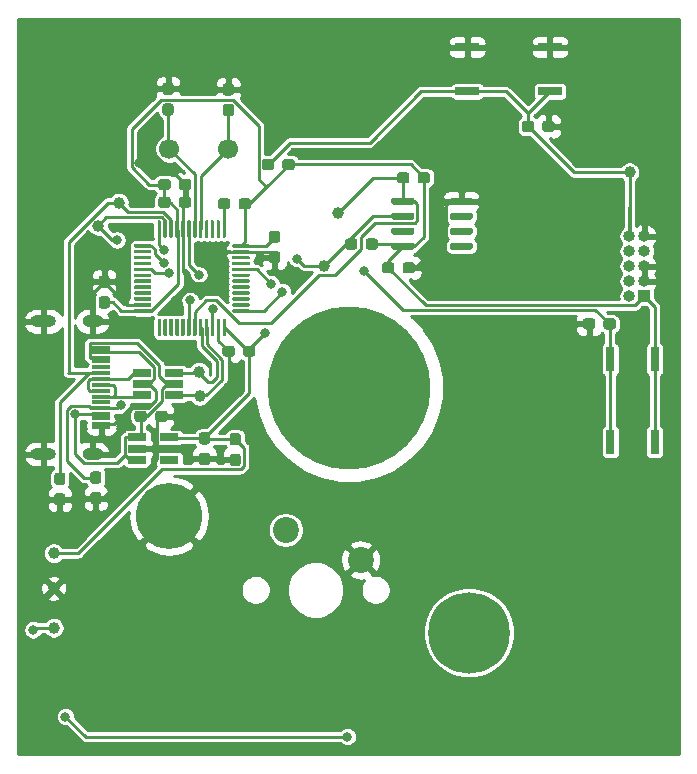
<source format=gbr>
%TF.GenerationSoftware,KiCad,Pcbnew,5.1.6-1*%
%TF.CreationDate,2020-09-26T18:39:16+00:00*%
%TF.ProjectId,bigbutton,62696762-7574-4746-9f6e-2e6b69636164,rev?*%
%TF.SameCoordinates,Original*%
%TF.FileFunction,Copper,L1,Top*%
%TF.FilePolarity,Positive*%
%FSLAX46Y46*%
G04 Gerber Fmt 4.6, Leading zero omitted, Abs format (unit mm)*
G04 Created by KiCad (PCBNEW 5.1.6-1) date 2020-09-26 18:39:16*
%MOMM*%
%LPD*%
G01*
G04 APERTURE LIST*
%TA.AperFunction,WasherPad*%
%ADD10C,13.800000*%
%TD*%
%TA.AperFunction,ComponentPad*%
%ADD11C,5.600000*%
%TD*%
%TA.AperFunction,ComponentPad*%
%ADD12C,6.900000*%
%TD*%
%TA.AperFunction,SMDPad,CuDef*%
%ADD13R,0.750000X2.000000*%
%TD*%
%TA.AperFunction,SMDPad,CuDef*%
%ADD14R,1.500000X0.300000*%
%TD*%
%TA.AperFunction,ComponentPad*%
%ADD15O,2.200000X1.000000*%
%TD*%
%TA.AperFunction,ComponentPad*%
%ADD16O,1.800000X1.000000*%
%TD*%
%TA.AperFunction,ComponentPad*%
%ADD17C,1.700000*%
%TD*%
%TA.AperFunction,ComponentPad*%
%ADD18O,1.000000X1.000000*%
%TD*%
%TA.AperFunction,ComponentPad*%
%ADD19R,1.000000X1.000000*%
%TD*%
%TA.AperFunction,ComponentPad*%
%ADD20C,2.200000*%
%TD*%
%TA.AperFunction,SMDPad,CuDef*%
%ADD21R,1.560000X0.650000*%
%TD*%
%TA.AperFunction,SMDPad,CuDef*%
%ADD22C,1.000000*%
%TD*%
%TA.AperFunction,SMDPad,CuDef*%
%ADD23R,2.000000X0.750000*%
%TD*%
%TA.AperFunction,ViaPad*%
%ADD24C,0.800000*%
%TD*%
%TA.AperFunction,Conductor*%
%ADD25C,0.250000*%
%TD*%
%TA.AperFunction,Conductor*%
%ADD26C,0.254000*%
%TD*%
G04 APERTURE END LIST*
D10*
%TO.P,SW3,*%
%TO.N,*%
X105000000Y-105000000D03*
D11*
%TO.P,SW3,2*%
%TO.N,GND*%
X89760000Y-115850000D03*
D12*
%TO.P,SW3,1*%
%TO.N,Net-(SW3-Pad1)*%
X115160000Y-125740000D03*
%TD*%
D13*
%TO.P,SW4,2*%
%TO.N,/BOOT0*%
X127125000Y-109600000D03*
X127125000Y-102600000D03*
%TO.P,SW4,1*%
%TO.N,+3V3*%
X130875000Y-102600000D03*
X130875000Y-109600000D03*
%TD*%
%TO.P,R6,2*%
%TO.N,GND*%
%TA.AperFunction,SMDPad,CuDef*%
G36*
G01*
X125850000Y-99362500D02*
X125850000Y-99837500D01*
G75*
G02*
X125612500Y-100075000I-237500J0D01*
G01*
X125037500Y-100075000D01*
G75*
G02*
X124800000Y-99837500I0J237500D01*
G01*
X124800000Y-99362500D01*
G75*
G02*
X125037500Y-99125000I237500J0D01*
G01*
X125612500Y-99125000D01*
G75*
G02*
X125850000Y-99362500I0J-237500D01*
G01*
G37*
%TD.AperFunction*%
%TO.P,R6,1*%
%TO.N,/BOOT0*%
%TA.AperFunction,SMDPad,CuDef*%
G36*
G01*
X127600000Y-99362500D02*
X127600000Y-99837500D01*
G75*
G02*
X127362500Y-100075000I-237500J0D01*
G01*
X126787500Y-100075000D01*
G75*
G02*
X126550000Y-99837500I0J237500D01*
G01*
X126550000Y-99362500D01*
G75*
G02*
X126787500Y-99125000I237500J0D01*
G01*
X127362500Y-99125000D01*
G75*
G02*
X127600000Y-99362500I0J-237500D01*
G01*
G37*
%TD.AperFunction*%
%TD*%
D14*
%TO.P,J2,A12*%
%TO.N,GND*%
X84036200Y-108350000D03*
%TO.P,J2,A9*%
%TO.N,+5V*%
X84036200Y-107550000D03*
%TO.P,J2,B9*%
X84036200Y-102750000D03*
%TO.P,J2,B12*%
%TO.N,GND*%
X84036200Y-101950000D03*
%TO.P,J2,A1*%
X84036200Y-101650000D03*
%TO.P,J2,A4*%
%TO.N,+5V*%
X84036200Y-102450000D03*
%TO.P,J2,B8*%
%TO.N,Net-(J2-PadB8)*%
X84036200Y-103250000D03*
%TO.P,J2,A5*%
%TO.N,/USB_CC1*%
X84036200Y-103750000D03*
%TO.P,J2,B7*%
%TO.N,/USB_UNFILTERED_D-*%
X84036200Y-104250000D03*
%TO.P,J2,A6*%
%TO.N,/USB_UNFILTERED_D+*%
X84036200Y-104750000D03*
%TO.P,J2,A7*%
%TO.N,/USB_UNFILTERED_D-*%
X84036200Y-105250000D03*
%TO.P,J2,B6*%
%TO.N,/USB_UNFILTERED_D+*%
X84036200Y-105750000D03*
%TO.P,J2,A8*%
%TO.N,Net-(J2-PadA8)*%
X84036200Y-106250000D03*
%TO.P,J2,B5*%
%TO.N,/USB_CC2*%
X84036200Y-106750000D03*
%TO.P,J2,B4*%
%TO.N,+5V*%
X84036200Y-107250000D03*
%TO.P,J2,B1*%
%TO.N,GND*%
X84036200Y-108050000D03*
D15*
%TO.P,J2,S1*%
X79116200Y-110620000D03*
X79116200Y-99380000D03*
D16*
X83296200Y-110620000D03*
X83296200Y-99380000D03*
%TD*%
%TO.P,C2,2*%
%TO.N,GND*%
%TA.AperFunction,SMDPad,CuDef*%
G36*
G01*
X98466900Y-93441000D02*
X98941900Y-93441000D01*
G75*
G02*
X99179400Y-93678500I0J-237500D01*
G01*
X99179400Y-94253500D01*
G75*
G02*
X98941900Y-94491000I-237500J0D01*
G01*
X98466900Y-94491000D01*
G75*
G02*
X98229400Y-94253500I0J237500D01*
G01*
X98229400Y-93678500D01*
G75*
G02*
X98466900Y-93441000I237500J0D01*
G01*
G37*
%TD.AperFunction*%
%TO.P,C2,1*%
%TO.N,+3V3*%
%TA.AperFunction,SMDPad,CuDef*%
G36*
G01*
X98466900Y-91691000D02*
X98941900Y-91691000D01*
G75*
G02*
X99179400Y-91928500I0J-237500D01*
G01*
X99179400Y-92503500D01*
G75*
G02*
X98941900Y-92741000I-237500J0D01*
G01*
X98466900Y-92741000D01*
G75*
G02*
X98229400Y-92503500I0J237500D01*
G01*
X98229400Y-91928500D01*
G75*
G02*
X98466900Y-91691000I237500J0D01*
G01*
G37*
%TD.AperFunction*%
%TD*%
D17*
%TO.P,X1,2*%
%TO.N,Net-(C9-Pad2)*%
X94789000Y-84759800D03*
%TO.P,X1,1*%
%TO.N,Net-(C10-Pad2)*%
X89789000Y-84759800D03*
%TD*%
D18*
%TO.P,J1,10*%
%TO.N,/~RST*%
X128727200Y-92176600D03*
%TO.P,J1,9*%
%TO.N,GND*%
X129997200Y-92176600D03*
%TO.P,J1,8*%
%TO.N,Net-(J1-Pad8)*%
X128727200Y-93446600D03*
%TO.P,J1,7*%
%TO.N,Net-(J1-Pad7)*%
X129997200Y-93446600D03*
%TO.P,J1,6*%
%TO.N,Net-(J1-Pad6)*%
X128727200Y-94716600D03*
%TO.P,J1,5*%
%TO.N,GND*%
X129997200Y-94716600D03*
%TO.P,J1,4*%
%TO.N,/SWCLK*%
X128727200Y-95986600D03*
%TO.P,J1,3*%
%TO.N,GND*%
X129997200Y-95986600D03*
%TO.P,J1,2*%
%TO.N,/SWDIO*%
X128727200Y-97256600D03*
D19*
%TO.P,J1,1*%
%TO.N,+3V3*%
X129997200Y-97256600D03*
%TD*%
D20*
%TO.P,SW2,2*%
%TO.N,GND*%
X105994200Y-119583200D03*
%TO.P,SW2,1*%
%TO.N,Net-(SW2-Pad1)*%
X99644200Y-117043200D03*
%TD*%
D21*
%TO.P,U5,5*%
%TO.N,+3V3*%
X89792800Y-109209800D03*
%TO.P,U5,4*%
%TO.N,Net-(U5-Pad4)*%
X89792800Y-111109800D03*
%TO.P,U5,3*%
%TO.N,+5V*%
X87092800Y-111109800D03*
%TO.P,U5,2*%
%TO.N,GND*%
X87092800Y-110159800D03*
%TO.P,U5,1*%
%TO.N,+5V*%
X87092800Y-109209800D03*
%TD*%
%TO.P,U3,5*%
%TO.N,+5V*%
X90199200Y-104698800D03*
%TO.P,U3,6*%
%TO.N,/USB_D-*%
X90199200Y-103748800D03*
%TO.P,U3,4*%
%TO.N,/USB_D+*%
X90199200Y-105648800D03*
%TO.P,U3,3*%
%TO.N,/USB_UNFILTERED_D+*%
X87499200Y-105648800D03*
%TO.P,U3,2*%
%TO.N,GND*%
X87499200Y-104698800D03*
%TO.P,U3,1*%
%TO.N,/USB_UNFILTERED_D-*%
X87499200Y-103748800D03*
%TD*%
%TO.P,U2,8*%
%TO.N,+3V3*%
%TA.AperFunction,SMDPad,CuDef*%
G36*
G01*
X110539400Y-92864800D02*
X110539400Y-93164800D01*
G75*
G02*
X110389400Y-93314800I-150000J0D01*
G01*
X108739400Y-93314800D01*
G75*
G02*
X108589400Y-93164800I0J150000D01*
G01*
X108589400Y-92864800D01*
G75*
G02*
X108739400Y-92714800I150000J0D01*
G01*
X110389400Y-92714800D01*
G75*
G02*
X110539400Y-92864800I0J-150000D01*
G01*
G37*
%TD.AperFunction*%
%TO.P,U2,7*%
%TO.N,N/C*%
%TA.AperFunction,SMDPad,CuDef*%
G36*
G01*
X110539400Y-91594800D02*
X110539400Y-91894800D01*
G75*
G02*
X110389400Y-92044800I-150000J0D01*
G01*
X108739400Y-92044800D01*
G75*
G02*
X108589400Y-91894800I0J150000D01*
G01*
X108589400Y-91594800D01*
G75*
G02*
X108739400Y-91444800I150000J0D01*
G01*
X110389400Y-91444800D01*
G75*
G02*
X110539400Y-91594800I0J-150000D01*
G01*
G37*
%TD.AperFunction*%
%TO.P,U2,6*%
%TO.N,/I2C_SCL*%
%TA.AperFunction,SMDPad,CuDef*%
G36*
G01*
X110539400Y-90324800D02*
X110539400Y-90624800D01*
G75*
G02*
X110389400Y-90774800I-150000J0D01*
G01*
X108739400Y-90774800D01*
G75*
G02*
X108589400Y-90624800I0J150000D01*
G01*
X108589400Y-90324800D01*
G75*
G02*
X108739400Y-90174800I150000J0D01*
G01*
X110389400Y-90174800D01*
G75*
G02*
X110539400Y-90324800I0J-150000D01*
G01*
G37*
%TD.AperFunction*%
%TO.P,U2,5*%
%TO.N,/I2C_SDA*%
%TA.AperFunction,SMDPad,CuDef*%
G36*
G01*
X110539400Y-89054800D02*
X110539400Y-89354800D01*
G75*
G02*
X110389400Y-89504800I-150000J0D01*
G01*
X108739400Y-89504800D01*
G75*
G02*
X108589400Y-89354800I0J150000D01*
G01*
X108589400Y-89054800D01*
G75*
G02*
X108739400Y-88904800I150000J0D01*
G01*
X110389400Y-88904800D01*
G75*
G02*
X110539400Y-89054800I0J-150000D01*
G01*
G37*
%TD.AperFunction*%
%TO.P,U2,4*%
%TO.N,GND*%
%TA.AperFunction,SMDPad,CuDef*%
G36*
G01*
X115489400Y-89054800D02*
X115489400Y-89354800D01*
G75*
G02*
X115339400Y-89504800I-150000J0D01*
G01*
X113689400Y-89504800D01*
G75*
G02*
X113539400Y-89354800I0J150000D01*
G01*
X113539400Y-89054800D01*
G75*
G02*
X113689400Y-88904800I150000J0D01*
G01*
X115339400Y-88904800D01*
G75*
G02*
X115489400Y-89054800I0J-150000D01*
G01*
G37*
%TD.AperFunction*%
%TO.P,U2,3*%
%TO.N,N/C*%
%TA.AperFunction,SMDPad,CuDef*%
G36*
G01*
X115489400Y-90324800D02*
X115489400Y-90624800D01*
G75*
G02*
X115339400Y-90774800I-150000J0D01*
G01*
X113689400Y-90774800D01*
G75*
G02*
X113539400Y-90624800I0J150000D01*
G01*
X113539400Y-90324800D01*
G75*
G02*
X113689400Y-90174800I150000J0D01*
G01*
X115339400Y-90174800D01*
G75*
G02*
X115489400Y-90324800I0J-150000D01*
G01*
G37*
%TD.AperFunction*%
%TO.P,U2,2*%
%TA.AperFunction,SMDPad,CuDef*%
G36*
G01*
X115489400Y-91594800D02*
X115489400Y-91894800D01*
G75*
G02*
X115339400Y-92044800I-150000J0D01*
G01*
X113689400Y-92044800D01*
G75*
G02*
X113539400Y-91894800I0J150000D01*
G01*
X113539400Y-91594800D01*
G75*
G02*
X113689400Y-91444800I150000J0D01*
G01*
X115339400Y-91444800D01*
G75*
G02*
X115489400Y-91594800I0J-150000D01*
G01*
G37*
%TD.AperFunction*%
%TO.P,U2,1*%
%TA.AperFunction,SMDPad,CuDef*%
G36*
G01*
X115489400Y-92864800D02*
X115489400Y-93164800D01*
G75*
G02*
X115339400Y-93314800I-150000J0D01*
G01*
X113689400Y-93314800D01*
G75*
G02*
X113539400Y-93164800I0J150000D01*
G01*
X113539400Y-92864800D01*
G75*
G02*
X113689400Y-92714800I150000J0D01*
G01*
X115339400Y-92714800D01*
G75*
G02*
X115489400Y-92864800I0J-150000D01*
G01*
G37*
%TD.AperFunction*%
%TD*%
%TO.P,U1,48*%
%TO.N,+3V3*%
%TA.AperFunction,SMDPad,CuDef*%
G36*
G01*
X95194000Y-92832600D02*
X96519000Y-92832600D01*
G75*
G02*
X96594000Y-92907600I0J-75000D01*
G01*
X96594000Y-93057600D01*
G75*
G02*
X96519000Y-93132600I-75000J0D01*
G01*
X95194000Y-93132600D01*
G75*
G02*
X95119000Y-93057600I0J75000D01*
G01*
X95119000Y-92907600D01*
G75*
G02*
X95194000Y-92832600I75000J0D01*
G01*
G37*
%TD.AperFunction*%
%TO.P,U1,47*%
%TO.N,GND*%
%TA.AperFunction,SMDPad,CuDef*%
G36*
G01*
X95194000Y-93332600D02*
X96519000Y-93332600D01*
G75*
G02*
X96594000Y-93407600I0J-75000D01*
G01*
X96594000Y-93557600D01*
G75*
G02*
X96519000Y-93632600I-75000J0D01*
G01*
X95194000Y-93632600D01*
G75*
G02*
X95119000Y-93557600I0J75000D01*
G01*
X95119000Y-93407600D01*
G75*
G02*
X95194000Y-93332600I75000J0D01*
G01*
G37*
%TD.AperFunction*%
%TO.P,U1,46*%
%TO.N,Net-(U1-Pad46)*%
%TA.AperFunction,SMDPad,CuDef*%
G36*
G01*
X95194000Y-93832600D02*
X96519000Y-93832600D01*
G75*
G02*
X96594000Y-93907600I0J-75000D01*
G01*
X96594000Y-94057600D01*
G75*
G02*
X96519000Y-94132600I-75000J0D01*
G01*
X95194000Y-94132600D01*
G75*
G02*
X95119000Y-94057600I0J75000D01*
G01*
X95119000Y-93907600D01*
G75*
G02*
X95194000Y-93832600I75000J0D01*
G01*
G37*
%TD.AperFunction*%
%TO.P,U1,45*%
%TO.N,Net-(U1-Pad45)*%
%TA.AperFunction,SMDPad,CuDef*%
G36*
G01*
X95194000Y-94332600D02*
X96519000Y-94332600D01*
G75*
G02*
X96594000Y-94407600I0J-75000D01*
G01*
X96594000Y-94557600D01*
G75*
G02*
X96519000Y-94632600I-75000J0D01*
G01*
X95194000Y-94632600D01*
G75*
G02*
X95119000Y-94557600I0J75000D01*
G01*
X95119000Y-94407600D01*
G75*
G02*
X95194000Y-94332600I75000J0D01*
G01*
G37*
%TD.AperFunction*%
%TO.P,U1,44*%
%TO.N,/BOOT0*%
%TA.AperFunction,SMDPad,CuDef*%
G36*
G01*
X95194000Y-94832600D02*
X96519000Y-94832600D01*
G75*
G02*
X96594000Y-94907600I0J-75000D01*
G01*
X96594000Y-95057600D01*
G75*
G02*
X96519000Y-95132600I-75000J0D01*
G01*
X95194000Y-95132600D01*
G75*
G02*
X95119000Y-95057600I0J75000D01*
G01*
X95119000Y-94907600D01*
G75*
G02*
X95194000Y-94832600I75000J0D01*
G01*
G37*
%TD.AperFunction*%
%TO.P,U1,43*%
%TO.N,Net-(U1-Pad43)*%
%TA.AperFunction,SMDPad,CuDef*%
G36*
G01*
X95194000Y-95332600D02*
X96519000Y-95332600D01*
G75*
G02*
X96594000Y-95407600I0J-75000D01*
G01*
X96594000Y-95557600D01*
G75*
G02*
X96519000Y-95632600I-75000J0D01*
G01*
X95194000Y-95632600D01*
G75*
G02*
X95119000Y-95557600I0J75000D01*
G01*
X95119000Y-95407600D01*
G75*
G02*
X95194000Y-95332600I75000J0D01*
G01*
G37*
%TD.AperFunction*%
%TO.P,U1,42*%
%TO.N,Net-(U1-Pad42)*%
%TA.AperFunction,SMDPad,CuDef*%
G36*
G01*
X95194000Y-95832600D02*
X96519000Y-95832600D01*
G75*
G02*
X96594000Y-95907600I0J-75000D01*
G01*
X96594000Y-96057600D01*
G75*
G02*
X96519000Y-96132600I-75000J0D01*
G01*
X95194000Y-96132600D01*
G75*
G02*
X95119000Y-96057600I0J75000D01*
G01*
X95119000Y-95907600D01*
G75*
G02*
X95194000Y-95832600I75000J0D01*
G01*
G37*
%TD.AperFunction*%
%TO.P,U1,41*%
%TO.N,Net-(U1-Pad41)*%
%TA.AperFunction,SMDPad,CuDef*%
G36*
G01*
X95194000Y-96332600D02*
X96519000Y-96332600D01*
G75*
G02*
X96594000Y-96407600I0J-75000D01*
G01*
X96594000Y-96557600D01*
G75*
G02*
X96519000Y-96632600I-75000J0D01*
G01*
X95194000Y-96632600D01*
G75*
G02*
X95119000Y-96557600I0J75000D01*
G01*
X95119000Y-96407600D01*
G75*
G02*
X95194000Y-96332600I75000J0D01*
G01*
G37*
%TD.AperFunction*%
%TO.P,U1,40*%
%TO.N,Net-(U1-Pad40)*%
%TA.AperFunction,SMDPad,CuDef*%
G36*
G01*
X95194000Y-96832600D02*
X96519000Y-96832600D01*
G75*
G02*
X96594000Y-96907600I0J-75000D01*
G01*
X96594000Y-97057600D01*
G75*
G02*
X96519000Y-97132600I-75000J0D01*
G01*
X95194000Y-97132600D01*
G75*
G02*
X95119000Y-97057600I0J75000D01*
G01*
X95119000Y-96907600D01*
G75*
G02*
X95194000Y-96832600I75000J0D01*
G01*
G37*
%TD.AperFunction*%
%TO.P,U1,39*%
%TO.N,Net-(U1-Pad39)*%
%TA.AperFunction,SMDPad,CuDef*%
G36*
G01*
X95194000Y-97332600D02*
X96519000Y-97332600D01*
G75*
G02*
X96594000Y-97407600I0J-75000D01*
G01*
X96594000Y-97557600D01*
G75*
G02*
X96519000Y-97632600I-75000J0D01*
G01*
X95194000Y-97632600D01*
G75*
G02*
X95119000Y-97557600I0J75000D01*
G01*
X95119000Y-97407600D01*
G75*
G02*
X95194000Y-97332600I75000J0D01*
G01*
G37*
%TD.AperFunction*%
%TO.P,U1,38*%
%TO.N,Net-(U1-Pad38)*%
%TA.AperFunction,SMDPad,CuDef*%
G36*
G01*
X95194000Y-97832600D02*
X96519000Y-97832600D01*
G75*
G02*
X96594000Y-97907600I0J-75000D01*
G01*
X96594000Y-98057600D01*
G75*
G02*
X96519000Y-98132600I-75000J0D01*
G01*
X95194000Y-98132600D01*
G75*
G02*
X95119000Y-98057600I0J75000D01*
G01*
X95119000Y-97907600D01*
G75*
G02*
X95194000Y-97832600I75000J0D01*
G01*
G37*
%TD.AperFunction*%
%TO.P,U1,37*%
%TO.N,/SWCLK*%
%TA.AperFunction,SMDPad,CuDef*%
G36*
G01*
X95194000Y-98332600D02*
X96519000Y-98332600D01*
G75*
G02*
X96594000Y-98407600I0J-75000D01*
G01*
X96594000Y-98557600D01*
G75*
G02*
X96519000Y-98632600I-75000J0D01*
G01*
X95194000Y-98632600D01*
G75*
G02*
X95119000Y-98557600I0J75000D01*
G01*
X95119000Y-98407600D01*
G75*
G02*
X95194000Y-98332600I75000J0D01*
G01*
G37*
%TD.AperFunction*%
%TO.P,U1,36*%
%TO.N,+3V3*%
%TA.AperFunction,SMDPad,CuDef*%
G36*
G01*
X94369000Y-99157600D02*
X94519000Y-99157600D01*
G75*
G02*
X94594000Y-99232600I0J-75000D01*
G01*
X94594000Y-100557600D01*
G75*
G02*
X94519000Y-100632600I-75000J0D01*
G01*
X94369000Y-100632600D01*
G75*
G02*
X94294000Y-100557600I0J75000D01*
G01*
X94294000Y-99232600D01*
G75*
G02*
X94369000Y-99157600I75000J0D01*
G01*
G37*
%TD.AperFunction*%
%TO.P,U1,35*%
%TO.N,GND*%
%TA.AperFunction,SMDPad,CuDef*%
G36*
G01*
X93869000Y-99157600D02*
X94019000Y-99157600D01*
G75*
G02*
X94094000Y-99232600I0J-75000D01*
G01*
X94094000Y-100557600D01*
G75*
G02*
X94019000Y-100632600I-75000J0D01*
G01*
X93869000Y-100632600D01*
G75*
G02*
X93794000Y-100557600I0J75000D01*
G01*
X93794000Y-99232600D01*
G75*
G02*
X93869000Y-99157600I75000J0D01*
G01*
G37*
%TD.AperFunction*%
%TO.P,U1,34*%
%TO.N,/SWDIO*%
%TA.AperFunction,SMDPad,CuDef*%
G36*
G01*
X93369000Y-99157600D02*
X93519000Y-99157600D01*
G75*
G02*
X93594000Y-99232600I0J-75000D01*
G01*
X93594000Y-100557600D01*
G75*
G02*
X93519000Y-100632600I-75000J0D01*
G01*
X93369000Y-100632600D01*
G75*
G02*
X93294000Y-100557600I0J75000D01*
G01*
X93294000Y-99232600D01*
G75*
G02*
X93369000Y-99157600I75000J0D01*
G01*
G37*
%TD.AperFunction*%
%TO.P,U1,33*%
%TO.N,/USB_D+*%
%TA.AperFunction,SMDPad,CuDef*%
G36*
G01*
X92869000Y-99157600D02*
X93019000Y-99157600D01*
G75*
G02*
X93094000Y-99232600I0J-75000D01*
G01*
X93094000Y-100557600D01*
G75*
G02*
X93019000Y-100632600I-75000J0D01*
G01*
X92869000Y-100632600D01*
G75*
G02*
X92794000Y-100557600I0J75000D01*
G01*
X92794000Y-99232600D01*
G75*
G02*
X92869000Y-99157600I75000J0D01*
G01*
G37*
%TD.AperFunction*%
%TO.P,U1,32*%
%TO.N,/USB_D-*%
%TA.AperFunction,SMDPad,CuDef*%
G36*
G01*
X92369000Y-99157600D02*
X92519000Y-99157600D01*
G75*
G02*
X92594000Y-99232600I0J-75000D01*
G01*
X92594000Y-100557600D01*
G75*
G02*
X92519000Y-100632600I-75000J0D01*
G01*
X92369000Y-100632600D01*
G75*
G02*
X92294000Y-100557600I0J75000D01*
G01*
X92294000Y-99232600D01*
G75*
G02*
X92369000Y-99157600I75000J0D01*
G01*
G37*
%TD.AperFunction*%
%TO.P,U1,31*%
%TO.N,/I2C_SDA*%
%TA.AperFunction,SMDPad,CuDef*%
G36*
G01*
X91869000Y-99157600D02*
X92019000Y-99157600D01*
G75*
G02*
X92094000Y-99232600I0J-75000D01*
G01*
X92094000Y-100557600D01*
G75*
G02*
X92019000Y-100632600I-75000J0D01*
G01*
X91869000Y-100632600D01*
G75*
G02*
X91794000Y-100557600I0J75000D01*
G01*
X91794000Y-99232600D01*
G75*
G02*
X91869000Y-99157600I75000J0D01*
G01*
G37*
%TD.AperFunction*%
%TO.P,U1,30*%
%TO.N,/I2C_SCL*%
%TA.AperFunction,SMDPad,CuDef*%
G36*
G01*
X91369000Y-99157600D02*
X91519000Y-99157600D01*
G75*
G02*
X91594000Y-99232600I0J-75000D01*
G01*
X91594000Y-100557600D01*
G75*
G02*
X91519000Y-100632600I-75000J0D01*
G01*
X91369000Y-100632600D01*
G75*
G02*
X91294000Y-100557600I0J75000D01*
G01*
X91294000Y-99232600D01*
G75*
G02*
X91369000Y-99157600I75000J0D01*
G01*
G37*
%TD.AperFunction*%
%TO.P,U1,29*%
%TO.N,Net-(U1-Pad29)*%
%TA.AperFunction,SMDPad,CuDef*%
G36*
G01*
X90869000Y-99157600D02*
X91019000Y-99157600D01*
G75*
G02*
X91094000Y-99232600I0J-75000D01*
G01*
X91094000Y-100557600D01*
G75*
G02*
X91019000Y-100632600I-75000J0D01*
G01*
X90869000Y-100632600D01*
G75*
G02*
X90794000Y-100557600I0J75000D01*
G01*
X90794000Y-99232600D01*
G75*
G02*
X90869000Y-99157600I75000J0D01*
G01*
G37*
%TD.AperFunction*%
%TO.P,U1,28*%
%TO.N,Net-(U1-Pad28)*%
%TA.AperFunction,SMDPad,CuDef*%
G36*
G01*
X90369000Y-99157600D02*
X90519000Y-99157600D01*
G75*
G02*
X90594000Y-99232600I0J-75000D01*
G01*
X90594000Y-100557600D01*
G75*
G02*
X90519000Y-100632600I-75000J0D01*
G01*
X90369000Y-100632600D01*
G75*
G02*
X90294000Y-100557600I0J75000D01*
G01*
X90294000Y-99232600D01*
G75*
G02*
X90369000Y-99157600I75000J0D01*
G01*
G37*
%TD.AperFunction*%
%TO.P,U1,27*%
%TO.N,Net-(U1-Pad27)*%
%TA.AperFunction,SMDPad,CuDef*%
G36*
G01*
X89869000Y-99157600D02*
X90019000Y-99157600D01*
G75*
G02*
X90094000Y-99232600I0J-75000D01*
G01*
X90094000Y-100557600D01*
G75*
G02*
X90019000Y-100632600I-75000J0D01*
G01*
X89869000Y-100632600D01*
G75*
G02*
X89794000Y-100557600I0J75000D01*
G01*
X89794000Y-99232600D01*
G75*
G02*
X89869000Y-99157600I75000J0D01*
G01*
G37*
%TD.AperFunction*%
%TO.P,U1,26*%
%TO.N,Net-(U1-Pad26)*%
%TA.AperFunction,SMDPad,CuDef*%
G36*
G01*
X89369000Y-99157600D02*
X89519000Y-99157600D01*
G75*
G02*
X89594000Y-99232600I0J-75000D01*
G01*
X89594000Y-100557600D01*
G75*
G02*
X89519000Y-100632600I-75000J0D01*
G01*
X89369000Y-100632600D01*
G75*
G02*
X89294000Y-100557600I0J75000D01*
G01*
X89294000Y-99232600D01*
G75*
G02*
X89369000Y-99157600I75000J0D01*
G01*
G37*
%TD.AperFunction*%
%TO.P,U1,25*%
%TO.N,Net-(U1-Pad25)*%
%TA.AperFunction,SMDPad,CuDef*%
G36*
G01*
X88869000Y-99157600D02*
X89019000Y-99157600D01*
G75*
G02*
X89094000Y-99232600I0J-75000D01*
G01*
X89094000Y-100557600D01*
G75*
G02*
X89019000Y-100632600I-75000J0D01*
G01*
X88869000Y-100632600D01*
G75*
G02*
X88794000Y-100557600I0J75000D01*
G01*
X88794000Y-99232600D01*
G75*
G02*
X88869000Y-99157600I75000J0D01*
G01*
G37*
%TD.AperFunction*%
%TO.P,U1,24*%
%TO.N,+3V3*%
%TA.AperFunction,SMDPad,CuDef*%
G36*
G01*
X86869000Y-98332600D02*
X88194000Y-98332600D01*
G75*
G02*
X88269000Y-98407600I0J-75000D01*
G01*
X88269000Y-98557600D01*
G75*
G02*
X88194000Y-98632600I-75000J0D01*
G01*
X86869000Y-98632600D01*
G75*
G02*
X86794000Y-98557600I0J75000D01*
G01*
X86794000Y-98407600D01*
G75*
G02*
X86869000Y-98332600I75000J0D01*
G01*
G37*
%TD.AperFunction*%
%TO.P,U1,23*%
%TO.N,GND*%
%TA.AperFunction,SMDPad,CuDef*%
G36*
G01*
X86869000Y-97832600D02*
X88194000Y-97832600D01*
G75*
G02*
X88269000Y-97907600I0J-75000D01*
G01*
X88269000Y-98057600D01*
G75*
G02*
X88194000Y-98132600I-75000J0D01*
G01*
X86869000Y-98132600D01*
G75*
G02*
X86794000Y-98057600I0J75000D01*
G01*
X86794000Y-97907600D01*
G75*
G02*
X86869000Y-97832600I75000J0D01*
G01*
G37*
%TD.AperFunction*%
%TO.P,U1,22*%
%TO.N,Net-(U1-Pad22)*%
%TA.AperFunction,SMDPad,CuDef*%
G36*
G01*
X86869000Y-97332600D02*
X88194000Y-97332600D01*
G75*
G02*
X88269000Y-97407600I0J-75000D01*
G01*
X88269000Y-97557600D01*
G75*
G02*
X88194000Y-97632600I-75000J0D01*
G01*
X86869000Y-97632600D01*
G75*
G02*
X86794000Y-97557600I0J75000D01*
G01*
X86794000Y-97407600D01*
G75*
G02*
X86869000Y-97332600I75000J0D01*
G01*
G37*
%TD.AperFunction*%
%TO.P,U1,21*%
%TO.N,Net-(U1-Pad21)*%
%TA.AperFunction,SMDPad,CuDef*%
G36*
G01*
X86869000Y-96832600D02*
X88194000Y-96832600D01*
G75*
G02*
X88269000Y-96907600I0J-75000D01*
G01*
X88269000Y-97057600D01*
G75*
G02*
X88194000Y-97132600I-75000J0D01*
G01*
X86869000Y-97132600D01*
G75*
G02*
X86794000Y-97057600I0J75000D01*
G01*
X86794000Y-96907600D01*
G75*
G02*
X86869000Y-96832600I75000J0D01*
G01*
G37*
%TD.AperFunction*%
%TO.P,U1,20*%
%TO.N,Net-(U1-Pad20)*%
%TA.AperFunction,SMDPad,CuDef*%
G36*
G01*
X86869000Y-96332600D02*
X88194000Y-96332600D01*
G75*
G02*
X88269000Y-96407600I0J-75000D01*
G01*
X88269000Y-96557600D01*
G75*
G02*
X88194000Y-96632600I-75000J0D01*
G01*
X86869000Y-96632600D01*
G75*
G02*
X86794000Y-96557600I0J75000D01*
G01*
X86794000Y-96407600D01*
G75*
G02*
X86869000Y-96332600I75000J0D01*
G01*
G37*
%TD.AperFunction*%
%TO.P,U1,19*%
%TO.N,Net-(U1-Pad19)*%
%TA.AperFunction,SMDPad,CuDef*%
G36*
G01*
X86869000Y-95832600D02*
X88194000Y-95832600D01*
G75*
G02*
X88269000Y-95907600I0J-75000D01*
G01*
X88269000Y-96057600D01*
G75*
G02*
X88194000Y-96132600I-75000J0D01*
G01*
X86869000Y-96132600D01*
G75*
G02*
X86794000Y-96057600I0J75000D01*
G01*
X86794000Y-95907600D01*
G75*
G02*
X86869000Y-95832600I75000J0D01*
G01*
G37*
%TD.AperFunction*%
%TO.P,U1,18*%
%TO.N,Net-(U1-Pad18)*%
%TA.AperFunction,SMDPad,CuDef*%
G36*
G01*
X86869000Y-95332600D02*
X88194000Y-95332600D01*
G75*
G02*
X88269000Y-95407600I0J-75000D01*
G01*
X88269000Y-95557600D01*
G75*
G02*
X88194000Y-95632600I-75000J0D01*
G01*
X86869000Y-95632600D01*
G75*
G02*
X86794000Y-95557600I0J75000D01*
G01*
X86794000Y-95407600D01*
G75*
G02*
X86869000Y-95332600I75000J0D01*
G01*
G37*
%TD.AperFunction*%
%TO.P,U1,17*%
%TO.N,/MCU_DOUT*%
%TA.AperFunction,SMDPad,CuDef*%
G36*
G01*
X86869000Y-94832600D02*
X88194000Y-94832600D01*
G75*
G02*
X88269000Y-94907600I0J-75000D01*
G01*
X88269000Y-95057600D01*
G75*
G02*
X88194000Y-95132600I-75000J0D01*
G01*
X86869000Y-95132600D01*
G75*
G02*
X86794000Y-95057600I0J75000D01*
G01*
X86794000Y-94907600D01*
G75*
G02*
X86869000Y-94832600I75000J0D01*
G01*
G37*
%TD.AperFunction*%
%TO.P,U1,16*%
%TO.N,/MCU_DIN*%
%TA.AperFunction,SMDPad,CuDef*%
G36*
G01*
X86869000Y-94332600D02*
X88194000Y-94332600D01*
G75*
G02*
X88269000Y-94407600I0J-75000D01*
G01*
X88269000Y-94557600D01*
G75*
G02*
X88194000Y-94632600I-75000J0D01*
G01*
X86869000Y-94632600D01*
G75*
G02*
X86794000Y-94557600I0J75000D01*
G01*
X86794000Y-94407600D01*
G75*
G02*
X86869000Y-94332600I75000J0D01*
G01*
G37*
%TD.AperFunction*%
%TO.P,U1,15*%
%TO.N,/MCU_SCK*%
%TA.AperFunction,SMDPad,CuDef*%
G36*
G01*
X86869000Y-93832600D02*
X88194000Y-93832600D01*
G75*
G02*
X88269000Y-93907600I0J-75000D01*
G01*
X88269000Y-94057600D01*
G75*
G02*
X88194000Y-94132600I-75000J0D01*
G01*
X86869000Y-94132600D01*
G75*
G02*
X86794000Y-94057600I0J75000D01*
G01*
X86794000Y-93907600D01*
G75*
G02*
X86869000Y-93832600I75000J0D01*
G01*
G37*
%TD.AperFunction*%
%TO.P,U1,14*%
%TO.N,Net-(U1-Pad14)*%
%TA.AperFunction,SMDPad,CuDef*%
G36*
G01*
X86869000Y-93332600D02*
X88194000Y-93332600D01*
G75*
G02*
X88269000Y-93407600I0J-75000D01*
G01*
X88269000Y-93557600D01*
G75*
G02*
X88194000Y-93632600I-75000J0D01*
G01*
X86869000Y-93632600D01*
G75*
G02*
X86794000Y-93557600I0J75000D01*
G01*
X86794000Y-93407600D01*
G75*
G02*
X86869000Y-93332600I75000J0D01*
G01*
G37*
%TD.AperFunction*%
%TO.P,U1,13*%
%TO.N,Net-(SW3-Pad1)*%
%TA.AperFunction,SMDPad,CuDef*%
G36*
G01*
X86869000Y-92832600D02*
X88194000Y-92832600D01*
G75*
G02*
X88269000Y-92907600I0J-75000D01*
G01*
X88269000Y-93057600D01*
G75*
G02*
X88194000Y-93132600I-75000J0D01*
G01*
X86869000Y-93132600D01*
G75*
G02*
X86794000Y-93057600I0J75000D01*
G01*
X86794000Y-92907600D01*
G75*
G02*
X86869000Y-92832600I75000J0D01*
G01*
G37*
%TD.AperFunction*%
%TO.P,U1,12*%
%TO.N,Net-(SW2-Pad1)*%
%TA.AperFunction,SMDPad,CuDef*%
G36*
G01*
X88869000Y-90832600D02*
X89019000Y-90832600D01*
G75*
G02*
X89094000Y-90907600I0J-75000D01*
G01*
X89094000Y-92232600D01*
G75*
G02*
X89019000Y-92307600I-75000J0D01*
G01*
X88869000Y-92307600D01*
G75*
G02*
X88794000Y-92232600I0J75000D01*
G01*
X88794000Y-90907600D01*
G75*
G02*
X88869000Y-90832600I75000J0D01*
G01*
G37*
%TD.AperFunction*%
%TO.P,U1,11*%
%TO.N,/USB_CC2*%
%TA.AperFunction,SMDPad,CuDef*%
G36*
G01*
X89369000Y-90832600D02*
X89519000Y-90832600D01*
G75*
G02*
X89594000Y-90907600I0J-75000D01*
G01*
X89594000Y-92232600D01*
G75*
G02*
X89519000Y-92307600I-75000J0D01*
G01*
X89369000Y-92307600D01*
G75*
G02*
X89294000Y-92232600I0J75000D01*
G01*
X89294000Y-90907600D01*
G75*
G02*
X89369000Y-90832600I75000J0D01*
G01*
G37*
%TD.AperFunction*%
%TO.P,U1,10*%
%TO.N,/USB_CC1*%
%TA.AperFunction,SMDPad,CuDef*%
G36*
G01*
X89869000Y-90832600D02*
X90019000Y-90832600D01*
G75*
G02*
X90094000Y-90907600I0J-75000D01*
G01*
X90094000Y-92232600D01*
G75*
G02*
X90019000Y-92307600I-75000J0D01*
G01*
X89869000Y-92307600D01*
G75*
G02*
X89794000Y-92232600I0J75000D01*
G01*
X89794000Y-90907600D01*
G75*
G02*
X89869000Y-90832600I75000J0D01*
G01*
G37*
%TD.AperFunction*%
%TO.P,U1,9*%
%TO.N,+3V3*%
%TA.AperFunction,SMDPad,CuDef*%
G36*
G01*
X90369000Y-90832600D02*
X90519000Y-90832600D01*
G75*
G02*
X90594000Y-90907600I0J-75000D01*
G01*
X90594000Y-92232600D01*
G75*
G02*
X90519000Y-92307600I-75000J0D01*
G01*
X90369000Y-92307600D01*
G75*
G02*
X90294000Y-92232600I0J75000D01*
G01*
X90294000Y-90907600D01*
G75*
G02*
X90369000Y-90832600I75000J0D01*
G01*
G37*
%TD.AperFunction*%
%TO.P,U1,8*%
%TO.N,GND*%
%TA.AperFunction,SMDPad,CuDef*%
G36*
G01*
X90869000Y-90832600D02*
X91019000Y-90832600D01*
G75*
G02*
X91094000Y-90907600I0J-75000D01*
G01*
X91094000Y-92232600D01*
G75*
G02*
X91019000Y-92307600I-75000J0D01*
G01*
X90869000Y-92307600D01*
G75*
G02*
X90794000Y-92232600I0J75000D01*
G01*
X90794000Y-90907600D01*
G75*
G02*
X90869000Y-90832600I75000J0D01*
G01*
G37*
%TD.AperFunction*%
%TO.P,U1,7*%
%TO.N,/~RST*%
%TA.AperFunction,SMDPad,CuDef*%
G36*
G01*
X91369000Y-90832600D02*
X91519000Y-90832600D01*
G75*
G02*
X91594000Y-90907600I0J-75000D01*
G01*
X91594000Y-92232600D01*
G75*
G02*
X91519000Y-92307600I-75000J0D01*
G01*
X91369000Y-92307600D01*
G75*
G02*
X91294000Y-92232600I0J75000D01*
G01*
X91294000Y-90907600D01*
G75*
G02*
X91369000Y-90832600I75000J0D01*
G01*
G37*
%TD.AperFunction*%
%TO.P,U1,6*%
%TO.N,Net-(C10-Pad2)*%
%TA.AperFunction,SMDPad,CuDef*%
G36*
G01*
X91869000Y-90832600D02*
X92019000Y-90832600D01*
G75*
G02*
X92094000Y-90907600I0J-75000D01*
G01*
X92094000Y-92232600D01*
G75*
G02*
X92019000Y-92307600I-75000J0D01*
G01*
X91869000Y-92307600D01*
G75*
G02*
X91794000Y-92232600I0J75000D01*
G01*
X91794000Y-90907600D01*
G75*
G02*
X91869000Y-90832600I75000J0D01*
G01*
G37*
%TD.AperFunction*%
%TO.P,U1,5*%
%TO.N,Net-(C9-Pad2)*%
%TA.AperFunction,SMDPad,CuDef*%
G36*
G01*
X92369000Y-90832600D02*
X92519000Y-90832600D01*
G75*
G02*
X92594000Y-90907600I0J-75000D01*
G01*
X92594000Y-92232600D01*
G75*
G02*
X92519000Y-92307600I-75000J0D01*
G01*
X92369000Y-92307600D01*
G75*
G02*
X92294000Y-92232600I0J75000D01*
G01*
X92294000Y-90907600D01*
G75*
G02*
X92369000Y-90832600I75000J0D01*
G01*
G37*
%TD.AperFunction*%
%TO.P,U1,4*%
%TO.N,Net-(U1-Pad4)*%
%TA.AperFunction,SMDPad,CuDef*%
G36*
G01*
X92869000Y-90832600D02*
X93019000Y-90832600D01*
G75*
G02*
X93094000Y-90907600I0J-75000D01*
G01*
X93094000Y-92232600D01*
G75*
G02*
X93019000Y-92307600I-75000J0D01*
G01*
X92869000Y-92307600D01*
G75*
G02*
X92794000Y-92232600I0J75000D01*
G01*
X92794000Y-90907600D01*
G75*
G02*
X92869000Y-90832600I75000J0D01*
G01*
G37*
%TD.AperFunction*%
%TO.P,U1,3*%
%TO.N,Net-(U1-Pad3)*%
%TA.AperFunction,SMDPad,CuDef*%
G36*
G01*
X93369000Y-90832600D02*
X93519000Y-90832600D01*
G75*
G02*
X93594000Y-90907600I0J-75000D01*
G01*
X93594000Y-92232600D01*
G75*
G02*
X93519000Y-92307600I-75000J0D01*
G01*
X93369000Y-92307600D01*
G75*
G02*
X93294000Y-92232600I0J75000D01*
G01*
X93294000Y-90907600D01*
G75*
G02*
X93369000Y-90832600I75000J0D01*
G01*
G37*
%TD.AperFunction*%
%TO.P,U1,2*%
%TO.N,Net-(U1-Pad2)*%
%TA.AperFunction,SMDPad,CuDef*%
G36*
G01*
X93869000Y-90832600D02*
X94019000Y-90832600D01*
G75*
G02*
X94094000Y-90907600I0J-75000D01*
G01*
X94094000Y-92232600D01*
G75*
G02*
X94019000Y-92307600I-75000J0D01*
G01*
X93869000Y-92307600D01*
G75*
G02*
X93794000Y-92232600I0J75000D01*
G01*
X93794000Y-90907600D01*
G75*
G02*
X93869000Y-90832600I75000J0D01*
G01*
G37*
%TD.AperFunction*%
%TO.P,U1,1*%
%TO.N,Net-(C8-Pad2)*%
%TA.AperFunction,SMDPad,CuDef*%
G36*
G01*
X94369000Y-90832600D02*
X94519000Y-90832600D01*
G75*
G02*
X94594000Y-90907600I0J-75000D01*
G01*
X94594000Y-92232600D01*
G75*
G02*
X94519000Y-92307600I-75000J0D01*
G01*
X94369000Y-92307600D01*
G75*
G02*
X94294000Y-92232600I0J75000D01*
G01*
X94294000Y-90907600D01*
G75*
G02*
X94369000Y-90832600I75000J0D01*
G01*
G37*
%TD.AperFunction*%
%TD*%
D22*
%TO.P,TP_~RST~_1,1*%
%TO.N,/~RST*%
X128752600Y-86766400D03*
%TD*%
%TO.P,TP_SDA_1,1*%
%TO.N,/I2C_SDA*%
X104100000Y-90200000D03*
%TD*%
%TO.P,TP_SCL_1,1*%
%TO.N,/I2C_SCL*%
X102920800Y-94691200D03*
%TD*%
%TO.P,TP_GND_1,1*%
%TO.N,GND*%
X80000000Y-122000000D03*
%TD*%
%TO.P,D-,1*%
%TO.N,/USB_D-*%
X92303600Y-103632000D03*
%TD*%
%TO.P,D+,1*%
%TO.N,/USB_D+*%
X92354400Y-105689400D03*
%TD*%
%TO.P,TP_CC2_1,1*%
%TO.N,/USB_CC2*%
X83743800Y-91287600D03*
%TD*%
%TO.P,TP_CC1_1,1*%
%TO.N,/USB_CC1*%
X85496400Y-89331800D03*
%TD*%
%TO.P,TP_5V_1,1*%
%TO.N,+5V*%
X80000000Y-125323600D03*
%TD*%
%TO.P,TP_3V3_1,1*%
%TO.N,+3V3*%
X80000000Y-119000000D03*
%TD*%
D23*
%TO.P,SW1,2*%
%TO.N,/~RST*%
X122016400Y-79903800D03*
X115016400Y-79903800D03*
%TO.P,SW1,1*%
%TO.N,GND*%
X115016400Y-76153800D03*
X122016400Y-76153800D03*
%TD*%
%TO.P,R5,2*%
%TO.N,GND*%
%TA.AperFunction,SMDPad,CuDef*%
G36*
G01*
X83328500Y-113837200D02*
X83803500Y-113837200D01*
G75*
G02*
X84041000Y-114074700I0J-237500D01*
G01*
X84041000Y-114649700D01*
G75*
G02*
X83803500Y-114887200I-237500J0D01*
G01*
X83328500Y-114887200D01*
G75*
G02*
X83091000Y-114649700I0J237500D01*
G01*
X83091000Y-114074700D01*
G75*
G02*
X83328500Y-113837200I237500J0D01*
G01*
G37*
%TD.AperFunction*%
%TO.P,R5,1*%
%TO.N,/USB_CC2*%
%TA.AperFunction,SMDPad,CuDef*%
G36*
G01*
X83328500Y-112087200D02*
X83803500Y-112087200D01*
G75*
G02*
X84041000Y-112324700I0J-237500D01*
G01*
X84041000Y-112899700D01*
G75*
G02*
X83803500Y-113137200I-237500J0D01*
G01*
X83328500Y-113137200D01*
G75*
G02*
X83091000Y-112899700I0J237500D01*
G01*
X83091000Y-112324700D01*
G75*
G02*
X83328500Y-112087200I237500J0D01*
G01*
G37*
%TD.AperFunction*%
%TD*%
%TO.P,R4,2*%
%TO.N,GND*%
%TA.AperFunction,SMDPad,CuDef*%
G36*
G01*
X80280500Y-113938800D02*
X80755500Y-113938800D01*
G75*
G02*
X80993000Y-114176300I0J-237500D01*
G01*
X80993000Y-114751300D01*
G75*
G02*
X80755500Y-114988800I-237500J0D01*
G01*
X80280500Y-114988800D01*
G75*
G02*
X80043000Y-114751300I0J237500D01*
G01*
X80043000Y-114176300D01*
G75*
G02*
X80280500Y-113938800I237500J0D01*
G01*
G37*
%TD.AperFunction*%
%TO.P,R4,1*%
%TO.N,/USB_CC1*%
%TA.AperFunction,SMDPad,CuDef*%
G36*
G01*
X80280500Y-112188800D02*
X80755500Y-112188800D01*
G75*
G02*
X80993000Y-112426300I0J-237500D01*
G01*
X80993000Y-113001300D01*
G75*
G02*
X80755500Y-113238800I-237500J0D01*
G01*
X80280500Y-113238800D01*
G75*
G02*
X80043000Y-113001300I0J237500D01*
G01*
X80043000Y-112426300D01*
G75*
G02*
X80280500Y-112188800I237500J0D01*
G01*
G37*
%TD.AperFunction*%
%TD*%
%TO.P,R3,2*%
%TO.N,/I2C_SCL*%
%TA.AperFunction,SMDPad,CuDef*%
G36*
G01*
X105720400Y-92599500D02*
X105720400Y-93074500D01*
G75*
G02*
X105482900Y-93312000I-237500J0D01*
G01*
X104907900Y-93312000D01*
G75*
G02*
X104670400Y-93074500I0J237500D01*
G01*
X104670400Y-92599500D01*
G75*
G02*
X104907900Y-92362000I237500J0D01*
G01*
X105482900Y-92362000D01*
G75*
G02*
X105720400Y-92599500I0J-237500D01*
G01*
G37*
%TD.AperFunction*%
%TO.P,R3,1*%
%TO.N,+3V3*%
%TA.AperFunction,SMDPad,CuDef*%
G36*
G01*
X107470400Y-92599500D02*
X107470400Y-93074500D01*
G75*
G02*
X107232900Y-93312000I-237500J0D01*
G01*
X106657900Y-93312000D01*
G75*
G02*
X106420400Y-93074500I0J237500D01*
G01*
X106420400Y-92599500D01*
G75*
G02*
X106657900Y-92362000I237500J0D01*
G01*
X107232900Y-92362000D01*
G75*
G02*
X107470400Y-92599500I0J-237500D01*
G01*
G37*
%TD.AperFunction*%
%TD*%
%TO.P,R2,2*%
%TO.N,/I2C_SDA*%
%TA.AperFunction,SMDPad,CuDef*%
G36*
G01*
X110114600Y-86986100D02*
X110114600Y-87461100D01*
G75*
G02*
X109877100Y-87698600I-237500J0D01*
G01*
X109302100Y-87698600D01*
G75*
G02*
X109064600Y-87461100I0J237500D01*
G01*
X109064600Y-86986100D01*
G75*
G02*
X109302100Y-86748600I237500J0D01*
G01*
X109877100Y-86748600D01*
G75*
G02*
X110114600Y-86986100I0J-237500D01*
G01*
G37*
%TD.AperFunction*%
%TO.P,R2,1*%
%TO.N,+3V3*%
%TA.AperFunction,SMDPad,CuDef*%
G36*
G01*
X111864600Y-86986100D02*
X111864600Y-87461100D01*
G75*
G02*
X111627100Y-87698600I-237500J0D01*
G01*
X111052100Y-87698600D01*
G75*
G02*
X110814600Y-87461100I0J237500D01*
G01*
X110814600Y-86986100D01*
G75*
G02*
X111052100Y-86748600I237500J0D01*
G01*
X111627100Y-86748600D01*
G75*
G02*
X111864600Y-86986100I0J-237500D01*
G01*
G37*
%TD.AperFunction*%
%TD*%
%TO.P,R1,2*%
%TO.N,/~RST*%
%TA.AperFunction,SMDPad,CuDef*%
G36*
G01*
X98659200Y-85868500D02*
X98659200Y-86343500D01*
G75*
G02*
X98421700Y-86581000I-237500J0D01*
G01*
X97846700Y-86581000D01*
G75*
G02*
X97609200Y-86343500I0J237500D01*
G01*
X97609200Y-85868500D01*
G75*
G02*
X97846700Y-85631000I237500J0D01*
G01*
X98421700Y-85631000D01*
G75*
G02*
X98659200Y-85868500I0J-237500D01*
G01*
G37*
%TD.AperFunction*%
%TO.P,R1,1*%
%TO.N,+3V3*%
%TA.AperFunction,SMDPad,CuDef*%
G36*
G01*
X100409200Y-85868500D02*
X100409200Y-86343500D01*
G75*
G02*
X100171700Y-86581000I-237500J0D01*
G01*
X99596700Y-86581000D01*
G75*
G02*
X99359200Y-86343500I0J237500D01*
G01*
X99359200Y-85868500D01*
G75*
G02*
X99596700Y-85631000I237500J0D01*
G01*
X100171700Y-85631000D01*
G75*
G02*
X100409200Y-85868500I0J-237500D01*
G01*
G37*
%TD.AperFunction*%
%TD*%
%TO.P,C21,2*%
%TO.N,GND*%
%TA.AperFunction,SMDPad,CuDef*%
G36*
G01*
X95139500Y-110586000D02*
X95614500Y-110586000D01*
G75*
G02*
X95852000Y-110823500I0J-237500D01*
G01*
X95852000Y-111398500D01*
G75*
G02*
X95614500Y-111636000I-237500J0D01*
G01*
X95139500Y-111636000D01*
G75*
G02*
X94902000Y-111398500I0J237500D01*
G01*
X94902000Y-110823500D01*
G75*
G02*
X95139500Y-110586000I237500J0D01*
G01*
G37*
%TD.AperFunction*%
%TO.P,C21,1*%
%TO.N,+3V3*%
%TA.AperFunction,SMDPad,CuDef*%
G36*
G01*
X95139500Y-108836000D02*
X95614500Y-108836000D01*
G75*
G02*
X95852000Y-109073500I0J-237500D01*
G01*
X95852000Y-109648500D01*
G75*
G02*
X95614500Y-109886000I-237500J0D01*
G01*
X95139500Y-109886000D01*
G75*
G02*
X94902000Y-109648500I0J237500D01*
G01*
X94902000Y-109073500D01*
G75*
G02*
X95139500Y-108836000I237500J0D01*
G01*
G37*
%TD.AperFunction*%
%TD*%
%TO.P,C20,1*%
%TO.N,+5V*%
%TA.AperFunction,SMDPad,CuDef*%
G36*
G01*
X86839600Y-107654100D02*
X86839600Y-107179100D01*
G75*
G02*
X87077100Y-106941600I237500J0D01*
G01*
X87652100Y-106941600D01*
G75*
G02*
X87889600Y-107179100I0J-237500D01*
G01*
X87889600Y-107654100D01*
G75*
G02*
X87652100Y-107891600I-237500J0D01*
G01*
X87077100Y-107891600D01*
G75*
G02*
X86839600Y-107654100I0J237500D01*
G01*
G37*
%TD.AperFunction*%
%TO.P,C20,2*%
%TO.N,GND*%
%TA.AperFunction,SMDPad,CuDef*%
G36*
G01*
X88589600Y-107654100D02*
X88589600Y-107179100D01*
G75*
G02*
X88827100Y-106941600I237500J0D01*
G01*
X89402100Y-106941600D01*
G75*
G02*
X89639600Y-107179100I0J-237500D01*
G01*
X89639600Y-107654100D01*
G75*
G02*
X89402100Y-107891600I-237500J0D01*
G01*
X88827100Y-107891600D01*
G75*
G02*
X88589600Y-107654100I0J237500D01*
G01*
G37*
%TD.AperFunction*%
%TD*%
%TO.P,C11,2*%
%TO.N,GND*%
%TA.AperFunction,SMDPad,CuDef*%
G36*
G01*
X109544600Y-95081100D02*
X109544600Y-94606100D01*
G75*
G02*
X109782100Y-94368600I237500J0D01*
G01*
X110357100Y-94368600D01*
G75*
G02*
X110594600Y-94606100I0J-237500D01*
G01*
X110594600Y-95081100D01*
G75*
G02*
X110357100Y-95318600I-237500J0D01*
G01*
X109782100Y-95318600D01*
G75*
G02*
X109544600Y-95081100I0J237500D01*
G01*
G37*
%TD.AperFunction*%
%TO.P,C11,1*%
%TO.N,+3V3*%
%TA.AperFunction,SMDPad,CuDef*%
G36*
G01*
X107794600Y-95081100D02*
X107794600Y-94606100D01*
G75*
G02*
X108032100Y-94368600I237500J0D01*
G01*
X108607100Y-94368600D01*
G75*
G02*
X108844600Y-94606100I0J-237500D01*
G01*
X108844600Y-95081100D01*
G75*
G02*
X108607100Y-95318600I-237500J0D01*
G01*
X108032100Y-95318600D01*
G75*
G02*
X107794600Y-95081100I0J237500D01*
G01*
G37*
%TD.AperFunction*%
%TD*%
%TO.P,C10,2*%
%TO.N,Net-(C10-Pad2)*%
%TA.AperFunction,SMDPad,CuDef*%
G36*
G01*
X89449900Y-80918800D02*
X89924900Y-80918800D01*
G75*
G02*
X90162400Y-81156300I0J-237500D01*
G01*
X90162400Y-81731300D01*
G75*
G02*
X89924900Y-81968800I-237500J0D01*
G01*
X89449900Y-81968800D01*
G75*
G02*
X89212400Y-81731300I0J237500D01*
G01*
X89212400Y-81156300D01*
G75*
G02*
X89449900Y-80918800I237500J0D01*
G01*
G37*
%TD.AperFunction*%
%TO.P,C10,1*%
%TO.N,GND*%
%TA.AperFunction,SMDPad,CuDef*%
G36*
G01*
X89449900Y-79168800D02*
X89924900Y-79168800D01*
G75*
G02*
X90162400Y-79406300I0J-237500D01*
G01*
X90162400Y-79981300D01*
G75*
G02*
X89924900Y-80218800I-237500J0D01*
G01*
X89449900Y-80218800D01*
G75*
G02*
X89212400Y-79981300I0J237500D01*
G01*
X89212400Y-79406300D01*
G75*
G02*
X89449900Y-79168800I237500J0D01*
G01*
G37*
%TD.AperFunction*%
%TD*%
%TO.P,C9,2*%
%TO.N,Net-(C9-Pad2)*%
%TA.AperFunction,SMDPad,CuDef*%
G36*
G01*
X94555300Y-80969600D02*
X95030300Y-80969600D01*
G75*
G02*
X95267800Y-81207100I0J-237500D01*
G01*
X95267800Y-81782100D01*
G75*
G02*
X95030300Y-82019600I-237500J0D01*
G01*
X94555300Y-82019600D01*
G75*
G02*
X94317800Y-81782100I0J237500D01*
G01*
X94317800Y-81207100D01*
G75*
G02*
X94555300Y-80969600I237500J0D01*
G01*
G37*
%TD.AperFunction*%
%TO.P,C9,1*%
%TO.N,GND*%
%TA.AperFunction,SMDPad,CuDef*%
G36*
G01*
X94555300Y-79219600D02*
X95030300Y-79219600D01*
G75*
G02*
X95267800Y-79457100I0J-237500D01*
G01*
X95267800Y-80032100D01*
G75*
G02*
X95030300Y-80269600I-237500J0D01*
G01*
X94555300Y-80269600D01*
G75*
G02*
X94317800Y-80032100I0J237500D01*
G01*
X94317800Y-79457100D01*
G75*
G02*
X94555300Y-79219600I237500J0D01*
G01*
G37*
%TD.AperFunction*%
%TD*%
%TO.P,C8,2*%
%TO.N,Net-(C8-Pad2)*%
%TA.AperFunction,SMDPad,CuDef*%
G36*
G01*
X94950800Y-89195900D02*
X94950800Y-89670900D01*
G75*
G02*
X94713300Y-89908400I-237500J0D01*
G01*
X94138300Y-89908400D01*
G75*
G02*
X93900800Y-89670900I0J237500D01*
G01*
X93900800Y-89195900D01*
G75*
G02*
X94138300Y-88958400I237500J0D01*
G01*
X94713300Y-88958400D01*
G75*
G02*
X94950800Y-89195900I0J-237500D01*
G01*
G37*
%TD.AperFunction*%
%TO.P,C8,1*%
%TO.N,+3V3*%
%TA.AperFunction,SMDPad,CuDef*%
G36*
G01*
X96700800Y-89195900D02*
X96700800Y-89670900D01*
G75*
G02*
X96463300Y-89908400I-237500J0D01*
G01*
X95888300Y-89908400D01*
G75*
G02*
X95650800Y-89670900I0J237500D01*
G01*
X95650800Y-89195900D01*
G75*
G02*
X95888300Y-88958400I237500J0D01*
G01*
X96463300Y-88958400D01*
G75*
G02*
X96700800Y-89195900I0J-237500D01*
G01*
G37*
%TD.AperFunction*%
%TD*%
%TO.P,C7,2*%
%TO.N,GND*%
%TA.AperFunction,SMDPad,CuDef*%
G36*
G01*
X121367000Y-83117700D02*
X121367000Y-82642700D01*
G75*
G02*
X121604500Y-82405200I237500J0D01*
G01*
X122179500Y-82405200D01*
G75*
G02*
X122417000Y-82642700I0J-237500D01*
G01*
X122417000Y-83117700D01*
G75*
G02*
X122179500Y-83355200I-237500J0D01*
G01*
X121604500Y-83355200D01*
G75*
G02*
X121367000Y-83117700I0J237500D01*
G01*
G37*
%TD.AperFunction*%
%TO.P,C7,1*%
%TO.N,/~RST*%
%TA.AperFunction,SMDPad,CuDef*%
G36*
G01*
X119617000Y-83117700D02*
X119617000Y-82642700D01*
G75*
G02*
X119854500Y-82405200I237500J0D01*
G01*
X120429500Y-82405200D01*
G75*
G02*
X120667000Y-82642700I0J-237500D01*
G01*
X120667000Y-83117700D01*
G75*
G02*
X120429500Y-83355200I-237500J0D01*
G01*
X119854500Y-83355200D01*
G75*
G02*
X119617000Y-83117700I0J237500D01*
G01*
G37*
%TD.AperFunction*%
%TD*%
%TO.P,C6,2*%
%TO.N,GND*%
%TA.AperFunction,SMDPad,CuDef*%
G36*
G01*
X90600000Y-89537500D02*
X90600000Y-89062500D01*
G75*
G02*
X90837500Y-88825000I237500J0D01*
G01*
X91412500Y-88825000D01*
G75*
G02*
X91650000Y-89062500I0J-237500D01*
G01*
X91650000Y-89537500D01*
G75*
G02*
X91412500Y-89775000I-237500J0D01*
G01*
X90837500Y-89775000D01*
G75*
G02*
X90600000Y-89537500I0J237500D01*
G01*
G37*
%TD.AperFunction*%
%TO.P,C6,1*%
%TO.N,+3V3*%
%TA.AperFunction,SMDPad,CuDef*%
G36*
G01*
X88850000Y-89537500D02*
X88850000Y-89062500D01*
G75*
G02*
X89087500Y-88825000I237500J0D01*
G01*
X89662500Y-88825000D01*
G75*
G02*
X89900000Y-89062500I0J-237500D01*
G01*
X89900000Y-89537500D01*
G75*
G02*
X89662500Y-89775000I-237500J0D01*
G01*
X89087500Y-89775000D01*
G75*
G02*
X88850000Y-89537500I0J237500D01*
G01*
G37*
%TD.AperFunction*%
%TD*%
%TO.P,C5,2*%
%TO.N,GND*%
%TA.AperFunction,SMDPad,CuDef*%
G36*
G01*
X90600000Y-88037500D02*
X90600000Y-87562500D01*
G75*
G02*
X90837500Y-87325000I237500J0D01*
G01*
X91412500Y-87325000D01*
G75*
G02*
X91650000Y-87562500I0J-237500D01*
G01*
X91650000Y-88037500D01*
G75*
G02*
X91412500Y-88275000I-237500J0D01*
G01*
X90837500Y-88275000D01*
G75*
G02*
X90600000Y-88037500I0J237500D01*
G01*
G37*
%TD.AperFunction*%
%TO.P,C5,1*%
%TO.N,+3V3*%
%TA.AperFunction,SMDPad,CuDef*%
G36*
G01*
X88850000Y-88037500D02*
X88850000Y-87562500D01*
G75*
G02*
X89087500Y-87325000I237500J0D01*
G01*
X89662500Y-87325000D01*
G75*
G02*
X89900000Y-87562500I0J-237500D01*
G01*
X89900000Y-88037500D01*
G75*
G02*
X89662500Y-88275000I-237500J0D01*
G01*
X89087500Y-88275000D01*
G75*
G02*
X88850000Y-88037500I0J237500D01*
G01*
G37*
%TD.AperFunction*%
%TD*%
%TO.P,C4,2*%
%TO.N,GND*%
%TA.AperFunction,SMDPad,CuDef*%
G36*
G01*
X92523300Y-110509800D02*
X92998300Y-110509800D01*
G75*
G02*
X93235800Y-110747300I0J-237500D01*
G01*
X93235800Y-111322300D01*
G75*
G02*
X92998300Y-111559800I-237500J0D01*
G01*
X92523300Y-111559800D01*
G75*
G02*
X92285800Y-111322300I0J237500D01*
G01*
X92285800Y-110747300D01*
G75*
G02*
X92523300Y-110509800I237500J0D01*
G01*
G37*
%TD.AperFunction*%
%TO.P,C4,1*%
%TO.N,+3V3*%
%TA.AperFunction,SMDPad,CuDef*%
G36*
G01*
X92523300Y-108759800D02*
X92998300Y-108759800D01*
G75*
G02*
X93235800Y-108997300I0J-237500D01*
G01*
X93235800Y-109572300D01*
G75*
G02*
X92998300Y-109809800I-237500J0D01*
G01*
X92523300Y-109809800D01*
G75*
G02*
X92285800Y-109572300I0J237500D01*
G01*
X92285800Y-108997300D01*
G75*
G02*
X92523300Y-108759800I237500J0D01*
G01*
G37*
%TD.AperFunction*%
%TD*%
%TO.P,C3,2*%
%TO.N,GND*%
%TA.AperFunction,SMDPad,CuDef*%
G36*
G01*
X84514700Y-96551000D02*
X84039700Y-96551000D01*
G75*
G02*
X83802200Y-96313500I0J237500D01*
G01*
X83802200Y-95738500D01*
G75*
G02*
X84039700Y-95501000I237500J0D01*
G01*
X84514700Y-95501000D01*
G75*
G02*
X84752200Y-95738500I0J-237500D01*
G01*
X84752200Y-96313500D01*
G75*
G02*
X84514700Y-96551000I-237500J0D01*
G01*
G37*
%TD.AperFunction*%
%TO.P,C3,1*%
%TO.N,+3V3*%
%TA.AperFunction,SMDPad,CuDef*%
G36*
G01*
X84514700Y-98301000D02*
X84039700Y-98301000D01*
G75*
G02*
X83802200Y-98063500I0J237500D01*
G01*
X83802200Y-97488500D01*
G75*
G02*
X84039700Y-97251000I237500J0D01*
G01*
X84514700Y-97251000D01*
G75*
G02*
X84752200Y-97488500I0J-237500D01*
G01*
X84752200Y-98063500D01*
G75*
G02*
X84514700Y-98301000I-237500J0D01*
G01*
G37*
%TD.AperFunction*%
%TD*%
%TO.P,C1,2*%
%TO.N,GND*%
%TA.AperFunction,SMDPad,CuDef*%
G36*
G01*
X95331800Y-101667300D02*
X95331800Y-102142300D01*
G75*
G02*
X95094300Y-102379800I-237500J0D01*
G01*
X94519300Y-102379800D01*
G75*
G02*
X94281800Y-102142300I0J237500D01*
G01*
X94281800Y-101667300D01*
G75*
G02*
X94519300Y-101429800I237500J0D01*
G01*
X95094300Y-101429800D01*
G75*
G02*
X95331800Y-101667300I0J-237500D01*
G01*
G37*
%TD.AperFunction*%
%TO.P,C1,1*%
%TO.N,+3V3*%
%TA.AperFunction,SMDPad,CuDef*%
G36*
G01*
X97081800Y-101667300D02*
X97081800Y-102142300D01*
G75*
G02*
X96844300Y-102379800I-237500J0D01*
G01*
X96269300Y-102379800D01*
G75*
G02*
X96031800Y-102142300I0J237500D01*
G01*
X96031800Y-101667300D01*
G75*
G02*
X96269300Y-101429800I237500J0D01*
G01*
X96844300Y-101429800D01*
G75*
G02*
X97081800Y-101667300I0J-237500D01*
G01*
G37*
%TD.AperFunction*%
%TD*%
D24*
%TO.N,GND*%
X87250000Y-86000000D03*
X114150000Y-83100000D03*
%TO.N,+3V3*%
X97900000Y-100400000D03*
%TO.N,+5V*%
X78250000Y-125500000D03*
X81795989Y-107236805D03*
%TO.N,Net-(D4-Pad2)*%
X81000000Y-132850000D03*
X104850000Y-134550000D03*
%TO.N,/USB_CC2*%
X85700000Y-106450000D03*
X85350000Y-92500000D03*
%TO.N,/I2C_SCL*%
X91550000Y-97600000D03*
X100600000Y-94070979D03*
%TO.N,/BOOT0*%
X98400000Y-96200000D03*
X106300000Y-95100000D03*
%TO.N,/SWCLK*%
X99370410Y-96879590D03*
%TO.N,/SWDIO*%
X93449999Y-98300001D03*
%TO.N,/MCU_DOUT*%
X89775750Y-95281351D03*
%TO.N,Net-(SW3-Pad1)*%
X89345591Y-94460184D03*
%TO.N,Net-(SW2-Pad1)*%
X89350000Y-93350000D03*
%TO.N,/~RST*%
X92300000Y-95450000D03*
%TD*%
D25*
%TO.N,GND*%
X84036200Y-108050000D02*
X84036200Y-108350000D01*
X84036200Y-101650000D02*
X84036200Y-101950000D01*
X93944000Y-101042000D02*
X94806800Y-101904800D01*
X93944000Y-99895100D02*
X93944000Y-101042000D01*
X98221000Y-93482600D02*
X98704400Y-93966000D01*
X95856500Y-93482600D02*
X98221000Y-93482600D01*
X86233800Y-97982600D02*
X87531500Y-97982600D01*
X84277200Y-96026000D02*
X86233800Y-97982600D01*
X113214390Y-89529810D02*
X113539400Y-89204800D01*
X113539400Y-89204800D02*
X114514400Y-89204800D01*
X113214390Y-92223810D02*
X113214390Y-89529810D01*
X110594600Y-94843600D02*
X113214390Y-92223810D01*
X110069600Y-94843600D02*
X110594600Y-94843600D01*
X80619600Y-114362200D02*
X80518000Y-114463800D01*
X83566000Y-114362200D02*
X80619600Y-114362200D01*
X95300800Y-111034800D02*
X95377000Y-111111000D01*
X92760800Y-111034800D02*
X95300800Y-111034800D01*
X88760799Y-107770401D02*
X89114600Y-107416600D01*
X86060799Y-112439963D02*
X84138562Y-114362200D01*
X84138562Y-114362200D02*
X83566000Y-114362200D01*
X88760799Y-111004973D02*
X88760799Y-109239201D01*
X86060799Y-112439963D02*
X87325809Y-112439963D01*
X87325809Y-112439963D02*
X88760799Y-111004973D01*
X88760799Y-109239201D02*
X88760799Y-107770401D01*
X83296200Y-97007000D02*
X84277200Y-96026000D01*
X83296200Y-99380000D02*
X83296200Y-97007000D01*
X87259002Y-101950000D02*
X84036200Y-101950000D01*
X87716799Y-104481201D02*
X88243799Y-104481201D01*
X87499200Y-104698800D02*
X87716799Y-104481201D01*
X88531201Y-103222199D02*
X87259002Y-101950000D01*
X88243799Y-104481201D02*
X88531201Y-104193799D01*
X88531201Y-104193799D02*
X88531201Y-103222199D01*
X91125000Y-89250000D02*
X90944000Y-89431000D01*
X91125000Y-89250000D02*
X91125000Y-87750000D01*
X91125000Y-87750000D02*
X89375000Y-86000000D01*
X89375000Y-86000000D02*
X87250000Y-86000000D01*
X90944000Y-89581000D02*
X90944000Y-91570100D01*
X91125000Y-89400000D02*
X90944000Y-89581000D01*
X93690390Y-93482600D02*
X95856500Y-93482600D01*
X93347990Y-93825000D02*
X93690390Y-93482600D01*
X90944000Y-91570100D02*
X90944000Y-95194000D01*
X92750000Y-96150000D02*
X93347990Y-95552010D01*
X90944000Y-95194000D02*
X91900000Y-96150000D01*
X91900000Y-96150000D02*
X92750000Y-96150000D01*
X93347990Y-95552010D02*
X93347990Y-93825000D01*
X86425372Y-106689590D02*
X85064962Y-108050000D01*
X88017012Y-106689590D02*
X86425372Y-106689590D01*
X85064962Y-108050000D02*
X84036200Y-108050000D01*
X88650000Y-106056602D02*
X88017012Y-106689590D01*
X88650000Y-105240998D02*
X88650000Y-106056602D01*
X88107802Y-104698800D02*
X88650000Y-105240998D01*
X87499200Y-104698800D02*
X88107802Y-104698800D01*
X94806800Y-105193200D02*
X94806800Y-101904800D01*
X89114600Y-107416600D02*
X92583400Y-107416600D01*
X92583400Y-107416600D02*
X94806800Y-105193200D01*
X88760799Y-110139201D02*
X88760799Y-109239201D01*
X84036200Y-108963800D02*
X84036200Y-108350000D01*
X83296200Y-110620000D02*
X83296200Y-109703800D01*
X83296200Y-109703800D02*
X84036200Y-108963800D01*
X80518000Y-114463800D02*
X79463800Y-114463800D01*
X79116200Y-114116200D02*
X79116200Y-110620000D01*
X79463800Y-114463800D02*
X79116200Y-114116200D01*
X88337400Y-110159800D02*
X87092800Y-110159800D01*
X90959800Y-110159800D02*
X88337400Y-110159800D01*
X92760800Y-111034800D02*
X91834800Y-111034800D01*
X91834800Y-111034800D02*
X90959800Y-110159800D01*
%TO.N,+3V3*%
X96453700Y-101904800D02*
X96556800Y-101904800D01*
X94444000Y-99895100D02*
X96453700Y-101904800D01*
X97937800Y-92982600D02*
X98704400Y-92216000D01*
X95856500Y-92982600D02*
X97937800Y-92982600D01*
X92685800Y-109209800D02*
X92760800Y-109284800D01*
X109386600Y-92837000D02*
X109564400Y-93014800D01*
X106945400Y-92837000D02*
X109386600Y-92837000D01*
X110539400Y-93014800D02*
X109564400Y-93014800D01*
X111339600Y-92214600D02*
X110539400Y-93014800D01*
X111339600Y-87223600D02*
X111339600Y-92214600D01*
X108319600Y-94259600D02*
X109564400Y-93014800D01*
X108319600Y-94843600D02*
X108319600Y-94259600D01*
X92837000Y-109361000D02*
X92760800Y-109284800D01*
X95377000Y-109361000D02*
X92837000Y-109361000D01*
X96175800Y-89433400D02*
X96175800Y-89687400D01*
X96175800Y-89433400D02*
X96556800Y-89433400D01*
X89867800Y-109284800D02*
X89792800Y-109209800D01*
X92760800Y-109284800D02*
X89867800Y-109284800D01*
X96104010Y-110088010D02*
X95377000Y-109361000D01*
X96104010Y-111601264D02*
X96104010Y-110088010D01*
X95817264Y-111888010D02*
X96104010Y-111601264D01*
X82093038Y-119000000D02*
X89205028Y-111888010D01*
X80000000Y-119000000D02*
X82093038Y-119000000D01*
X92760800Y-109284800D02*
X96556800Y-105488800D01*
X96556800Y-105488800D02*
X96556800Y-101904800D01*
X85732600Y-98482600D02*
X87531500Y-98482600D01*
X84277200Y-97776000D02*
X85026000Y-97776000D01*
X85026000Y-97776000D02*
X85732600Y-98482600D01*
X89375000Y-89250000D02*
X89375000Y-87750000D01*
X87531500Y-98482600D02*
X88269000Y-98482600D01*
X97357190Y-82841716D02*
X97357190Y-87357190D01*
X95182264Y-80666790D02*
X97357190Y-82841716D01*
X89051156Y-80666790D02*
X95182264Y-80666790D01*
X86597999Y-83119947D02*
X89051156Y-80666790D01*
X86597999Y-86312961D02*
X86597999Y-83119947D01*
X88085038Y-87800000D02*
X86597999Y-86312961D01*
X89375000Y-87800000D02*
X88085038Y-87800000D01*
X97995100Y-87995100D02*
X99884200Y-86106000D01*
X97357190Y-87357190D02*
X97995100Y-87995100D01*
X96556800Y-89433400D02*
X97995100Y-87995100D01*
X88269000Y-98482600D02*
X89775800Y-96975800D01*
X89775800Y-96975800D02*
X90427760Y-96323840D01*
X90541990Y-91668090D02*
X90444000Y-91570100D01*
X89775800Y-96975800D02*
X90541990Y-96209610D01*
X90541990Y-96209610D02*
X90541990Y-91668090D01*
X89900000Y-89400000D02*
X90444000Y-89944000D01*
X90444000Y-89944000D02*
X90444000Y-91570100D01*
X89375000Y-89400000D02*
X89900000Y-89400000D01*
X89205028Y-111888010D02*
X95817264Y-111888010D01*
X130875000Y-109600000D02*
X130875000Y-102600000D01*
X130875000Y-98134400D02*
X129997200Y-97256600D01*
X130875000Y-102600000D02*
X130875000Y-98134400D01*
X96556800Y-101904800D02*
X96556800Y-101743200D01*
X96556800Y-101743200D02*
X97900000Y-100400000D01*
X108319600Y-94843600D02*
X111484601Y-98008601D01*
X129245199Y-98008601D02*
X129997200Y-97256600D01*
X111484601Y-98008601D02*
X129245199Y-98008601D01*
X99884200Y-86106000D02*
X99890200Y-86100000D01*
X110216000Y-86100000D02*
X111339600Y-87223600D01*
X99890200Y-86100000D02*
X110216000Y-86100000D01*
X96175800Y-92663300D02*
X95856500Y-92982600D01*
X96175800Y-89433400D02*
X96175800Y-92663300D01*
%TO.N,Net-(C8-Pad2)*%
X94425800Y-91551900D02*
X94444000Y-91570100D01*
X94425800Y-89433400D02*
X94425800Y-91551900D01*
%TO.N,Net-(C9-Pad2)*%
X94792800Y-81494600D02*
X94792800Y-84705200D01*
X92444000Y-87104800D02*
X94789000Y-84759800D01*
X92444000Y-91570100D02*
X92444000Y-87104800D01*
%TO.N,Net-(C10-Pad2)*%
X89687400Y-84759800D02*
X89712800Y-84785200D01*
X89687400Y-81443800D02*
X89687400Y-84759800D01*
X89712800Y-84785200D02*
X89814400Y-84785200D01*
X91944000Y-86914800D02*
X89789000Y-84759800D01*
X91944000Y-91570100D02*
X91944000Y-86914800D01*
%TO.N,+5V*%
X84036200Y-102450000D02*
X84036200Y-102750000D01*
X84036200Y-107550000D02*
X84036200Y-107250000D01*
X87364600Y-107416600D02*
X87364600Y-108938000D01*
X87364600Y-108938000D02*
X87092800Y-109209800D01*
X86484198Y-111109800D02*
X87092800Y-111109800D01*
X86060799Y-110686401D02*
X86484198Y-111109800D01*
X86062800Y-109209800D02*
X86060799Y-109211801D01*
X86060799Y-109211801D02*
X86060799Y-110686401D01*
X87092800Y-109209800D02*
X86062800Y-109209800D01*
X89167199Y-105122199D02*
X89590598Y-104698800D01*
X89167199Y-106139001D02*
X89167199Y-105122199D01*
X87889600Y-107416600D02*
X89167199Y-106139001D01*
X87364600Y-107416600D02*
X87889600Y-107416600D01*
X84036200Y-107250000D02*
X84202800Y-107416600D01*
X80000000Y-125323600D02*
X78426400Y-125323600D01*
X78426400Y-125323600D02*
X78250000Y-125500000D01*
X81809184Y-107250000D02*
X81795989Y-107236805D01*
X84036200Y-107250000D02*
X81809184Y-107250000D01*
X82584708Y-111372010D02*
X85375190Y-111372010D01*
X85375190Y-111372010D02*
X86060799Y-110686401D01*
X81795989Y-110583291D02*
X82584708Y-111372010D01*
X81795989Y-107236805D02*
X81795989Y-110583291D01*
X83036200Y-102450000D02*
X84036200Y-102450000D01*
X83034199Y-101298399D02*
X83034199Y-102447999D01*
X83084599Y-101247999D02*
X83034199Y-101298399D01*
X87090173Y-101247999D02*
X83084599Y-101247999D01*
X83034199Y-102447999D02*
X83036200Y-102450000D01*
X88908210Y-103066036D02*
X87090173Y-101247999D01*
X88908211Y-104016413D02*
X88908210Y-103066036D01*
X89590598Y-104698800D02*
X88908211Y-104016413D01*
X90199200Y-104698800D02*
X89590598Y-104698800D01*
%TO.N,Net-(D4-Pad2)*%
X81000000Y-132850000D02*
X82700000Y-134550000D01*
X82700000Y-134550000D02*
X104850000Y-134550000D01*
%TO.N,/USB_CC1*%
X83018026Y-103750000D02*
X84036200Y-103750000D01*
X80518000Y-106250026D02*
X83018026Y-103750000D01*
X80518000Y-112713800D02*
X80518000Y-106250026D01*
X89234047Y-90127010D02*
X86291610Y-90127010D01*
X89944000Y-90836963D02*
X89234047Y-90127010D01*
X86291610Y-90127010D02*
X85496400Y-89331800D01*
X89944000Y-91570100D02*
X89944000Y-90836963D01*
X84586638Y-89331800D02*
X85496400Y-89331800D01*
X81254600Y-92663838D02*
X84586638Y-89331800D01*
X84036200Y-103750000D02*
X81250000Y-103750000D01*
X81254600Y-103745400D02*
X81254600Y-92663838D01*
X81250000Y-103750000D02*
X81254600Y-103745400D01*
%TO.N,/USB_CC2*%
X89444000Y-90870138D02*
X89444000Y-91570100D01*
X83743800Y-91287600D02*
X84450810Y-90580590D01*
X89154454Y-90580590D02*
X89444000Y-90870138D01*
X84450810Y-90580590D02*
X89154454Y-90580590D01*
X85350000Y-92500000D02*
X84956200Y-92500000D01*
X84956200Y-92500000D02*
X83743800Y-91287600D01*
X85400000Y-106750000D02*
X85700000Y-106450000D01*
X84036200Y-106750000D02*
X85400000Y-106750000D01*
X83182598Y-106750000D02*
X84036200Y-106750000D01*
X82562200Y-112612200D02*
X81143988Y-111193988D01*
X83566000Y-112612200D02*
X82562200Y-112612200D01*
X81143988Y-111193988D02*
X81143988Y-106923844D01*
X83017402Y-106584804D02*
X83182598Y-106750000D01*
X81483028Y-106584804D02*
X83017402Y-106584804D01*
X81143988Y-106923844D02*
X81483028Y-106584804D01*
%TO.N,/I2C_SDA*%
X109589600Y-89179600D02*
X109564400Y-89204800D01*
X109589600Y-87223600D02*
X109589600Y-89179600D01*
X110539400Y-89204800D02*
X109564400Y-89204800D01*
X110791410Y-89456810D02*
X110539400Y-89204800D01*
X110555918Y-91026810D02*
X110791410Y-90791318D01*
X95673936Y-99500000D02*
X98428428Y-99500000D01*
X93771935Y-97597999D02*
X95673936Y-99500000D01*
X103806473Y-95443201D02*
X106000000Y-93249674D01*
X91944000Y-99895100D02*
X91944000Y-98591038D01*
X98428428Y-99500000D02*
X102485227Y-95443201D01*
X102485227Y-95443201D02*
X103806473Y-95443201D01*
X110791410Y-90791318D02*
X110791410Y-89456810D01*
X106000000Y-93249674D02*
X106000000Y-92250000D01*
X92937039Y-97597999D02*
X93771935Y-97597999D01*
X106000000Y-92250000D02*
X107223190Y-91026810D01*
X91944000Y-98591038D02*
X92937039Y-97597999D01*
X107223190Y-91026810D02*
X110555918Y-91026810D01*
X107076400Y-87223600D02*
X104100000Y-90200000D01*
X109589600Y-87223600D02*
X107076400Y-87223600D01*
%TO.N,/I2C_SCL*%
X104775000Y-92837000D02*
X105195400Y-92837000D01*
X102920800Y-94691200D02*
X104775000Y-92837000D01*
X105097999Y-92402001D02*
X105097999Y-92739599D01*
X105097999Y-92739599D02*
X105195400Y-92837000D01*
X109564400Y-90474800D02*
X107025200Y-90474800D01*
X107025200Y-90474800D02*
X105097999Y-92402001D01*
X91444000Y-99895100D02*
X91444000Y-97706000D01*
X91444000Y-97706000D02*
X91550000Y-97600000D01*
X102920800Y-94691200D02*
X101220221Y-94691200D01*
X101220221Y-94691200D02*
X100600000Y-94070979D01*
%TO.N,/USB_D+*%
X94255800Y-102622626D02*
X94255800Y-104309400D01*
X94255800Y-104309400D02*
X92916400Y-105648800D01*
X92916400Y-105648800D02*
X90199200Y-105648800D01*
X92944000Y-101310826D02*
X94255800Y-102622626D01*
X92944000Y-99895100D02*
X92944000Y-101310826D01*
%TO.N,/USB_D-*%
X92303600Y-103733600D02*
X92288400Y-103748800D01*
X92288400Y-103748800D02*
X90199200Y-103748800D01*
X93056500Y-104486500D02*
X92303600Y-103733600D01*
X93805800Y-104123000D02*
X93442300Y-104486500D01*
X92444000Y-99895100D02*
X92541990Y-99993090D01*
X92541990Y-101441990D02*
X93805800Y-102705800D01*
X92541990Y-99993090D02*
X92541990Y-101441990D01*
X93442300Y-104486500D02*
X93056500Y-104486500D01*
X93805800Y-102705800D02*
X93805800Y-104123000D01*
%TO.N,/BOOT0*%
X127075000Y-102550000D02*
X127125000Y-102600000D01*
X127075000Y-99600000D02*
X127075000Y-102550000D01*
X127125000Y-102600000D02*
X127125000Y-109600000D01*
X95856500Y-94982600D02*
X97182600Y-94982600D01*
X97182600Y-94982600D02*
X98400000Y-96200000D01*
X109585631Y-98385630D02*
X125860630Y-98385630D01*
X106300000Y-95100000D02*
X109585631Y-98385630D01*
X125860630Y-98385630D02*
X127075000Y-99600000D01*
%TO.N,/SWCLK*%
X97767400Y-98482600D02*
X99370410Y-96879590D01*
X95856500Y-98482600D02*
X97767400Y-98482600D01*
%TO.N,/SWDIO*%
X93444000Y-98306000D02*
X93449999Y-98300001D01*
X93444000Y-99895100D02*
X93444000Y-98306000D01*
%TO.N,/MCU_DOUT*%
X88269000Y-94982600D02*
X88567751Y-95281351D01*
X87531500Y-94982600D02*
X88269000Y-94982600D01*
X88567751Y-95281351D02*
X89775750Y-95281351D01*
%TO.N,Net-(SW3-Pad1)*%
X87531500Y-92982600D02*
X88269000Y-92982600D01*
X88547998Y-93261598D02*
X88547998Y-93662591D01*
X88547998Y-93662591D02*
X89345591Y-94460184D01*
X88269000Y-92982600D02*
X88547998Y-93261598D01*
%TO.N,Net-(SW2-Pad1)*%
X88944000Y-92944000D02*
X89350000Y-93350000D01*
X88944000Y-91570100D02*
X88944000Y-92944000D01*
%TO.N,/USB_UNFILTERED_D-*%
X86759198Y-103748800D02*
X87499200Y-103748800D01*
X86257998Y-104250000D02*
X86759198Y-103748800D01*
X84036200Y-104250000D02*
X86257998Y-104250000D01*
X83051198Y-105250000D02*
X82880200Y-105079002D01*
X84036200Y-105250000D02*
X83051198Y-105250000D01*
X83051198Y-104250000D02*
X84036200Y-104250000D01*
X82880200Y-104420998D02*
X83051198Y-104250000D01*
X82880200Y-105079002D02*
X82880200Y-104420998D01*
%TO.N,/USB_UNFILTERED_D+*%
X87398000Y-105750000D02*
X87499200Y-105648800D01*
X84036200Y-105750000D02*
X87398000Y-105750000D01*
X85046201Y-104774999D02*
X85217000Y-104945798D01*
X84048599Y-104774999D02*
X85046201Y-104774999D01*
X84036200Y-104750000D02*
X84036200Y-104762600D01*
X84036200Y-104762600D02*
X84048599Y-104774999D01*
X85021202Y-105750000D02*
X84036200Y-105750000D01*
X85217000Y-105554202D02*
X85021202Y-105750000D01*
X85217000Y-104945798D02*
X85217000Y-105554202D01*
%TO.N,/~RST*%
X128727200Y-92176600D02*
X128727200Y-89715400D01*
X128752600Y-92151200D02*
X128727200Y-92176600D01*
X128752600Y-86766400D02*
X128752600Y-92151200D01*
X111096200Y-79903800D02*
X115016400Y-79903800D01*
X106750000Y-84250000D02*
X111096200Y-79903800D01*
X98134200Y-86106000D02*
X99990200Y-84250000D01*
X99990200Y-84250000D02*
X106750000Y-84250000D01*
X124028200Y-86766400D02*
X120142000Y-82880200D01*
X128752600Y-86766400D02*
X124028200Y-86766400D01*
X120142000Y-82880200D02*
X120142000Y-81778200D01*
X120142000Y-81778200D02*
X122016400Y-79903800D01*
X91444000Y-94594000D02*
X92300000Y-95450000D01*
X91444000Y-91570100D02*
X91444000Y-94594000D01*
X118267600Y-79903800D02*
X120142000Y-81778200D01*
X115016400Y-79903800D02*
X118267600Y-79903800D01*
%TD*%
D26*
%TO.N,GND*%
G36*
X132943600Y-136017000D02*
G01*
X76987400Y-136017000D01*
X76987400Y-132768548D01*
X80173000Y-132768548D01*
X80173000Y-132931452D01*
X80204782Y-133091227D01*
X80267123Y-133241731D01*
X80357628Y-133377181D01*
X80472819Y-133492372D01*
X80608269Y-133582877D01*
X80758773Y-133645218D01*
X80918548Y-133677000D01*
X81046355Y-133677000D01*
X82290508Y-134921154D01*
X82307789Y-134942211D01*
X82391842Y-135011191D01*
X82487737Y-135062448D01*
X82591789Y-135094012D01*
X82672891Y-135102000D01*
X82672893Y-135102000D01*
X82699999Y-135104670D01*
X82727105Y-135102000D01*
X104232447Y-135102000D01*
X104322819Y-135192372D01*
X104458269Y-135282877D01*
X104608773Y-135345218D01*
X104768548Y-135377000D01*
X104931452Y-135377000D01*
X105091227Y-135345218D01*
X105241731Y-135282877D01*
X105377181Y-135192372D01*
X105492372Y-135077181D01*
X105582877Y-134941731D01*
X105645218Y-134791227D01*
X105677000Y-134631452D01*
X105677000Y-134468548D01*
X105645218Y-134308773D01*
X105582877Y-134158269D01*
X105492372Y-134022819D01*
X105377181Y-133907628D01*
X105241731Y-133817123D01*
X105091227Y-133754782D01*
X104931452Y-133723000D01*
X104768548Y-133723000D01*
X104608773Y-133754782D01*
X104458269Y-133817123D01*
X104322819Y-133907628D01*
X104232447Y-133998000D01*
X82928646Y-133998000D01*
X81827000Y-132896355D01*
X81827000Y-132768548D01*
X81795218Y-132608773D01*
X81732877Y-132458269D01*
X81642372Y-132322819D01*
X81527181Y-132207628D01*
X81391731Y-132117123D01*
X81241227Y-132054782D01*
X81081452Y-132023000D01*
X80918548Y-132023000D01*
X80758773Y-132054782D01*
X80608269Y-132117123D01*
X80472819Y-132207628D01*
X80357628Y-132322819D01*
X80267123Y-132458269D01*
X80204782Y-132608773D01*
X80173000Y-132768548D01*
X76987400Y-132768548D01*
X76987400Y-125418548D01*
X77423000Y-125418548D01*
X77423000Y-125581452D01*
X77454782Y-125741227D01*
X77517123Y-125891731D01*
X77607628Y-126027181D01*
X77722819Y-126142372D01*
X77858269Y-126232877D01*
X78008773Y-126295218D01*
X78168548Y-126327000D01*
X78331452Y-126327000D01*
X78491227Y-126295218D01*
X78641731Y-126232877D01*
X78777181Y-126142372D01*
X78892372Y-126027181D01*
X78982877Y-125891731D01*
X78989559Y-125875600D01*
X79253941Y-125875600D01*
X79279952Y-125914528D01*
X79409072Y-126043648D01*
X79560901Y-126145096D01*
X79729604Y-126214976D01*
X79908699Y-126250600D01*
X80091301Y-126250600D01*
X80270396Y-126214976D01*
X80439099Y-126145096D01*
X80590928Y-126043648D01*
X80720048Y-125914528D01*
X80821496Y-125762699D01*
X80891376Y-125593996D01*
X80927000Y-125414901D01*
X80927000Y-125358149D01*
X111283000Y-125358149D01*
X111283000Y-126121851D01*
X111431991Y-126870879D01*
X111724247Y-127576448D01*
X112148538Y-128211443D01*
X112688557Y-128751462D01*
X113323552Y-129175753D01*
X114029121Y-129468009D01*
X114778149Y-129617000D01*
X115541851Y-129617000D01*
X116290879Y-129468009D01*
X116996448Y-129175753D01*
X117631443Y-128751462D01*
X118171462Y-128211443D01*
X118595753Y-127576448D01*
X118888009Y-126870879D01*
X119037000Y-126121851D01*
X119037000Y-125358149D01*
X118888009Y-124609121D01*
X118595753Y-123903552D01*
X118171462Y-123268557D01*
X117631443Y-122728538D01*
X116996448Y-122304247D01*
X116290879Y-122011991D01*
X115541851Y-121863000D01*
X114778149Y-121863000D01*
X114029121Y-122011991D01*
X113323552Y-122304247D01*
X112688557Y-122728538D01*
X112148538Y-123268557D01*
X111724247Y-123903552D01*
X111431991Y-124609121D01*
X111283000Y-125358149D01*
X80927000Y-125358149D01*
X80927000Y-125232299D01*
X80891376Y-125053204D01*
X80821496Y-124884501D01*
X80720048Y-124732672D01*
X80590928Y-124603552D01*
X80439099Y-124502104D01*
X80270396Y-124432224D01*
X80091301Y-124396600D01*
X79908699Y-124396600D01*
X79729604Y-124432224D01*
X79560901Y-124502104D01*
X79409072Y-124603552D01*
X79279952Y-124732672D01*
X79253941Y-124771600D01*
X78648431Y-124771600D01*
X78641731Y-124767123D01*
X78491227Y-124704782D01*
X78331452Y-124673000D01*
X78168548Y-124673000D01*
X78008773Y-124704782D01*
X77858269Y-124767123D01*
X77722819Y-124857628D01*
X77607628Y-124972819D01*
X77517123Y-125108269D01*
X77454782Y-125258773D01*
X77423000Y-125418548D01*
X76987400Y-125418548D01*
X76987400Y-122778166D01*
X79401439Y-122778166D01*
X79436550Y-122991588D01*
X79640826Y-123082458D01*
X79858905Y-123131731D01*
X80082406Y-123137511D01*
X80302740Y-123099577D01*
X80511440Y-123019387D01*
X80563450Y-122991588D01*
X80598561Y-122778166D01*
X80000000Y-122179605D01*
X79401439Y-122778166D01*
X76987400Y-122778166D01*
X76987400Y-122082406D01*
X78862489Y-122082406D01*
X78900423Y-122302740D01*
X78980613Y-122511440D01*
X79008412Y-122563450D01*
X79221834Y-122598561D01*
X79820395Y-122000000D01*
X80179605Y-122000000D01*
X80778166Y-122598561D01*
X80991588Y-122563450D01*
X81082458Y-122359174D01*
X81131731Y-122141095D01*
X81135446Y-121997426D01*
X95827200Y-121997426D01*
X95827200Y-122248974D01*
X95876274Y-122495687D01*
X95972537Y-122728086D01*
X96112289Y-122937240D01*
X96290160Y-123115111D01*
X96499314Y-123254863D01*
X96731713Y-123351126D01*
X96978426Y-123400200D01*
X97229974Y-123400200D01*
X97476687Y-123351126D01*
X97709086Y-123254863D01*
X97918240Y-123115111D01*
X98096111Y-122937240D01*
X98235863Y-122728086D01*
X98332126Y-122495687D01*
X98381200Y-122248974D01*
X98381200Y-121997426D01*
X98358671Y-121884161D01*
X99757200Y-121884161D01*
X99757200Y-122362239D01*
X99850468Y-122831130D01*
X100033421Y-123272815D01*
X100299026Y-123670322D01*
X100637078Y-124008374D01*
X101034585Y-124273979D01*
X101476270Y-124456932D01*
X101945161Y-124550200D01*
X102423239Y-124550200D01*
X102892130Y-124456932D01*
X103333815Y-124273979D01*
X103731322Y-124008374D01*
X104069374Y-123670322D01*
X104334979Y-123272815D01*
X104517932Y-122831130D01*
X104611200Y-122362239D01*
X104611200Y-121884161D01*
X104517932Y-121415270D01*
X104334979Y-120973585D01*
X104212253Y-120789912D01*
X104967093Y-120789912D01*
X105074926Y-121064538D01*
X105381584Y-121215416D01*
X105711785Y-121303569D01*
X106052839Y-121325609D01*
X106286869Y-121294580D01*
X106272289Y-121309160D01*
X106132537Y-121518314D01*
X106036274Y-121750713D01*
X105987200Y-121997426D01*
X105987200Y-122248974D01*
X106036274Y-122495687D01*
X106132537Y-122728086D01*
X106272289Y-122937240D01*
X106450160Y-123115111D01*
X106659314Y-123254863D01*
X106891713Y-123351126D01*
X107138426Y-123400200D01*
X107389974Y-123400200D01*
X107636687Y-123351126D01*
X107869086Y-123254863D01*
X108078240Y-123115111D01*
X108256111Y-122937240D01*
X108395863Y-122728086D01*
X108492126Y-122495687D01*
X108541200Y-122248974D01*
X108541200Y-121997426D01*
X108492126Y-121750713D01*
X108395863Y-121518314D01*
X108256111Y-121309160D01*
X108078240Y-121131289D01*
X107869086Y-120991537D01*
X107636687Y-120895274D01*
X107389974Y-120846200D01*
X107138426Y-120846200D01*
X106987410Y-120876239D01*
X107021307Y-120789912D01*
X105994200Y-119762805D01*
X104967093Y-120789912D01*
X104212253Y-120789912D01*
X104069374Y-120576078D01*
X103731322Y-120238026D01*
X103333815Y-119972421D01*
X102892130Y-119789468D01*
X102423239Y-119696200D01*
X101945161Y-119696200D01*
X101476270Y-119789468D01*
X101034585Y-119972421D01*
X100637078Y-120238026D01*
X100299026Y-120576078D01*
X100033421Y-120973585D01*
X99850468Y-121415270D01*
X99757200Y-121884161D01*
X98358671Y-121884161D01*
X98332126Y-121750713D01*
X98235863Y-121518314D01*
X98096111Y-121309160D01*
X97918240Y-121131289D01*
X97709086Y-120991537D01*
X97476687Y-120895274D01*
X97229974Y-120846200D01*
X96978426Y-120846200D01*
X96731713Y-120895274D01*
X96499314Y-120991537D01*
X96290160Y-121131289D01*
X96112289Y-121309160D01*
X95972537Y-121518314D01*
X95876274Y-121750713D01*
X95827200Y-121997426D01*
X81135446Y-121997426D01*
X81137511Y-121917594D01*
X81099577Y-121697260D01*
X81019387Y-121488560D01*
X80991588Y-121436550D01*
X80778166Y-121401439D01*
X80179605Y-122000000D01*
X79820395Y-122000000D01*
X79221834Y-121401439D01*
X79008412Y-121436550D01*
X78917542Y-121640826D01*
X78868269Y-121858905D01*
X78862489Y-122082406D01*
X76987400Y-122082406D01*
X76987400Y-121221834D01*
X79401439Y-121221834D01*
X80000000Y-121820395D01*
X80598561Y-121221834D01*
X80563450Y-121008412D01*
X80359174Y-120917542D01*
X80141095Y-120868269D01*
X79917594Y-120862489D01*
X79697260Y-120900423D01*
X79488560Y-120980613D01*
X79436550Y-121008412D01*
X79401439Y-121221834D01*
X76987400Y-121221834D01*
X76987400Y-118908699D01*
X79073000Y-118908699D01*
X79073000Y-119091301D01*
X79108624Y-119270396D01*
X79178504Y-119439099D01*
X79279952Y-119590928D01*
X79409072Y-119720048D01*
X79560901Y-119821496D01*
X79729604Y-119891376D01*
X79908699Y-119927000D01*
X80091301Y-119927000D01*
X80270396Y-119891376D01*
X80439099Y-119821496D01*
X80590928Y-119720048D01*
X80669137Y-119641839D01*
X104251791Y-119641839D01*
X104296711Y-119980639D01*
X104406864Y-120304166D01*
X104512862Y-120502474D01*
X104787488Y-120610307D01*
X105814595Y-119583200D01*
X106173805Y-119583200D01*
X107200912Y-120610307D01*
X107475538Y-120502474D01*
X107626416Y-120195816D01*
X107714569Y-119865615D01*
X107736609Y-119524561D01*
X107691689Y-119185761D01*
X107581536Y-118862234D01*
X107475538Y-118663926D01*
X107200912Y-118556093D01*
X106173805Y-119583200D01*
X105814595Y-119583200D01*
X104787488Y-118556093D01*
X104512862Y-118663926D01*
X104361984Y-118970584D01*
X104273831Y-119300785D01*
X104251791Y-119641839D01*
X80669137Y-119641839D01*
X80720048Y-119590928D01*
X80746059Y-119552000D01*
X82065932Y-119552000D01*
X82093038Y-119554670D01*
X82120144Y-119552000D01*
X82120147Y-119552000D01*
X82201249Y-119544012D01*
X82305301Y-119512448D01*
X82401196Y-119461191D01*
X82485249Y-119392211D01*
X82502539Y-119371143D01*
X83607201Y-118266481D01*
X87523124Y-118266481D01*
X87835308Y-118715177D01*
X88431259Y-119035612D01*
X89078273Y-119233626D01*
X89751484Y-119301610D01*
X90425023Y-119236949D01*
X91073006Y-119042130D01*
X91670530Y-118724639D01*
X91684692Y-118715177D01*
X91996876Y-118266481D01*
X89760000Y-116029605D01*
X87523124Y-118266481D01*
X83607201Y-118266481D01*
X86339414Y-115534269D01*
X86308390Y-115841484D01*
X86373051Y-116515023D01*
X86567870Y-117163006D01*
X86885361Y-117760530D01*
X86894823Y-117774692D01*
X87343519Y-118086876D01*
X89580395Y-115850000D01*
X89939605Y-115850000D01*
X92176481Y-118086876D01*
X92625177Y-117774692D01*
X92945612Y-117178741D01*
X93033120Y-116892804D01*
X98117200Y-116892804D01*
X98117200Y-117193596D01*
X98175881Y-117488610D01*
X98290990Y-117766506D01*
X98458101Y-118016606D01*
X98670794Y-118229299D01*
X98920894Y-118396410D01*
X99198790Y-118511519D01*
X99493804Y-118570200D01*
X99794596Y-118570200D01*
X100089610Y-118511519D01*
X100367506Y-118396410D01*
X100397321Y-118376488D01*
X104967093Y-118376488D01*
X105994200Y-119403595D01*
X107021307Y-118376488D01*
X106913474Y-118101862D01*
X106606816Y-117950984D01*
X106276615Y-117862831D01*
X105935561Y-117840791D01*
X105596761Y-117885711D01*
X105273234Y-117995864D01*
X105074926Y-118101862D01*
X104967093Y-118376488D01*
X100397321Y-118376488D01*
X100617606Y-118229299D01*
X100830299Y-118016606D01*
X100997410Y-117766506D01*
X101112519Y-117488610D01*
X101171200Y-117193596D01*
X101171200Y-116892804D01*
X101112519Y-116597790D01*
X100997410Y-116319894D01*
X100830299Y-116069794D01*
X100617606Y-115857101D01*
X100367506Y-115689990D01*
X100089610Y-115574881D01*
X99794596Y-115516200D01*
X99493804Y-115516200D01*
X99198790Y-115574881D01*
X98920894Y-115689990D01*
X98670794Y-115857101D01*
X98458101Y-116069794D01*
X98290990Y-116319894D01*
X98175881Y-116597790D01*
X98117200Y-116892804D01*
X93033120Y-116892804D01*
X93143626Y-116531727D01*
X93211610Y-115858516D01*
X93146949Y-115184977D01*
X92952130Y-114536994D01*
X92634639Y-113939470D01*
X92625177Y-113925308D01*
X92176481Y-113613124D01*
X89939605Y-115850000D01*
X89580395Y-115850000D01*
X89566253Y-115835858D01*
X89745858Y-115656253D01*
X89760000Y-115670395D01*
X91996876Y-113433519D01*
X91684692Y-112984823D01*
X91088741Y-112664388D01*
X90441727Y-112466374D01*
X90180658Y-112440010D01*
X95790158Y-112440010D01*
X95817264Y-112442680D01*
X95844370Y-112440010D01*
X95844373Y-112440010D01*
X95925475Y-112432022D01*
X96029527Y-112400458D01*
X96125422Y-112349201D01*
X96209475Y-112280221D01*
X96226764Y-112259154D01*
X96475158Y-112010761D01*
X96496221Y-111993475D01*
X96565201Y-111909422D01*
X96616458Y-111813527D01*
X96648022Y-111709475D01*
X96656010Y-111628373D01*
X96656010Y-111628371D01*
X96658680Y-111601265D01*
X96656010Y-111574159D01*
X96656010Y-110115107D01*
X96658679Y-110088009D01*
X96656010Y-110060911D01*
X96656010Y-110060901D01*
X96648022Y-109979799D01*
X96616458Y-109875747D01*
X96582525Y-109812262D01*
X96565201Y-109779851D01*
X96513501Y-109716855D01*
X96496221Y-109695799D01*
X96475164Y-109678518D01*
X96281066Y-109484421D01*
X96281066Y-109073500D01*
X96268258Y-108943459D01*
X96230327Y-108818416D01*
X96168729Y-108703176D01*
X96085833Y-108602167D01*
X95984824Y-108519271D01*
X95869584Y-108457673D01*
X95744541Y-108419742D01*
X95614500Y-108406934D01*
X95139500Y-108406934D01*
X95009459Y-108419742D01*
X94884416Y-108457673D01*
X94769176Y-108519271D01*
X94668167Y-108602167D01*
X94585271Y-108703176D01*
X94528706Y-108809000D01*
X94017244Y-108809000D01*
X96927954Y-105898292D01*
X96949011Y-105881011D01*
X96982797Y-105839842D01*
X97281473Y-107341389D01*
X97886565Y-108802210D01*
X98765022Y-110116914D01*
X99883086Y-111234978D01*
X101197790Y-112113435D01*
X102658611Y-112718527D01*
X104209410Y-113027000D01*
X105790590Y-113027000D01*
X107341389Y-112718527D01*
X108802210Y-112113435D01*
X110116914Y-111234978D01*
X111234978Y-110116914D01*
X112113435Y-108802210D01*
X112718527Y-107341389D01*
X113027000Y-105790590D01*
X113027000Y-104209410D01*
X112718527Y-102658611D01*
X112113435Y-101197790D01*
X111363211Y-100075000D01*
X124161928Y-100075000D01*
X124174188Y-100199482D01*
X124210498Y-100319180D01*
X124269463Y-100429494D01*
X124348815Y-100526185D01*
X124445506Y-100605537D01*
X124555820Y-100664502D01*
X124675518Y-100700812D01*
X124800000Y-100713072D01*
X125039250Y-100710000D01*
X125198000Y-100551250D01*
X125198000Y-99727000D01*
X124323750Y-99727000D01*
X124165000Y-99885750D01*
X124161928Y-100075000D01*
X111363211Y-100075000D01*
X111234978Y-99883086D01*
X110289522Y-98937630D01*
X124193265Y-98937630D01*
X124174188Y-99000518D01*
X124161928Y-99125000D01*
X124165000Y-99314250D01*
X124323750Y-99473000D01*
X125198000Y-99473000D01*
X125198000Y-99453000D01*
X125452000Y-99453000D01*
X125452000Y-99473000D01*
X125472000Y-99473000D01*
X125472000Y-99727000D01*
X125452000Y-99727000D01*
X125452000Y-100551250D01*
X125610750Y-100710000D01*
X125850000Y-100713072D01*
X125974482Y-100700812D01*
X126094180Y-100664502D01*
X126204494Y-100605537D01*
X126301185Y-100526185D01*
X126380537Y-100429494D01*
X126405740Y-100382344D01*
X126417176Y-100391729D01*
X126523000Y-100448294D01*
X126523001Y-101237164D01*
X126511624Y-101243245D01*
X126446605Y-101296605D01*
X126393245Y-101361624D01*
X126353595Y-101435804D01*
X126329178Y-101516293D01*
X126320934Y-101600000D01*
X126320934Y-103600000D01*
X126329178Y-103683707D01*
X126353595Y-103764196D01*
X126393245Y-103838376D01*
X126446605Y-103903395D01*
X126511624Y-103956755D01*
X126573000Y-103989561D01*
X126573001Y-108210438D01*
X126511624Y-108243245D01*
X126446605Y-108296605D01*
X126393245Y-108361624D01*
X126353595Y-108435804D01*
X126329178Y-108516293D01*
X126320934Y-108600000D01*
X126320934Y-110600000D01*
X126329178Y-110683707D01*
X126353595Y-110764196D01*
X126393245Y-110838376D01*
X126446605Y-110903395D01*
X126511624Y-110956755D01*
X126585804Y-110996405D01*
X126666293Y-111020822D01*
X126750000Y-111029066D01*
X127500000Y-111029066D01*
X127583707Y-111020822D01*
X127664196Y-110996405D01*
X127738376Y-110956755D01*
X127803395Y-110903395D01*
X127856755Y-110838376D01*
X127896405Y-110764196D01*
X127920822Y-110683707D01*
X127929066Y-110600000D01*
X127929066Y-108600000D01*
X127920822Y-108516293D01*
X127896405Y-108435804D01*
X127856755Y-108361624D01*
X127803395Y-108296605D01*
X127738376Y-108243245D01*
X127677000Y-108210439D01*
X127677000Y-103989561D01*
X127738376Y-103956755D01*
X127803395Y-103903395D01*
X127856755Y-103838376D01*
X127896405Y-103764196D01*
X127920822Y-103683707D01*
X127929066Y-103600000D01*
X127929066Y-101600000D01*
X127920822Y-101516293D01*
X127896405Y-101435804D01*
X127856755Y-101361624D01*
X127803395Y-101296605D01*
X127738376Y-101243245D01*
X127664196Y-101203595D01*
X127627000Y-101192311D01*
X127627000Y-100448294D01*
X127732824Y-100391729D01*
X127833833Y-100308833D01*
X127916729Y-100207824D01*
X127978327Y-100092584D01*
X128016258Y-99967541D01*
X128029066Y-99837500D01*
X128029066Y-99362500D01*
X128016258Y-99232459D01*
X127978327Y-99107416D01*
X127916729Y-98992176D01*
X127833833Y-98891167D01*
X127732824Y-98808271D01*
X127617584Y-98746673D01*
X127492541Y-98708742D01*
X127362500Y-98695934D01*
X126951579Y-98695934D01*
X126816246Y-98560601D01*
X129218093Y-98560601D01*
X129245199Y-98563271D01*
X129272305Y-98560601D01*
X129272308Y-98560601D01*
X129353410Y-98552613D01*
X129457462Y-98521049D01*
X129553357Y-98469792D01*
X129637410Y-98400812D01*
X129654699Y-98379745D01*
X129848778Y-98185666D01*
X130145621Y-98185666D01*
X130323001Y-98363047D01*
X130323000Y-101210439D01*
X130261624Y-101243245D01*
X130196605Y-101296605D01*
X130143245Y-101361624D01*
X130103595Y-101435804D01*
X130079178Y-101516293D01*
X130070934Y-101600000D01*
X130070934Y-103600000D01*
X130079178Y-103683707D01*
X130103595Y-103764196D01*
X130143245Y-103838376D01*
X130196605Y-103903395D01*
X130261624Y-103956755D01*
X130323001Y-103989562D01*
X130323000Y-108210439D01*
X130261624Y-108243245D01*
X130196605Y-108296605D01*
X130143245Y-108361624D01*
X130103595Y-108435804D01*
X130079178Y-108516293D01*
X130070934Y-108600000D01*
X130070934Y-110600000D01*
X130079178Y-110683707D01*
X130103595Y-110764196D01*
X130143245Y-110838376D01*
X130196605Y-110903395D01*
X130261624Y-110956755D01*
X130335804Y-110996405D01*
X130416293Y-111020822D01*
X130500000Y-111029066D01*
X131250000Y-111029066D01*
X131333707Y-111020822D01*
X131414196Y-110996405D01*
X131488376Y-110956755D01*
X131553395Y-110903395D01*
X131606755Y-110838376D01*
X131646405Y-110764196D01*
X131670822Y-110683707D01*
X131679066Y-110600000D01*
X131679066Y-108600000D01*
X131670822Y-108516293D01*
X131646405Y-108435804D01*
X131606755Y-108361624D01*
X131553395Y-108296605D01*
X131488376Y-108243245D01*
X131427000Y-108210439D01*
X131427000Y-103989561D01*
X131488376Y-103956755D01*
X131553395Y-103903395D01*
X131606755Y-103838376D01*
X131646405Y-103764196D01*
X131670822Y-103683707D01*
X131679066Y-103600000D01*
X131679066Y-101600000D01*
X131670822Y-101516293D01*
X131646405Y-101435804D01*
X131606755Y-101361624D01*
X131553395Y-101296605D01*
X131488376Y-101243245D01*
X131427000Y-101210439D01*
X131427000Y-98161508D01*
X131429670Y-98134400D01*
X131419012Y-98026189D01*
X131387448Y-97922137D01*
X131336191Y-97826242D01*
X131284492Y-97763246D01*
X131284491Y-97763245D01*
X131267211Y-97742189D01*
X131246154Y-97724908D01*
X130926266Y-97405021D01*
X130926266Y-96756600D01*
X130918022Y-96672893D01*
X130911212Y-96650445D01*
X130984323Y-96546806D01*
X131074646Y-96343464D01*
X131091319Y-96288474D01*
X130965154Y-96113600D01*
X130124200Y-96113600D01*
X130124200Y-96133600D01*
X129870200Y-96133600D01*
X129870200Y-96113600D01*
X129850200Y-96113600D01*
X129850200Y-95859600D01*
X129870200Y-95859600D01*
X129870200Y-94843600D01*
X130124200Y-94843600D01*
X130124200Y-95859600D01*
X130965154Y-95859600D01*
X131091319Y-95684726D01*
X131074646Y-95629736D01*
X130984323Y-95426394D01*
X130931561Y-95351600D01*
X130984323Y-95276806D01*
X131074646Y-95073464D01*
X131091319Y-95018474D01*
X130965154Y-94843600D01*
X130124200Y-94843600D01*
X129870200Y-94843600D01*
X129850200Y-94843600D01*
X129850200Y-94589600D01*
X129870200Y-94589600D01*
X129870200Y-94569600D01*
X130124200Y-94569600D01*
X130124200Y-94589600D01*
X130965154Y-94589600D01*
X131091319Y-94414726D01*
X131074646Y-94359736D01*
X130984323Y-94156394D01*
X130856065Y-93974580D01*
X130796893Y-93918330D01*
X130818696Y-93885699D01*
X130888576Y-93716996D01*
X130924200Y-93537901D01*
X130924200Y-93355299D01*
X130888576Y-93176204D01*
X130818696Y-93007501D01*
X130796893Y-92974870D01*
X130856065Y-92918620D01*
X130984323Y-92736806D01*
X131074646Y-92533464D01*
X131091319Y-92478474D01*
X130965154Y-92303600D01*
X130124200Y-92303600D01*
X130124200Y-92323600D01*
X129870200Y-92323600D01*
X129870200Y-92303600D01*
X129850200Y-92303600D01*
X129850200Y-92049600D01*
X129870200Y-92049600D01*
X129870200Y-91207471D01*
X130124200Y-91207471D01*
X130124200Y-92049600D01*
X130965154Y-92049600D01*
X131091319Y-91874726D01*
X131074646Y-91819736D01*
X130984323Y-91616394D01*
X130856065Y-91434580D01*
X130694801Y-91281282D01*
X130506729Y-91162390D01*
X130299076Y-91082474D01*
X130124200Y-91207471D01*
X129870200Y-91207471D01*
X129695324Y-91082474D01*
X129487671Y-91162390D01*
X129304600Y-91278121D01*
X129304600Y-87512459D01*
X129343528Y-87486448D01*
X129472648Y-87357328D01*
X129574096Y-87205499D01*
X129643976Y-87036796D01*
X129679600Y-86857701D01*
X129679600Y-86675099D01*
X129643976Y-86496004D01*
X129574096Y-86327301D01*
X129472648Y-86175472D01*
X129343528Y-86046352D01*
X129191699Y-85944904D01*
X129022996Y-85875024D01*
X128843901Y-85839400D01*
X128661299Y-85839400D01*
X128482204Y-85875024D01*
X128313501Y-85944904D01*
X128161672Y-86046352D01*
X128032552Y-86175472D01*
X128006541Y-86214400D01*
X124256846Y-86214400D01*
X122019002Y-83976557D01*
X122019002Y-83831452D01*
X122177750Y-83990200D01*
X122417000Y-83993272D01*
X122541482Y-83981012D01*
X122661180Y-83944702D01*
X122771494Y-83885737D01*
X122868185Y-83806385D01*
X122947537Y-83709694D01*
X123006502Y-83599380D01*
X123042812Y-83479682D01*
X123055072Y-83355200D01*
X123052000Y-83165950D01*
X122893250Y-83007200D01*
X122019000Y-83007200D01*
X122019000Y-83027200D01*
X121765000Y-83027200D01*
X121765000Y-83007200D01*
X121745000Y-83007200D01*
X121745000Y-82753200D01*
X121765000Y-82753200D01*
X121765000Y-81928950D01*
X122019000Y-81928950D01*
X122019000Y-82753200D01*
X122893250Y-82753200D01*
X123052000Y-82594450D01*
X123055072Y-82405200D01*
X123042812Y-82280718D01*
X123006502Y-82161020D01*
X122947537Y-82050706D01*
X122868185Y-81954015D01*
X122771494Y-81874663D01*
X122661180Y-81815698D01*
X122541482Y-81779388D01*
X122417000Y-81767128D01*
X122177750Y-81770200D01*
X122019000Y-81928950D01*
X121765000Y-81928950D01*
X121606250Y-81770200D01*
X121367000Y-81767128D01*
X121242518Y-81779388D01*
X121122820Y-81815698D01*
X121012506Y-81874663D01*
X120915815Y-81954015D01*
X120836463Y-82050706D01*
X120811260Y-82097856D01*
X120799824Y-82088471D01*
X120694000Y-82031906D01*
X120694000Y-82006844D01*
X121992979Y-80707866D01*
X123016400Y-80707866D01*
X123100107Y-80699622D01*
X123180596Y-80675205D01*
X123254776Y-80635555D01*
X123319795Y-80582195D01*
X123373155Y-80517176D01*
X123412805Y-80442996D01*
X123437222Y-80362507D01*
X123445466Y-80278800D01*
X123445466Y-79528800D01*
X123437222Y-79445093D01*
X123412805Y-79364604D01*
X123373155Y-79290424D01*
X123319795Y-79225405D01*
X123254776Y-79172045D01*
X123180596Y-79132395D01*
X123100107Y-79107978D01*
X123016400Y-79099734D01*
X121016400Y-79099734D01*
X120932693Y-79107978D01*
X120852204Y-79132395D01*
X120778024Y-79172045D01*
X120713005Y-79225405D01*
X120659645Y-79290424D01*
X120619995Y-79364604D01*
X120595578Y-79445093D01*
X120587334Y-79528800D01*
X120587334Y-80278800D01*
X120595578Y-80362507D01*
X120619995Y-80442996D01*
X120646664Y-80492891D01*
X120142000Y-80997555D01*
X118677101Y-79532657D01*
X118659811Y-79511589D01*
X118575758Y-79442609D01*
X118479863Y-79391352D01*
X118375811Y-79359788D01*
X118294709Y-79351800D01*
X118294706Y-79351800D01*
X118267600Y-79349130D01*
X118240494Y-79351800D01*
X116405961Y-79351800D01*
X116373155Y-79290424D01*
X116319795Y-79225405D01*
X116254776Y-79172045D01*
X116180596Y-79132395D01*
X116100107Y-79107978D01*
X116016400Y-79099734D01*
X114016400Y-79099734D01*
X113932693Y-79107978D01*
X113852204Y-79132395D01*
X113778024Y-79172045D01*
X113713005Y-79225405D01*
X113659645Y-79290424D01*
X113626839Y-79351800D01*
X111123306Y-79351800D01*
X111096200Y-79349130D01*
X111069094Y-79351800D01*
X111069091Y-79351800D01*
X110987989Y-79359788D01*
X110883937Y-79391352D01*
X110788042Y-79442609D01*
X110703989Y-79511589D01*
X110686704Y-79532651D01*
X106521356Y-83698000D01*
X100017297Y-83698000D01*
X99990199Y-83695331D01*
X99963101Y-83698000D01*
X99963091Y-83698000D01*
X99881989Y-83705988D01*
X99777937Y-83737552D01*
X99733298Y-83761412D01*
X99682041Y-83788809D01*
X99660625Y-83806385D01*
X99597989Y-83857789D01*
X99580708Y-83878846D01*
X98257621Y-85201934D01*
X97909190Y-85201934D01*
X97909190Y-82868824D01*
X97911860Y-82841716D01*
X97904993Y-82771990D01*
X97901202Y-82733505D01*
X97869638Y-82629453D01*
X97818381Y-82533558D01*
X97749401Y-82449505D01*
X97728344Y-82432224D01*
X95840790Y-80544672D01*
X95857302Y-80513780D01*
X95893612Y-80394082D01*
X95905872Y-80269600D01*
X95902800Y-80030350D01*
X95744050Y-79871600D01*
X94919800Y-79871600D01*
X94919800Y-79891600D01*
X94665800Y-79891600D01*
X94665800Y-79871600D01*
X93841550Y-79871600D01*
X93682800Y-80030350D01*
X93681716Y-80114790D01*
X90799136Y-80114790D01*
X90797400Y-79979550D01*
X90638650Y-79820800D01*
X89814400Y-79820800D01*
X89814400Y-79840800D01*
X89560400Y-79840800D01*
X89560400Y-79820800D01*
X88736150Y-79820800D01*
X88577400Y-79979550D01*
X88574328Y-80218800D01*
X88586588Y-80343282D01*
X88588318Y-80348984D01*
X86226851Y-82710451D01*
X86205789Y-82727736D01*
X86169471Y-82771990D01*
X86136808Y-82811790D01*
X86085551Y-82907685D01*
X86053988Y-83011737D01*
X86043329Y-83119947D01*
X86046000Y-83147063D01*
X86045999Y-86285855D01*
X86043329Y-86312961D01*
X86045999Y-86340067D01*
X86045999Y-86340069D01*
X86053987Y-86421171D01*
X86085551Y-86525223D01*
X86136808Y-86621119D01*
X86205788Y-86705172D01*
X86226855Y-86722461D01*
X87675546Y-88171154D01*
X87692827Y-88192211D01*
X87713883Y-88209491D01*
X87713884Y-88209492D01*
X87776880Y-88261191D01*
X87872775Y-88312448D01*
X87976827Y-88344012D01*
X88085038Y-88354670D01*
X88112146Y-88352000D01*
X88503432Y-88352000D01*
X88533271Y-88407824D01*
X88616167Y-88508833D01*
X88666329Y-88550000D01*
X88616167Y-88591167D01*
X88533271Y-88692176D01*
X88471673Y-88807416D01*
X88433742Y-88932459D01*
X88420934Y-89062500D01*
X88420934Y-89537500D01*
X88424628Y-89575010D01*
X86520256Y-89575010D01*
X86414266Y-89469021D01*
X86423400Y-89423101D01*
X86423400Y-89240499D01*
X86387776Y-89061404D01*
X86317896Y-88892701D01*
X86216448Y-88740872D01*
X86087328Y-88611752D01*
X85935499Y-88510304D01*
X85766796Y-88440424D01*
X85587701Y-88404800D01*
X85405099Y-88404800D01*
X85226004Y-88440424D01*
X85057301Y-88510304D01*
X84905472Y-88611752D01*
X84776352Y-88740872D01*
X84750341Y-88779800D01*
X84613735Y-88779800D01*
X84586637Y-88777131D01*
X84559539Y-88779800D01*
X84559529Y-88779800D01*
X84478427Y-88787788D01*
X84374375Y-88819352D01*
X84347631Y-88833647D01*
X84278479Y-88870609D01*
X84227072Y-88912798D01*
X84194427Y-88939589D01*
X84177146Y-88960646D01*
X80883452Y-92254342D01*
X80862390Y-92271627D01*
X80814396Y-92330108D01*
X80793409Y-92355681D01*
X80742152Y-92451576D01*
X80724366Y-92510211D01*
X80710712Y-92555224D01*
X80710589Y-92555628D01*
X80699930Y-92663838D01*
X80702601Y-92690954D01*
X80702600Y-98812084D01*
X80608569Y-98667236D01*
X80452369Y-98506839D01*
X80267878Y-98379997D01*
X80062187Y-98291585D01*
X79843200Y-98245000D01*
X79243200Y-98245000D01*
X79243200Y-99253000D01*
X79263200Y-99253000D01*
X79263200Y-99507000D01*
X79243200Y-99507000D01*
X79243200Y-100515000D01*
X79843200Y-100515000D01*
X80062187Y-100468415D01*
X80267878Y-100380003D01*
X80452369Y-100253161D01*
X80608569Y-100092764D01*
X80702600Y-99947916D01*
X80702600Y-103676187D01*
X80695330Y-103750000D01*
X80705988Y-103858211D01*
X80737552Y-103962263D01*
X80788809Y-104058158D01*
X80857789Y-104142211D01*
X80941842Y-104211191D01*
X81037737Y-104262448D01*
X81141789Y-104294012D01*
X81222891Y-104302000D01*
X81222894Y-104302000D01*
X81250000Y-104304670D01*
X81277106Y-104302000D01*
X81685381Y-104302000D01*
X80146852Y-105840530D01*
X80125790Y-105857815D01*
X80091170Y-105900000D01*
X80056809Y-105941869D01*
X80005552Y-106037764D01*
X79983982Y-106108872D01*
X79975148Y-106137996D01*
X79973989Y-106141816D01*
X79963330Y-106250026D01*
X79966001Y-106277142D01*
X79966000Y-109511123D01*
X79843200Y-109485000D01*
X79243200Y-109485000D01*
X79243200Y-110493000D01*
X79263200Y-110493000D01*
X79263200Y-110747000D01*
X79243200Y-110747000D01*
X79243200Y-111755000D01*
X79843200Y-111755000D01*
X79966000Y-111728877D01*
X79966000Y-111842232D01*
X79910176Y-111872071D01*
X79809167Y-111954967D01*
X79726271Y-112055976D01*
X79664673Y-112171216D01*
X79626742Y-112296259D01*
X79613934Y-112426300D01*
X79613934Y-113001300D01*
X79626742Y-113131341D01*
X79664673Y-113256384D01*
X79726271Y-113371624D01*
X79735656Y-113383060D01*
X79688506Y-113408263D01*
X79591815Y-113487615D01*
X79512463Y-113584306D01*
X79453498Y-113694620D01*
X79417188Y-113814318D01*
X79404928Y-113938800D01*
X79408000Y-114178050D01*
X79566750Y-114336800D01*
X80391000Y-114336800D01*
X80391000Y-114316800D01*
X80645000Y-114316800D01*
X80645000Y-114336800D01*
X81469250Y-114336800D01*
X81628000Y-114178050D01*
X81631072Y-113938800D01*
X81618812Y-113814318D01*
X81582502Y-113694620D01*
X81523537Y-113584306D01*
X81444185Y-113487615D01*
X81347494Y-113408263D01*
X81300344Y-113383060D01*
X81309729Y-113371624D01*
X81371327Y-113256384D01*
X81409258Y-113131341D01*
X81422066Y-113001300D01*
X81422066Y-112426300D01*
X81409258Y-112296259D01*
X81384719Y-112215364D01*
X82152708Y-112983354D01*
X82169989Y-113004411D01*
X82191045Y-113021691D01*
X82191046Y-113021692D01*
X82254042Y-113073391D01*
X82349937Y-113124648D01*
X82453989Y-113156212D01*
X82562200Y-113166870D01*
X82589308Y-113164200D01*
X82717706Y-113164200D01*
X82774271Y-113270024D01*
X82783656Y-113281460D01*
X82736506Y-113306663D01*
X82639815Y-113386015D01*
X82560463Y-113482706D01*
X82501498Y-113593020D01*
X82465188Y-113712718D01*
X82452928Y-113837200D01*
X82456000Y-114076450D01*
X82614750Y-114235200D01*
X83439000Y-114235200D01*
X83439000Y-114215200D01*
X83693000Y-114215200D01*
X83693000Y-114235200D01*
X84517250Y-114235200D01*
X84676000Y-114076450D01*
X84679072Y-113837200D01*
X84666812Y-113712718D01*
X84630502Y-113593020D01*
X84571537Y-113482706D01*
X84492185Y-113386015D01*
X84395494Y-113306663D01*
X84348344Y-113281460D01*
X84357729Y-113270024D01*
X84419327Y-113154784D01*
X84457258Y-113029741D01*
X84470066Y-112899700D01*
X84470066Y-112324700D01*
X84457258Y-112194659D01*
X84419327Y-112069616D01*
X84357729Y-111954376D01*
X84332808Y-111924010D01*
X85348084Y-111924010D01*
X85375190Y-111926680D01*
X85402296Y-111924010D01*
X85402299Y-111924010D01*
X85483401Y-111916022D01*
X85587453Y-111884458D01*
X85683348Y-111833201D01*
X85767401Y-111764221D01*
X85784690Y-111743154D01*
X85920733Y-111607112D01*
X85956045Y-111673176D01*
X86009405Y-111738195D01*
X86074424Y-111791555D01*
X86148604Y-111831205D01*
X86229093Y-111855622D01*
X86312800Y-111863866D01*
X87872800Y-111863866D01*
X87956507Y-111855622D01*
X88036996Y-111831205D01*
X88111176Y-111791555D01*
X88176195Y-111738195D01*
X88229555Y-111673176D01*
X88269205Y-111598996D01*
X88293622Y-111518507D01*
X88301866Y-111434800D01*
X88301866Y-110954138D01*
X88323985Y-110935985D01*
X88403337Y-110839294D01*
X88462302Y-110728980D01*
X88498612Y-110609282D01*
X88510872Y-110484800D01*
X88507800Y-110445550D01*
X88349050Y-110286800D01*
X87219800Y-110286800D01*
X87219800Y-110306800D01*
X86965800Y-110306800D01*
X86965800Y-110286800D01*
X86945800Y-110286800D01*
X86945800Y-110032800D01*
X86965800Y-110032800D01*
X86965800Y-110012800D01*
X87219800Y-110012800D01*
X87219800Y-110032800D01*
X88349050Y-110032800D01*
X88507800Y-109874050D01*
X88510872Y-109834800D01*
X88498612Y-109710318D01*
X88462302Y-109590620D01*
X88403337Y-109480306D01*
X88323985Y-109383615D01*
X88301866Y-109365462D01*
X88301866Y-108884800D01*
X88293622Y-108801093D01*
X88269205Y-108720604D01*
X88229555Y-108646424D01*
X88176195Y-108581405D01*
X88111176Y-108528045D01*
X88036996Y-108488395D01*
X87956507Y-108463978D01*
X87916600Y-108460048D01*
X87916600Y-108264894D01*
X88022424Y-108208329D01*
X88033860Y-108198944D01*
X88059063Y-108246094D01*
X88138415Y-108342785D01*
X88235106Y-108422137D01*
X88345420Y-108481102D01*
X88465118Y-108517412D01*
X88589600Y-108529672D01*
X88775854Y-108527280D01*
X88774424Y-108528045D01*
X88709405Y-108581405D01*
X88656045Y-108646424D01*
X88616395Y-108720604D01*
X88591978Y-108801093D01*
X88583734Y-108884800D01*
X88583734Y-109534800D01*
X88591978Y-109618507D01*
X88616395Y-109698996D01*
X88656045Y-109773176D01*
X88709405Y-109838195D01*
X88774424Y-109891555D01*
X88848604Y-109931205D01*
X88929093Y-109955622D01*
X89012800Y-109963866D01*
X90572800Y-109963866D01*
X90656507Y-109955622D01*
X90736996Y-109931205D01*
X90811176Y-109891555D01*
X90876195Y-109838195D01*
X90877340Y-109836800D01*
X91912506Y-109836800D01*
X91969071Y-109942624D01*
X91978456Y-109954060D01*
X91931306Y-109979263D01*
X91834615Y-110058615D01*
X91755263Y-110155306D01*
X91696298Y-110265620D01*
X91659988Y-110385318D01*
X91647728Y-110509800D01*
X91650800Y-110749050D01*
X91809550Y-110907800D01*
X92633800Y-110907800D01*
X92633800Y-110887800D01*
X92887800Y-110887800D01*
X92887800Y-110907800D01*
X93712050Y-110907800D01*
X93870800Y-110749050D01*
X93873872Y-110509800D01*
X93861612Y-110385318D01*
X93825302Y-110265620D01*
X93766337Y-110155306D01*
X93686985Y-110058615D01*
X93590294Y-109979263D01*
X93543144Y-109954060D01*
X93552529Y-109942624D01*
X93568364Y-109913000D01*
X94528706Y-109913000D01*
X94585271Y-110018824D01*
X94594656Y-110030260D01*
X94547506Y-110055463D01*
X94450815Y-110134815D01*
X94371463Y-110231506D01*
X94312498Y-110341820D01*
X94276188Y-110461518D01*
X94263928Y-110586000D01*
X94267000Y-110825250D01*
X94425750Y-110984000D01*
X95250000Y-110984000D01*
X95250000Y-110964000D01*
X95504000Y-110964000D01*
X95504000Y-110984000D01*
X95524000Y-110984000D01*
X95524000Y-111238000D01*
X95504000Y-111238000D01*
X95504000Y-111258000D01*
X95250000Y-111258000D01*
X95250000Y-111238000D01*
X94425750Y-111238000D01*
X94327740Y-111336010D01*
X93870999Y-111336010D01*
X93870800Y-111320550D01*
X93712050Y-111161800D01*
X92887800Y-111161800D01*
X92887800Y-111181800D01*
X92633800Y-111181800D01*
X92633800Y-111161800D01*
X91809550Y-111161800D01*
X91650800Y-111320550D01*
X91650601Y-111336010D01*
X91001866Y-111336010D01*
X91001866Y-110784800D01*
X90993622Y-110701093D01*
X90969205Y-110620604D01*
X90929555Y-110546424D01*
X90876195Y-110481405D01*
X90811176Y-110428045D01*
X90736996Y-110388395D01*
X90656507Y-110363978D01*
X90572800Y-110355734D01*
X89012800Y-110355734D01*
X88929093Y-110363978D01*
X88848604Y-110388395D01*
X88774424Y-110428045D01*
X88709405Y-110481405D01*
X88656045Y-110546424D01*
X88616395Y-110620604D01*
X88591978Y-110701093D01*
X88583734Y-110784800D01*
X88583734Y-111434800D01*
X88591978Y-111518507D01*
X88616395Y-111598996D01*
X88650183Y-111662209D01*
X81864394Y-118448000D01*
X80746059Y-118448000D01*
X80720048Y-118409072D01*
X80590928Y-118279952D01*
X80439099Y-118178504D01*
X80270396Y-118108624D01*
X80091301Y-118073000D01*
X79908699Y-118073000D01*
X79729604Y-118108624D01*
X79560901Y-118178504D01*
X79409072Y-118279952D01*
X79279952Y-118409072D01*
X79178504Y-118560901D01*
X79108624Y-118729604D01*
X79073000Y-118908699D01*
X76987400Y-118908699D01*
X76987400Y-114988800D01*
X79404928Y-114988800D01*
X79417188Y-115113282D01*
X79453498Y-115232980D01*
X79512463Y-115343294D01*
X79591815Y-115439985D01*
X79688506Y-115519337D01*
X79798820Y-115578302D01*
X79918518Y-115614612D01*
X80043000Y-115626872D01*
X80232250Y-115623800D01*
X80391000Y-115465050D01*
X80391000Y-114590800D01*
X80645000Y-114590800D01*
X80645000Y-115465050D01*
X80803750Y-115623800D01*
X80993000Y-115626872D01*
X81117482Y-115614612D01*
X81237180Y-115578302D01*
X81347494Y-115519337D01*
X81444185Y-115439985D01*
X81523537Y-115343294D01*
X81582502Y-115232980D01*
X81618812Y-115113282D01*
X81631072Y-114988800D01*
X81629768Y-114887200D01*
X82452928Y-114887200D01*
X82465188Y-115011682D01*
X82501498Y-115131380D01*
X82560463Y-115241694D01*
X82639815Y-115338385D01*
X82736506Y-115417737D01*
X82846820Y-115476702D01*
X82966518Y-115513012D01*
X83091000Y-115525272D01*
X83280250Y-115522200D01*
X83439000Y-115363450D01*
X83439000Y-114489200D01*
X83693000Y-114489200D01*
X83693000Y-115363450D01*
X83851750Y-115522200D01*
X84041000Y-115525272D01*
X84165482Y-115513012D01*
X84285180Y-115476702D01*
X84395494Y-115417737D01*
X84492185Y-115338385D01*
X84571537Y-115241694D01*
X84630502Y-115131380D01*
X84666812Y-115011682D01*
X84679072Y-114887200D01*
X84676000Y-114647950D01*
X84517250Y-114489200D01*
X83693000Y-114489200D01*
X83439000Y-114489200D01*
X82614750Y-114489200D01*
X82456000Y-114647950D01*
X82452928Y-114887200D01*
X81629768Y-114887200D01*
X81628000Y-114749550D01*
X81469250Y-114590800D01*
X80645000Y-114590800D01*
X80391000Y-114590800D01*
X79566750Y-114590800D01*
X79408000Y-114749550D01*
X79404928Y-114988800D01*
X76987400Y-114988800D01*
X76987400Y-110921874D01*
X77422081Y-110921874D01*
X77501924Y-111144976D01*
X77623831Y-111332764D01*
X77780031Y-111493161D01*
X77964522Y-111620003D01*
X78170213Y-111708415D01*
X78389200Y-111755000D01*
X78989200Y-111755000D01*
X78989200Y-110747000D01*
X77548246Y-110747000D01*
X77422081Y-110921874D01*
X76987400Y-110921874D01*
X76987400Y-110318126D01*
X77422081Y-110318126D01*
X77548246Y-110493000D01*
X78989200Y-110493000D01*
X78989200Y-109485000D01*
X78389200Y-109485000D01*
X78170213Y-109531585D01*
X77964522Y-109619997D01*
X77780031Y-109746839D01*
X77623831Y-109907236D01*
X77501924Y-110095024D01*
X77422081Y-110318126D01*
X76987400Y-110318126D01*
X76987400Y-99681874D01*
X77422081Y-99681874D01*
X77501924Y-99904976D01*
X77623831Y-100092764D01*
X77780031Y-100253161D01*
X77964522Y-100380003D01*
X78170213Y-100468415D01*
X78389200Y-100515000D01*
X78989200Y-100515000D01*
X78989200Y-99507000D01*
X77548246Y-99507000D01*
X77422081Y-99681874D01*
X76987400Y-99681874D01*
X76987400Y-99078126D01*
X77422081Y-99078126D01*
X77548246Y-99253000D01*
X78989200Y-99253000D01*
X78989200Y-98245000D01*
X78389200Y-98245000D01*
X78170213Y-98291585D01*
X77964522Y-98379997D01*
X77780031Y-98506839D01*
X77623831Y-98667236D01*
X77501924Y-98855024D01*
X77422081Y-99078126D01*
X76987400Y-99078126D01*
X76987400Y-79168800D01*
X88574328Y-79168800D01*
X88577400Y-79408050D01*
X88736150Y-79566800D01*
X89560400Y-79566800D01*
X89560400Y-78692550D01*
X89814400Y-78692550D01*
X89814400Y-79566800D01*
X90638650Y-79566800D01*
X90797400Y-79408050D01*
X90799819Y-79219600D01*
X93679728Y-79219600D01*
X93682800Y-79458850D01*
X93841550Y-79617600D01*
X94665800Y-79617600D01*
X94665800Y-78743350D01*
X94919800Y-78743350D01*
X94919800Y-79617600D01*
X95744050Y-79617600D01*
X95902800Y-79458850D01*
X95905872Y-79219600D01*
X95893612Y-79095118D01*
X95857302Y-78975420D01*
X95798337Y-78865106D01*
X95718985Y-78768415D01*
X95622294Y-78689063D01*
X95511980Y-78630098D01*
X95392282Y-78593788D01*
X95267800Y-78581528D01*
X95078550Y-78584600D01*
X94919800Y-78743350D01*
X94665800Y-78743350D01*
X94507050Y-78584600D01*
X94317800Y-78581528D01*
X94193318Y-78593788D01*
X94073620Y-78630098D01*
X93963306Y-78689063D01*
X93866615Y-78768415D01*
X93787263Y-78865106D01*
X93728298Y-78975420D01*
X93691988Y-79095118D01*
X93679728Y-79219600D01*
X90799819Y-79219600D01*
X90800472Y-79168800D01*
X90788212Y-79044318D01*
X90751902Y-78924620D01*
X90692937Y-78814306D01*
X90613585Y-78717615D01*
X90516894Y-78638263D01*
X90406580Y-78579298D01*
X90286882Y-78542988D01*
X90162400Y-78530728D01*
X89973150Y-78533800D01*
X89814400Y-78692550D01*
X89560400Y-78692550D01*
X89401650Y-78533800D01*
X89212400Y-78530728D01*
X89087918Y-78542988D01*
X88968220Y-78579298D01*
X88857906Y-78638263D01*
X88761215Y-78717615D01*
X88681863Y-78814306D01*
X88622898Y-78924620D01*
X88586588Y-79044318D01*
X88574328Y-79168800D01*
X76987400Y-79168800D01*
X76987400Y-76528800D01*
X113378328Y-76528800D01*
X113390588Y-76653282D01*
X113426898Y-76772980D01*
X113485863Y-76883294D01*
X113565215Y-76979985D01*
X113661906Y-77059337D01*
X113772220Y-77118302D01*
X113891918Y-77154612D01*
X114016400Y-77166872D01*
X114730650Y-77163800D01*
X114889400Y-77005050D01*
X114889400Y-76280800D01*
X115143400Y-76280800D01*
X115143400Y-77005050D01*
X115302150Y-77163800D01*
X116016400Y-77166872D01*
X116140882Y-77154612D01*
X116260580Y-77118302D01*
X116370894Y-77059337D01*
X116467585Y-76979985D01*
X116546937Y-76883294D01*
X116605902Y-76772980D01*
X116642212Y-76653282D01*
X116654472Y-76528800D01*
X120378328Y-76528800D01*
X120390588Y-76653282D01*
X120426898Y-76772980D01*
X120485863Y-76883294D01*
X120565215Y-76979985D01*
X120661906Y-77059337D01*
X120772220Y-77118302D01*
X120891918Y-77154612D01*
X121016400Y-77166872D01*
X121730650Y-77163800D01*
X121889400Y-77005050D01*
X121889400Y-76280800D01*
X122143400Y-76280800D01*
X122143400Y-77005050D01*
X122302150Y-77163800D01*
X123016400Y-77166872D01*
X123140882Y-77154612D01*
X123260580Y-77118302D01*
X123370894Y-77059337D01*
X123467585Y-76979985D01*
X123546937Y-76883294D01*
X123605902Y-76772980D01*
X123642212Y-76653282D01*
X123654472Y-76528800D01*
X123651400Y-76439550D01*
X123492650Y-76280800D01*
X122143400Y-76280800D01*
X121889400Y-76280800D01*
X120540150Y-76280800D01*
X120381400Y-76439550D01*
X120378328Y-76528800D01*
X116654472Y-76528800D01*
X116651400Y-76439550D01*
X116492650Y-76280800D01*
X115143400Y-76280800D01*
X114889400Y-76280800D01*
X113540150Y-76280800D01*
X113381400Y-76439550D01*
X113378328Y-76528800D01*
X76987400Y-76528800D01*
X76987400Y-75778800D01*
X113378328Y-75778800D01*
X113381400Y-75868050D01*
X113540150Y-76026800D01*
X114889400Y-76026800D01*
X114889400Y-75302550D01*
X115143400Y-75302550D01*
X115143400Y-76026800D01*
X116492650Y-76026800D01*
X116651400Y-75868050D01*
X116654472Y-75778800D01*
X120378328Y-75778800D01*
X120381400Y-75868050D01*
X120540150Y-76026800D01*
X121889400Y-76026800D01*
X121889400Y-75302550D01*
X122143400Y-75302550D01*
X122143400Y-76026800D01*
X123492650Y-76026800D01*
X123651400Y-75868050D01*
X123654472Y-75778800D01*
X123642212Y-75654318D01*
X123605902Y-75534620D01*
X123546937Y-75424306D01*
X123467585Y-75327615D01*
X123370894Y-75248263D01*
X123260580Y-75189298D01*
X123140882Y-75152988D01*
X123016400Y-75140728D01*
X122302150Y-75143800D01*
X122143400Y-75302550D01*
X121889400Y-75302550D01*
X121730650Y-75143800D01*
X121016400Y-75140728D01*
X120891918Y-75152988D01*
X120772220Y-75189298D01*
X120661906Y-75248263D01*
X120565215Y-75327615D01*
X120485863Y-75424306D01*
X120426898Y-75534620D01*
X120390588Y-75654318D01*
X120378328Y-75778800D01*
X116654472Y-75778800D01*
X116642212Y-75654318D01*
X116605902Y-75534620D01*
X116546937Y-75424306D01*
X116467585Y-75327615D01*
X116370894Y-75248263D01*
X116260580Y-75189298D01*
X116140882Y-75152988D01*
X116016400Y-75140728D01*
X115302150Y-75143800D01*
X115143400Y-75302550D01*
X114889400Y-75302550D01*
X114730650Y-75143800D01*
X114016400Y-75140728D01*
X113891918Y-75152988D01*
X113772220Y-75189298D01*
X113661906Y-75248263D01*
X113565215Y-75327615D01*
X113485863Y-75424306D01*
X113426898Y-75534620D01*
X113390588Y-75654318D01*
X113378328Y-75778800D01*
X76987400Y-75778800D01*
X76987400Y-73812400D01*
X132943600Y-73812400D01*
X132943600Y-136017000D01*
G37*
X132943600Y-136017000D02*
X76987400Y-136017000D01*
X76987400Y-132768548D01*
X80173000Y-132768548D01*
X80173000Y-132931452D01*
X80204782Y-133091227D01*
X80267123Y-133241731D01*
X80357628Y-133377181D01*
X80472819Y-133492372D01*
X80608269Y-133582877D01*
X80758773Y-133645218D01*
X80918548Y-133677000D01*
X81046355Y-133677000D01*
X82290508Y-134921154D01*
X82307789Y-134942211D01*
X82391842Y-135011191D01*
X82487737Y-135062448D01*
X82591789Y-135094012D01*
X82672891Y-135102000D01*
X82672893Y-135102000D01*
X82699999Y-135104670D01*
X82727105Y-135102000D01*
X104232447Y-135102000D01*
X104322819Y-135192372D01*
X104458269Y-135282877D01*
X104608773Y-135345218D01*
X104768548Y-135377000D01*
X104931452Y-135377000D01*
X105091227Y-135345218D01*
X105241731Y-135282877D01*
X105377181Y-135192372D01*
X105492372Y-135077181D01*
X105582877Y-134941731D01*
X105645218Y-134791227D01*
X105677000Y-134631452D01*
X105677000Y-134468548D01*
X105645218Y-134308773D01*
X105582877Y-134158269D01*
X105492372Y-134022819D01*
X105377181Y-133907628D01*
X105241731Y-133817123D01*
X105091227Y-133754782D01*
X104931452Y-133723000D01*
X104768548Y-133723000D01*
X104608773Y-133754782D01*
X104458269Y-133817123D01*
X104322819Y-133907628D01*
X104232447Y-133998000D01*
X82928646Y-133998000D01*
X81827000Y-132896355D01*
X81827000Y-132768548D01*
X81795218Y-132608773D01*
X81732877Y-132458269D01*
X81642372Y-132322819D01*
X81527181Y-132207628D01*
X81391731Y-132117123D01*
X81241227Y-132054782D01*
X81081452Y-132023000D01*
X80918548Y-132023000D01*
X80758773Y-132054782D01*
X80608269Y-132117123D01*
X80472819Y-132207628D01*
X80357628Y-132322819D01*
X80267123Y-132458269D01*
X80204782Y-132608773D01*
X80173000Y-132768548D01*
X76987400Y-132768548D01*
X76987400Y-125418548D01*
X77423000Y-125418548D01*
X77423000Y-125581452D01*
X77454782Y-125741227D01*
X77517123Y-125891731D01*
X77607628Y-126027181D01*
X77722819Y-126142372D01*
X77858269Y-126232877D01*
X78008773Y-126295218D01*
X78168548Y-126327000D01*
X78331452Y-126327000D01*
X78491227Y-126295218D01*
X78641731Y-126232877D01*
X78777181Y-126142372D01*
X78892372Y-126027181D01*
X78982877Y-125891731D01*
X78989559Y-125875600D01*
X79253941Y-125875600D01*
X79279952Y-125914528D01*
X79409072Y-126043648D01*
X79560901Y-126145096D01*
X79729604Y-126214976D01*
X79908699Y-126250600D01*
X80091301Y-126250600D01*
X80270396Y-126214976D01*
X80439099Y-126145096D01*
X80590928Y-126043648D01*
X80720048Y-125914528D01*
X80821496Y-125762699D01*
X80891376Y-125593996D01*
X80927000Y-125414901D01*
X80927000Y-125358149D01*
X111283000Y-125358149D01*
X111283000Y-126121851D01*
X111431991Y-126870879D01*
X111724247Y-127576448D01*
X112148538Y-128211443D01*
X112688557Y-128751462D01*
X113323552Y-129175753D01*
X114029121Y-129468009D01*
X114778149Y-129617000D01*
X115541851Y-129617000D01*
X116290879Y-129468009D01*
X116996448Y-129175753D01*
X117631443Y-128751462D01*
X118171462Y-128211443D01*
X118595753Y-127576448D01*
X118888009Y-126870879D01*
X119037000Y-126121851D01*
X119037000Y-125358149D01*
X118888009Y-124609121D01*
X118595753Y-123903552D01*
X118171462Y-123268557D01*
X117631443Y-122728538D01*
X116996448Y-122304247D01*
X116290879Y-122011991D01*
X115541851Y-121863000D01*
X114778149Y-121863000D01*
X114029121Y-122011991D01*
X113323552Y-122304247D01*
X112688557Y-122728538D01*
X112148538Y-123268557D01*
X111724247Y-123903552D01*
X111431991Y-124609121D01*
X111283000Y-125358149D01*
X80927000Y-125358149D01*
X80927000Y-125232299D01*
X80891376Y-125053204D01*
X80821496Y-124884501D01*
X80720048Y-124732672D01*
X80590928Y-124603552D01*
X80439099Y-124502104D01*
X80270396Y-124432224D01*
X80091301Y-124396600D01*
X79908699Y-124396600D01*
X79729604Y-124432224D01*
X79560901Y-124502104D01*
X79409072Y-124603552D01*
X79279952Y-124732672D01*
X79253941Y-124771600D01*
X78648431Y-124771600D01*
X78641731Y-124767123D01*
X78491227Y-124704782D01*
X78331452Y-124673000D01*
X78168548Y-124673000D01*
X78008773Y-124704782D01*
X77858269Y-124767123D01*
X77722819Y-124857628D01*
X77607628Y-124972819D01*
X77517123Y-125108269D01*
X77454782Y-125258773D01*
X77423000Y-125418548D01*
X76987400Y-125418548D01*
X76987400Y-122778166D01*
X79401439Y-122778166D01*
X79436550Y-122991588D01*
X79640826Y-123082458D01*
X79858905Y-123131731D01*
X80082406Y-123137511D01*
X80302740Y-123099577D01*
X80511440Y-123019387D01*
X80563450Y-122991588D01*
X80598561Y-122778166D01*
X80000000Y-122179605D01*
X79401439Y-122778166D01*
X76987400Y-122778166D01*
X76987400Y-122082406D01*
X78862489Y-122082406D01*
X78900423Y-122302740D01*
X78980613Y-122511440D01*
X79008412Y-122563450D01*
X79221834Y-122598561D01*
X79820395Y-122000000D01*
X80179605Y-122000000D01*
X80778166Y-122598561D01*
X80991588Y-122563450D01*
X81082458Y-122359174D01*
X81131731Y-122141095D01*
X81135446Y-121997426D01*
X95827200Y-121997426D01*
X95827200Y-122248974D01*
X95876274Y-122495687D01*
X95972537Y-122728086D01*
X96112289Y-122937240D01*
X96290160Y-123115111D01*
X96499314Y-123254863D01*
X96731713Y-123351126D01*
X96978426Y-123400200D01*
X97229974Y-123400200D01*
X97476687Y-123351126D01*
X97709086Y-123254863D01*
X97918240Y-123115111D01*
X98096111Y-122937240D01*
X98235863Y-122728086D01*
X98332126Y-122495687D01*
X98381200Y-122248974D01*
X98381200Y-121997426D01*
X98358671Y-121884161D01*
X99757200Y-121884161D01*
X99757200Y-122362239D01*
X99850468Y-122831130D01*
X100033421Y-123272815D01*
X100299026Y-123670322D01*
X100637078Y-124008374D01*
X101034585Y-124273979D01*
X101476270Y-124456932D01*
X101945161Y-124550200D01*
X102423239Y-124550200D01*
X102892130Y-124456932D01*
X103333815Y-124273979D01*
X103731322Y-124008374D01*
X104069374Y-123670322D01*
X104334979Y-123272815D01*
X104517932Y-122831130D01*
X104611200Y-122362239D01*
X104611200Y-121884161D01*
X104517932Y-121415270D01*
X104334979Y-120973585D01*
X104212253Y-120789912D01*
X104967093Y-120789912D01*
X105074926Y-121064538D01*
X105381584Y-121215416D01*
X105711785Y-121303569D01*
X106052839Y-121325609D01*
X106286869Y-121294580D01*
X106272289Y-121309160D01*
X106132537Y-121518314D01*
X106036274Y-121750713D01*
X105987200Y-121997426D01*
X105987200Y-122248974D01*
X106036274Y-122495687D01*
X106132537Y-122728086D01*
X106272289Y-122937240D01*
X106450160Y-123115111D01*
X106659314Y-123254863D01*
X106891713Y-123351126D01*
X107138426Y-123400200D01*
X107389974Y-123400200D01*
X107636687Y-123351126D01*
X107869086Y-123254863D01*
X108078240Y-123115111D01*
X108256111Y-122937240D01*
X108395863Y-122728086D01*
X108492126Y-122495687D01*
X108541200Y-122248974D01*
X108541200Y-121997426D01*
X108492126Y-121750713D01*
X108395863Y-121518314D01*
X108256111Y-121309160D01*
X108078240Y-121131289D01*
X107869086Y-120991537D01*
X107636687Y-120895274D01*
X107389974Y-120846200D01*
X107138426Y-120846200D01*
X106987410Y-120876239D01*
X107021307Y-120789912D01*
X105994200Y-119762805D01*
X104967093Y-120789912D01*
X104212253Y-120789912D01*
X104069374Y-120576078D01*
X103731322Y-120238026D01*
X103333815Y-119972421D01*
X102892130Y-119789468D01*
X102423239Y-119696200D01*
X101945161Y-119696200D01*
X101476270Y-119789468D01*
X101034585Y-119972421D01*
X100637078Y-120238026D01*
X100299026Y-120576078D01*
X100033421Y-120973585D01*
X99850468Y-121415270D01*
X99757200Y-121884161D01*
X98358671Y-121884161D01*
X98332126Y-121750713D01*
X98235863Y-121518314D01*
X98096111Y-121309160D01*
X97918240Y-121131289D01*
X97709086Y-120991537D01*
X97476687Y-120895274D01*
X97229974Y-120846200D01*
X96978426Y-120846200D01*
X96731713Y-120895274D01*
X96499314Y-120991537D01*
X96290160Y-121131289D01*
X96112289Y-121309160D01*
X95972537Y-121518314D01*
X95876274Y-121750713D01*
X95827200Y-121997426D01*
X81135446Y-121997426D01*
X81137511Y-121917594D01*
X81099577Y-121697260D01*
X81019387Y-121488560D01*
X80991588Y-121436550D01*
X80778166Y-121401439D01*
X80179605Y-122000000D01*
X79820395Y-122000000D01*
X79221834Y-121401439D01*
X79008412Y-121436550D01*
X78917542Y-121640826D01*
X78868269Y-121858905D01*
X78862489Y-122082406D01*
X76987400Y-122082406D01*
X76987400Y-121221834D01*
X79401439Y-121221834D01*
X80000000Y-121820395D01*
X80598561Y-121221834D01*
X80563450Y-121008412D01*
X80359174Y-120917542D01*
X80141095Y-120868269D01*
X79917594Y-120862489D01*
X79697260Y-120900423D01*
X79488560Y-120980613D01*
X79436550Y-121008412D01*
X79401439Y-121221834D01*
X76987400Y-121221834D01*
X76987400Y-118908699D01*
X79073000Y-118908699D01*
X79073000Y-119091301D01*
X79108624Y-119270396D01*
X79178504Y-119439099D01*
X79279952Y-119590928D01*
X79409072Y-119720048D01*
X79560901Y-119821496D01*
X79729604Y-119891376D01*
X79908699Y-119927000D01*
X80091301Y-119927000D01*
X80270396Y-119891376D01*
X80439099Y-119821496D01*
X80590928Y-119720048D01*
X80669137Y-119641839D01*
X104251791Y-119641839D01*
X104296711Y-119980639D01*
X104406864Y-120304166D01*
X104512862Y-120502474D01*
X104787488Y-120610307D01*
X105814595Y-119583200D01*
X106173805Y-119583200D01*
X107200912Y-120610307D01*
X107475538Y-120502474D01*
X107626416Y-120195816D01*
X107714569Y-119865615D01*
X107736609Y-119524561D01*
X107691689Y-119185761D01*
X107581536Y-118862234D01*
X107475538Y-118663926D01*
X107200912Y-118556093D01*
X106173805Y-119583200D01*
X105814595Y-119583200D01*
X104787488Y-118556093D01*
X104512862Y-118663926D01*
X104361984Y-118970584D01*
X104273831Y-119300785D01*
X104251791Y-119641839D01*
X80669137Y-119641839D01*
X80720048Y-119590928D01*
X80746059Y-119552000D01*
X82065932Y-119552000D01*
X82093038Y-119554670D01*
X82120144Y-119552000D01*
X82120147Y-119552000D01*
X82201249Y-119544012D01*
X82305301Y-119512448D01*
X82401196Y-119461191D01*
X82485249Y-119392211D01*
X82502539Y-119371143D01*
X83607201Y-118266481D01*
X87523124Y-118266481D01*
X87835308Y-118715177D01*
X88431259Y-119035612D01*
X89078273Y-119233626D01*
X89751484Y-119301610D01*
X90425023Y-119236949D01*
X91073006Y-119042130D01*
X91670530Y-118724639D01*
X91684692Y-118715177D01*
X91996876Y-118266481D01*
X89760000Y-116029605D01*
X87523124Y-118266481D01*
X83607201Y-118266481D01*
X86339414Y-115534269D01*
X86308390Y-115841484D01*
X86373051Y-116515023D01*
X86567870Y-117163006D01*
X86885361Y-117760530D01*
X86894823Y-117774692D01*
X87343519Y-118086876D01*
X89580395Y-115850000D01*
X89939605Y-115850000D01*
X92176481Y-118086876D01*
X92625177Y-117774692D01*
X92945612Y-117178741D01*
X93033120Y-116892804D01*
X98117200Y-116892804D01*
X98117200Y-117193596D01*
X98175881Y-117488610D01*
X98290990Y-117766506D01*
X98458101Y-118016606D01*
X98670794Y-118229299D01*
X98920894Y-118396410D01*
X99198790Y-118511519D01*
X99493804Y-118570200D01*
X99794596Y-118570200D01*
X100089610Y-118511519D01*
X100367506Y-118396410D01*
X100397321Y-118376488D01*
X104967093Y-118376488D01*
X105994200Y-119403595D01*
X107021307Y-118376488D01*
X106913474Y-118101862D01*
X106606816Y-117950984D01*
X106276615Y-117862831D01*
X105935561Y-117840791D01*
X105596761Y-117885711D01*
X105273234Y-117995864D01*
X105074926Y-118101862D01*
X104967093Y-118376488D01*
X100397321Y-118376488D01*
X100617606Y-118229299D01*
X100830299Y-118016606D01*
X100997410Y-117766506D01*
X101112519Y-117488610D01*
X101171200Y-117193596D01*
X101171200Y-116892804D01*
X101112519Y-116597790D01*
X100997410Y-116319894D01*
X100830299Y-116069794D01*
X100617606Y-115857101D01*
X100367506Y-115689990D01*
X100089610Y-115574881D01*
X99794596Y-115516200D01*
X99493804Y-115516200D01*
X99198790Y-115574881D01*
X98920894Y-115689990D01*
X98670794Y-115857101D01*
X98458101Y-116069794D01*
X98290990Y-116319894D01*
X98175881Y-116597790D01*
X98117200Y-116892804D01*
X93033120Y-116892804D01*
X93143626Y-116531727D01*
X93211610Y-115858516D01*
X93146949Y-115184977D01*
X92952130Y-114536994D01*
X92634639Y-113939470D01*
X92625177Y-113925308D01*
X92176481Y-113613124D01*
X89939605Y-115850000D01*
X89580395Y-115850000D01*
X89566253Y-115835858D01*
X89745858Y-115656253D01*
X89760000Y-115670395D01*
X91996876Y-113433519D01*
X91684692Y-112984823D01*
X91088741Y-112664388D01*
X90441727Y-112466374D01*
X90180658Y-112440010D01*
X95790158Y-112440010D01*
X95817264Y-112442680D01*
X95844370Y-112440010D01*
X95844373Y-112440010D01*
X95925475Y-112432022D01*
X96029527Y-112400458D01*
X96125422Y-112349201D01*
X96209475Y-112280221D01*
X96226764Y-112259154D01*
X96475158Y-112010761D01*
X96496221Y-111993475D01*
X96565201Y-111909422D01*
X96616458Y-111813527D01*
X96648022Y-111709475D01*
X96656010Y-111628373D01*
X96656010Y-111628371D01*
X96658680Y-111601265D01*
X96656010Y-111574159D01*
X96656010Y-110115107D01*
X96658679Y-110088009D01*
X96656010Y-110060911D01*
X96656010Y-110060901D01*
X96648022Y-109979799D01*
X96616458Y-109875747D01*
X96582525Y-109812262D01*
X96565201Y-109779851D01*
X96513501Y-109716855D01*
X96496221Y-109695799D01*
X96475164Y-109678518D01*
X96281066Y-109484421D01*
X96281066Y-109073500D01*
X96268258Y-108943459D01*
X96230327Y-108818416D01*
X96168729Y-108703176D01*
X96085833Y-108602167D01*
X95984824Y-108519271D01*
X95869584Y-108457673D01*
X95744541Y-108419742D01*
X95614500Y-108406934D01*
X95139500Y-108406934D01*
X95009459Y-108419742D01*
X94884416Y-108457673D01*
X94769176Y-108519271D01*
X94668167Y-108602167D01*
X94585271Y-108703176D01*
X94528706Y-108809000D01*
X94017244Y-108809000D01*
X96927954Y-105898292D01*
X96949011Y-105881011D01*
X96982797Y-105839842D01*
X97281473Y-107341389D01*
X97886565Y-108802210D01*
X98765022Y-110116914D01*
X99883086Y-111234978D01*
X101197790Y-112113435D01*
X102658611Y-112718527D01*
X104209410Y-113027000D01*
X105790590Y-113027000D01*
X107341389Y-112718527D01*
X108802210Y-112113435D01*
X110116914Y-111234978D01*
X111234978Y-110116914D01*
X112113435Y-108802210D01*
X112718527Y-107341389D01*
X113027000Y-105790590D01*
X113027000Y-104209410D01*
X112718527Y-102658611D01*
X112113435Y-101197790D01*
X111363211Y-100075000D01*
X124161928Y-100075000D01*
X124174188Y-100199482D01*
X124210498Y-100319180D01*
X124269463Y-100429494D01*
X124348815Y-100526185D01*
X124445506Y-100605537D01*
X124555820Y-100664502D01*
X124675518Y-100700812D01*
X124800000Y-100713072D01*
X125039250Y-100710000D01*
X125198000Y-100551250D01*
X125198000Y-99727000D01*
X124323750Y-99727000D01*
X124165000Y-99885750D01*
X124161928Y-100075000D01*
X111363211Y-100075000D01*
X111234978Y-99883086D01*
X110289522Y-98937630D01*
X124193265Y-98937630D01*
X124174188Y-99000518D01*
X124161928Y-99125000D01*
X124165000Y-99314250D01*
X124323750Y-99473000D01*
X125198000Y-99473000D01*
X125198000Y-99453000D01*
X125452000Y-99453000D01*
X125452000Y-99473000D01*
X125472000Y-99473000D01*
X125472000Y-99727000D01*
X125452000Y-99727000D01*
X125452000Y-100551250D01*
X125610750Y-100710000D01*
X125850000Y-100713072D01*
X125974482Y-100700812D01*
X126094180Y-100664502D01*
X126204494Y-100605537D01*
X126301185Y-100526185D01*
X126380537Y-100429494D01*
X126405740Y-100382344D01*
X126417176Y-100391729D01*
X126523000Y-100448294D01*
X126523001Y-101237164D01*
X126511624Y-101243245D01*
X126446605Y-101296605D01*
X126393245Y-101361624D01*
X126353595Y-101435804D01*
X126329178Y-101516293D01*
X126320934Y-101600000D01*
X126320934Y-103600000D01*
X126329178Y-103683707D01*
X126353595Y-103764196D01*
X126393245Y-103838376D01*
X126446605Y-103903395D01*
X126511624Y-103956755D01*
X126573000Y-103989561D01*
X126573001Y-108210438D01*
X126511624Y-108243245D01*
X126446605Y-108296605D01*
X126393245Y-108361624D01*
X126353595Y-108435804D01*
X126329178Y-108516293D01*
X126320934Y-108600000D01*
X126320934Y-110600000D01*
X126329178Y-110683707D01*
X126353595Y-110764196D01*
X126393245Y-110838376D01*
X126446605Y-110903395D01*
X126511624Y-110956755D01*
X126585804Y-110996405D01*
X126666293Y-111020822D01*
X126750000Y-111029066D01*
X127500000Y-111029066D01*
X127583707Y-111020822D01*
X127664196Y-110996405D01*
X127738376Y-110956755D01*
X127803395Y-110903395D01*
X127856755Y-110838376D01*
X127896405Y-110764196D01*
X127920822Y-110683707D01*
X127929066Y-110600000D01*
X127929066Y-108600000D01*
X127920822Y-108516293D01*
X127896405Y-108435804D01*
X127856755Y-108361624D01*
X127803395Y-108296605D01*
X127738376Y-108243245D01*
X127677000Y-108210439D01*
X127677000Y-103989561D01*
X127738376Y-103956755D01*
X127803395Y-103903395D01*
X127856755Y-103838376D01*
X127896405Y-103764196D01*
X127920822Y-103683707D01*
X127929066Y-103600000D01*
X127929066Y-101600000D01*
X127920822Y-101516293D01*
X127896405Y-101435804D01*
X127856755Y-101361624D01*
X127803395Y-101296605D01*
X127738376Y-101243245D01*
X127664196Y-101203595D01*
X127627000Y-101192311D01*
X127627000Y-100448294D01*
X127732824Y-100391729D01*
X127833833Y-100308833D01*
X127916729Y-100207824D01*
X127978327Y-100092584D01*
X128016258Y-99967541D01*
X128029066Y-99837500D01*
X128029066Y-99362500D01*
X128016258Y-99232459D01*
X127978327Y-99107416D01*
X127916729Y-98992176D01*
X127833833Y-98891167D01*
X127732824Y-98808271D01*
X127617584Y-98746673D01*
X127492541Y-98708742D01*
X127362500Y-98695934D01*
X126951579Y-98695934D01*
X126816246Y-98560601D01*
X129218093Y-98560601D01*
X129245199Y-98563271D01*
X129272305Y-98560601D01*
X129272308Y-98560601D01*
X129353410Y-98552613D01*
X129457462Y-98521049D01*
X129553357Y-98469792D01*
X129637410Y-98400812D01*
X129654699Y-98379745D01*
X129848778Y-98185666D01*
X130145621Y-98185666D01*
X130323001Y-98363047D01*
X130323000Y-101210439D01*
X130261624Y-101243245D01*
X130196605Y-101296605D01*
X130143245Y-101361624D01*
X130103595Y-101435804D01*
X130079178Y-101516293D01*
X130070934Y-101600000D01*
X130070934Y-103600000D01*
X130079178Y-103683707D01*
X130103595Y-103764196D01*
X130143245Y-103838376D01*
X130196605Y-103903395D01*
X130261624Y-103956755D01*
X130323001Y-103989562D01*
X130323000Y-108210439D01*
X130261624Y-108243245D01*
X130196605Y-108296605D01*
X130143245Y-108361624D01*
X130103595Y-108435804D01*
X130079178Y-108516293D01*
X130070934Y-108600000D01*
X130070934Y-110600000D01*
X130079178Y-110683707D01*
X130103595Y-110764196D01*
X130143245Y-110838376D01*
X130196605Y-110903395D01*
X130261624Y-110956755D01*
X130335804Y-110996405D01*
X130416293Y-111020822D01*
X130500000Y-111029066D01*
X131250000Y-111029066D01*
X131333707Y-111020822D01*
X131414196Y-110996405D01*
X131488376Y-110956755D01*
X131553395Y-110903395D01*
X131606755Y-110838376D01*
X131646405Y-110764196D01*
X131670822Y-110683707D01*
X131679066Y-110600000D01*
X131679066Y-108600000D01*
X131670822Y-108516293D01*
X131646405Y-108435804D01*
X131606755Y-108361624D01*
X131553395Y-108296605D01*
X131488376Y-108243245D01*
X131427000Y-108210439D01*
X131427000Y-103989561D01*
X131488376Y-103956755D01*
X131553395Y-103903395D01*
X131606755Y-103838376D01*
X131646405Y-103764196D01*
X131670822Y-103683707D01*
X131679066Y-103600000D01*
X131679066Y-101600000D01*
X131670822Y-101516293D01*
X131646405Y-101435804D01*
X131606755Y-101361624D01*
X131553395Y-101296605D01*
X131488376Y-101243245D01*
X131427000Y-101210439D01*
X131427000Y-98161508D01*
X131429670Y-98134400D01*
X131419012Y-98026189D01*
X131387448Y-97922137D01*
X131336191Y-97826242D01*
X131284492Y-97763246D01*
X131284491Y-97763245D01*
X131267211Y-97742189D01*
X131246154Y-97724908D01*
X130926266Y-97405021D01*
X130926266Y-96756600D01*
X130918022Y-96672893D01*
X130911212Y-96650445D01*
X130984323Y-96546806D01*
X131074646Y-96343464D01*
X131091319Y-96288474D01*
X130965154Y-96113600D01*
X130124200Y-96113600D01*
X130124200Y-96133600D01*
X129870200Y-96133600D01*
X129870200Y-96113600D01*
X129850200Y-96113600D01*
X129850200Y-95859600D01*
X129870200Y-95859600D01*
X129870200Y-94843600D01*
X130124200Y-94843600D01*
X130124200Y-95859600D01*
X130965154Y-95859600D01*
X131091319Y-95684726D01*
X131074646Y-95629736D01*
X130984323Y-95426394D01*
X130931561Y-95351600D01*
X130984323Y-95276806D01*
X131074646Y-95073464D01*
X131091319Y-95018474D01*
X130965154Y-94843600D01*
X130124200Y-94843600D01*
X129870200Y-94843600D01*
X129850200Y-94843600D01*
X129850200Y-94589600D01*
X129870200Y-94589600D01*
X129870200Y-94569600D01*
X130124200Y-94569600D01*
X130124200Y-94589600D01*
X130965154Y-94589600D01*
X131091319Y-94414726D01*
X131074646Y-94359736D01*
X130984323Y-94156394D01*
X130856065Y-93974580D01*
X130796893Y-93918330D01*
X130818696Y-93885699D01*
X130888576Y-93716996D01*
X130924200Y-93537901D01*
X130924200Y-93355299D01*
X130888576Y-93176204D01*
X130818696Y-93007501D01*
X130796893Y-92974870D01*
X130856065Y-92918620D01*
X130984323Y-92736806D01*
X131074646Y-92533464D01*
X131091319Y-92478474D01*
X130965154Y-92303600D01*
X130124200Y-92303600D01*
X130124200Y-92323600D01*
X129870200Y-92323600D01*
X129870200Y-92303600D01*
X129850200Y-92303600D01*
X129850200Y-92049600D01*
X129870200Y-92049600D01*
X129870200Y-91207471D01*
X130124200Y-91207471D01*
X130124200Y-92049600D01*
X130965154Y-92049600D01*
X131091319Y-91874726D01*
X131074646Y-91819736D01*
X130984323Y-91616394D01*
X130856065Y-91434580D01*
X130694801Y-91281282D01*
X130506729Y-91162390D01*
X130299076Y-91082474D01*
X130124200Y-91207471D01*
X129870200Y-91207471D01*
X129695324Y-91082474D01*
X129487671Y-91162390D01*
X129304600Y-91278121D01*
X129304600Y-87512459D01*
X129343528Y-87486448D01*
X129472648Y-87357328D01*
X129574096Y-87205499D01*
X129643976Y-87036796D01*
X129679600Y-86857701D01*
X129679600Y-86675099D01*
X129643976Y-86496004D01*
X129574096Y-86327301D01*
X129472648Y-86175472D01*
X129343528Y-86046352D01*
X129191699Y-85944904D01*
X129022996Y-85875024D01*
X128843901Y-85839400D01*
X128661299Y-85839400D01*
X128482204Y-85875024D01*
X128313501Y-85944904D01*
X128161672Y-86046352D01*
X128032552Y-86175472D01*
X128006541Y-86214400D01*
X124256846Y-86214400D01*
X122019002Y-83976557D01*
X122019002Y-83831452D01*
X122177750Y-83990200D01*
X122417000Y-83993272D01*
X122541482Y-83981012D01*
X122661180Y-83944702D01*
X122771494Y-83885737D01*
X122868185Y-83806385D01*
X122947537Y-83709694D01*
X123006502Y-83599380D01*
X123042812Y-83479682D01*
X123055072Y-83355200D01*
X123052000Y-83165950D01*
X122893250Y-83007200D01*
X122019000Y-83007200D01*
X122019000Y-83027200D01*
X121765000Y-83027200D01*
X121765000Y-83007200D01*
X121745000Y-83007200D01*
X121745000Y-82753200D01*
X121765000Y-82753200D01*
X121765000Y-81928950D01*
X122019000Y-81928950D01*
X122019000Y-82753200D01*
X122893250Y-82753200D01*
X123052000Y-82594450D01*
X123055072Y-82405200D01*
X123042812Y-82280718D01*
X123006502Y-82161020D01*
X122947537Y-82050706D01*
X122868185Y-81954015D01*
X122771494Y-81874663D01*
X122661180Y-81815698D01*
X122541482Y-81779388D01*
X122417000Y-81767128D01*
X122177750Y-81770200D01*
X122019000Y-81928950D01*
X121765000Y-81928950D01*
X121606250Y-81770200D01*
X121367000Y-81767128D01*
X121242518Y-81779388D01*
X121122820Y-81815698D01*
X121012506Y-81874663D01*
X120915815Y-81954015D01*
X120836463Y-82050706D01*
X120811260Y-82097856D01*
X120799824Y-82088471D01*
X120694000Y-82031906D01*
X120694000Y-82006844D01*
X121992979Y-80707866D01*
X123016400Y-80707866D01*
X123100107Y-80699622D01*
X123180596Y-80675205D01*
X123254776Y-80635555D01*
X123319795Y-80582195D01*
X123373155Y-80517176D01*
X123412805Y-80442996D01*
X123437222Y-80362507D01*
X123445466Y-80278800D01*
X123445466Y-79528800D01*
X123437222Y-79445093D01*
X123412805Y-79364604D01*
X123373155Y-79290424D01*
X123319795Y-79225405D01*
X123254776Y-79172045D01*
X123180596Y-79132395D01*
X123100107Y-79107978D01*
X123016400Y-79099734D01*
X121016400Y-79099734D01*
X120932693Y-79107978D01*
X120852204Y-79132395D01*
X120778024Y-79172045D01*
X120713005Y-79225405D01*
X120659645Y-79290424D01*
X120619995Y-79364604D01*
X120595578Y-79445093D01*
X120587334Y-79528800D01*
X120587334Y-80278800D01*
X120595578Y-80362507D01*
X120619995Y-80442996D01*
X120646664Y-80492891D01*
X120142000Y-80997555D01*
X118677101Y-79532657D01*
X118659811Y-79511589D01*
X118575758Y-79442609D01*
X118479863Y-79391352D01*
X118375811Y-79359788D01*
X118294709Y-79351800D01*
X118294706Y-79351800D01*
X118267600Y-79349130D01*
X118240494Y-79351800D01*
X116405961Y-79351800D01*
X116373155Y-79290424D01*
X116319795Y-79225405D01*
X116254776Y-79172045D01*
X116180596Y-79132395D01*
X116100107Y-79107978D01*
X116016400Y-79099734D01*
X114016400Y-79099734D01*
X113932693Y-79107978D01*
X113852204Y-79132395D01*
X113778024Y-79172045D01*
X113713005Y-79225405D01*
X113659645Y-79290424D01*
X113626839Y-79351800D01*
X111123306Y-79351800D01*
X111096200Y-79349130D01*
X111069094Y-79351800D01*
X111069091Y-79351800D01*
X110987989Y-79359788D01*
X110883937Y-79391352D01*
X110788042Y-79442609D01*
X110703989Y-79511589D01*
X110686704Y-79532651D01*
X106521356Y-83698000D01*
X100017297Y-83698000D01*
X99990199Y-83695331D01*
X99963101Y-83698000D01*
X99963091Y-83698000D01*
X99881989Y-83705988D01*
X99777937Y-83737552D01*
X99733298Y-83761412D01*
X99682041Y-83788809D01*
X99660625Y-83806385D01*
X99597989Y-83857789D01*
X99580708Y-83878846D01*
X98257621Y-85201934D01*
X97909190Y-85201934D01*
X97909190Y-82868824D01*
X97911860Y-82841716D01*
X97904993Y-82771990D01*
X97901202Y-82733505D01*
X97869638Y-82629453D01*
X97818381Y-82533558D01*
X97749401Y-82449505D01*
X97728344Y-82432224D01*
X95840790Y-80544672D01*
X95857302Y-80513780D01*
X95893612Y-80394082D01*
X95905872Y-80269600D01*
X95902800Y-80030350D01*
X95744050Y-79871600D01*
X94919800Y-79871600D01*
X94919800Y-79891600D01*
X94665800Y-79891600D01*
X94665800Y-79871600D01*
X93841550Y-79871600D01*
X93682800Y-80030350D01*
X93681716Y-80114790D01*
X90799136Y-80114790D01*
X90797400Y-79979550D01*
X90638650Y-79820800D01*
X89814400Y-79820800D01*
X89814400Y-79840800D01*
X89560400Y-79840800D01*
X89560400Y-79820800D01*
X88736150Y-79820800D01*
X88577400Y-79979550D01*
X88574328Y-80218800D01*
X88586588Y-80343282D01*
X88588318Y-80348984D01*
X86226851Y-82710451D01*
X86205789Y-82727736D01*
X86169471Y-82771990D01*
X86136808Y-82811790D01*
X86085551Y-82907685D01*
X86053988Y-83011737D01*
X86043329Y-83119947D01*
X86046000Y-83147063D01*
X86045999Y-86285855D01*
X86043329Y-86312961D01*
X86045999Y-86340067D01*
X86045999Y-86340069D01*
X86053987Y-86421171D01*
X86085551Y-86525223D01*
X86136808Y-86621119D01*
X86205788Y-86705172D01*
X86226855Y-86722461D01*
X87675546Y-88171154D01*
X87692827Y-88192211D01*
X87713883Y-88209491D01*
X87713884Y-88209492D01*
X87776880Y-88261191D01*
X87872775Y-88312448D01*
X87976827Y-88344012D01*
X88085038Y-88354670D01*
X88112146Y-88352000D01*
X88503432Y-88352000D01*
X88533271Y-88407824D01*
X88616167Y-88508833D01*
X88666329Y-88550000D01*
X88616167Y-88591167D01*
X88533271Y-88692176D01*
X88471673Y-88807416D01*
X88433742Y-88932459D01*
X88420934Y-89062500D01*
X88420934Y-89537500D01*
X88424628Y-89575010D01*
X86520256Y-89575010D01*
X86414266Y-89469021D01*
X86423400Y-89423101D01*
X86423400Y-89240499D01*
X86387776Y-89061404D01*
X86317896Y-88892701D01*
X86216448Y-88740872D01*
X86087328Y-88611752D01*
X85935499Y-88510304D01*
X85766796Y-88440424D01*
X85587701Y-88404800D01*
X85405099Y-88404800D01*
X85226004Y-88440424D01*
X85057301Y-88510304D01*
X84905472Y-88611752D01*
X84776352Y-88740872D01*
X84750341Y-88779800D01*
X84613735Y-88779800D01*
X84586637Y-88777131D01*
X84559539Y-88779800D01*
X84559529Y-88779800D01*
X84478427Y-88787788D01*
X84374375Y-88819352D01*
X84347631Y-88833647D01*
X84278479Y-88870609D01*
X84227072Y-88912798D01*
X84194427Y-88939589D01*
X84177146Y-88960646D01*
X80883452Y-92254342D01*
X80862390Y-92271627D01*
X80814396Y-92330108D01*
X80793409Y-92355681D01*
X80742152Y-92451576D01*
X80724366Y-92510211D01*
X80710712Y-92555224D01*
X80710589Y-92555628D01*
X80699930Y-92663838D01*
X80702601Y-92690954D01*
X80702600Y-98812084D01*
X80608569Y-98667236D01*
X80452369Y-98506839D01*
X80267878Y-98379997D01*
X80062187Y-98291585D01*
X79843200Y-98245000D01*
X79243200Y-98245000D01*
X79243200Y-99253000D01*
X79263200Y-99253000D01*
X79263200Y-99507000D01*
X79243200Y-99507000D01*
X79243200Y-100515000D01*
X79843200Y-100515000D01*
X80062187Y-100468415D01*
X80267878Y-100380003D01*
X80452369Y-100253161D01*
X80608569Y-100092764D01*
X80702600Y-99947916D01*
X80702600Y-103676187D01*
X80695330Y-103750000D01*
X80705988Y-103858211D01*
X80737552Y-103962263D01*
X80788809Y-104058158D01*
X80857789Y-104142211D01*
X80941842Y-104211191D01*
X81037737Y-104262448D01*
X81141789Y-104294012D01*
X81222891Y-104302000D01*
X81222894Y-104302000D01*
X81250000Y-104304670D01*
X81277106Y-104302000D01*
X81685381Y-104302000D01*
X80146852Y-105840530D01*
X80125790Y-105857815D01*
X80091170Y-105900000D01*
X80056809Y-105941869D01*
X80005552Y-106037764D01*
X79983982Y-106108872D01*
X79975148Y-106137996D01*
X79973989Y-106141816D01*
X79963330Y-106250026D01*
X79966001Y-106277142D01*
X79966000Y-109511123D01*
X79843200Y-109485000D01*
X79243200Y-109485000D01*
X79243200Y-110493000D01*
X79263200Y-110493000D01*
X79263200Y-110747000D01*
X79243200Y-110747000D01*
X79243200Y-111755000D01*
X79843200Y-111755000D01*
X79966000Y-111728877D01*
X79966000Y-111842232D01*
X79910176Y-111872071D01*
X79809167Y-111954967D01*
X79726271Y-112055976D01*
X79664673Y-112171216D01*
X79626742Y-112296259D01*
X79613934Y-112426300D01*
X79613934Y-113001300D01*
X79626742Y-113131341D01*
X79664673Y-113256384D01*
X79726271Y-113371624D01*
X79735656Y-113383060D01*
X79688506Y-113408263D01*
X79591815Y-113487615D01*
X79512463Y-113584306D01*
X79453498Y-113694620D01*
X79417188Y-113814318D01*
X79404928Y-113938800D01*
X79408000Y-114178050D01*
X79566750Y-114336800D01*
X80391000Y-114336800D01*
X80391000Y-114316800D01*
X80645000Y-114316800D01*
X80645000Y-114336800D01*
X81469250Y-114336800D01*
X81628000Y-114178050D01*
X81631072Y-113938800D01*
X81618812Y-113814318D01*
X81582502Y-113694620D01*
X81523537Y-113584306D01*
X81444185Y-113487615D01*
X81347494Y-113408263D01*
X81300344Y-113383060D01*
X81309729Y-113371624D01*
X81371327Y-113256384D01*
X81409258Y-113131341D01*
X81422066Y-113001300D01*
X81422066Y-112426300D01*
X81409258Y-112296259D01*
X81384719Y-112215364D01*
X82152708Y-112983354D01*
X82169989Y-113004411D01*
X82191045Y-113021691D01*
X82191046Y-113021692D01*
X82254042Y-113073391D01*
X82349937Y-113124648D01*
X82453989Y-113156212D01*
X82562200Y-113166870D01*
X82589308Y-113164200D01*
X82717706Y-113164200D01*
X82774271Y-113270024D01*
X82783656Y-113281460D01*
X82736506Y-113306663D01*
X82639815Y-113386015D01*
X82560463Y-113482706D01*
X82501498Y-113593020D01*
X82465188Y-113712718D01*
X82452928Y-113837200D01*
X82456000Y-114076450D01*
X82614750Y-114235200D01*
X83439000Y-114235200D01*
X83439000Y-114215200D01*
X83693000Y-114215200D01*
X83693000Y-114235200D01*
X84517250Y-114235200D01*
X84676000Y-114076450D01*
X84679072Y-113837200D01*
X84666812Y-113712718D01*
X84630502Y-113593020D01*
X84571537Y-113482706D01*
X84492185Y-113386015D01*
X84395494Y-113306663D01*
X84348344Y-113281460D01*
X84357729Y-113270024D01*
X84419327Y-113154784D01*
X84457258Y-113029741D01*
X84470066Y-112899700D01*
X84470066Y-112324700D01*
X84457258Y-112194659D01*
X84419327Y-112069616D01*
X84357729Y-111954376D01*
X84332808Y-111924010D01*
X85348084Y-111924010D01*
X85375190Y-111926680D01*
X85402296Y-111924010D01*
X85402299Y-111924010D01*
X85483401Y-111916022D01*
X85587453Y-111884458D01*
X85683348Y-111833201D01*
X85767401Y-111764221D01*
X85784690Y-111743154D01*
X85920733Y-111607112D01*
X85956045Y-111673176D01*
X86009405Y-111738195D01*
X86074424Y-111791555D01*
X86148604Y-111831205D01*
X86229093Y-111855622D01*
X86312800Y-111863866D01*
X87872800Y-111863866D01*
X87956507Y-111855622D01*
X88036996Y-111831205D01*
X88111176Y-111791555D01*
X88176195Y-111738195D01*
X88229555Y-111673176D01*
X88269205Y-111598996D01*
X88293622Y-111518507D01*
X88301866Y-111434800D01*
X88301866Y-110954138D01*
X88323985Y-110935985D01*
X88403337Y-110839294D01*
X88462302Y-110728980D01*
X88498612Y-110609282D01*
X88510872Y-110484800D01*
X88507800Y-110445550D01*
X88349050Y-110286800D01*
X87219800Y-110286800D01*
X87219800Y-110306800D01*
X86965800Y-110306800D01*
X86965800Y-110286800D01*
X86945800Y-110286800D01*
X86945800Y-110032800D01*
X86965800Y-110032800D01*
X86965800Y-110012800D01*
X87219800Y-110012800D01*
X87219800Y-110032800D01*
X88349050Y-110032800D01*
X88507800Y-109874050D01*
X88510872Y-109834800D01*
X88498612Y-109710318D01*
X88462302Y-109590620D01*
X88403337Y-109480306D01*
X88323985Y-109383615D01*
X88301866Y-109365462D01*
X88301866Y-108884800D01*
X88293622Y-108801093D01*
X88269205Y-108720604D01*
X88229555Y-108646424D01*
X88176195Y-108581405D01*
X88111176Y-108528045D01*
X88036996Y-108488395D01*
X87956507Y-108463978D01*
X87916600Y-108460048D01*
X87916600Y-108264894D01*
X88022424Y-108208329D01*
X88033860Y-108198944D01*
X88059063Y-108246094D01*
X88138415Y-108342785D01*
X88235106Y-108422137D01*
X88345420Y-108481102D01*
X88465118Y-108517412D01*
X88589600Y-108529672D01*
X88775854Y-108527280D01*
X88774424Y-108528045D01*
X88709405Y-108581405D01*
X88656045Y-108646424D01*
X88616395Y-108720604D01*
X88591978Y-108801093D01*
X88583734Y-108884800D01*
X88583734Y-109534800D01*
X88591978Y-109618507D01*
X88616395Y-109698996D01*
X88656045Y-109773176D01*
X88709405Y-109838195D01*
X88774424Y-109891555D01*
X88848604Y-109931205D01*
X88929093Y-109955622D01*
X89012800Y-109963866D01*
X90572800Y-109963866D01*
X90656507Y-109955622D01*
X90736996Y-109931205D01*
X90811176Y-109891555D01*
X90876195Y-109838195D01*
X90877340Y-109836800D01*
X91912506Y-109836800D01*
X91969071Y-109942624D01*
X91978456Y-109954060D01*
X91931306Y-109979263D01*
X91834615Y-110058615D01*
X91755263Y-110155306D01*
X91696298Y-110265620D01*
X91659988Y-110385318D01*
X91647728Y-110509800D01*
X91650800Y-110749050D01*
X91809550Y-110907800D01*
X92633800Y-110907800D01*
X92633800Y-110887800D01*
X92887800Y-110887800D01*
X92887800Y-110907800D01*
X93712050Y-110907800D01*
X93870800Y-110749050D01*
X93873872Y-110509800D01*
X93861612Y-110385318D01*
X93825302Y-110265620D01*
X93766337Y-110155306D01*
X93686985Y-110058615D01*
X93590294Y-109979263D01*
X93543144Y-109954060D01*
X93552529Y-109942624D01*
X93568364Y-109913000D01*
X94528706Y-109913000D01*
X94585271Y-110018824D01*
X94594656Y-110030260D01*
X94547506Y-110055463D01*
X94450815Y-110134815D01*
X94371463Y-110231506D01*
X94312498Y-110341820D01*
X94276188Y-110461518D01*
X94263928Y-110586000D01*
X94267000Y-110825250D01*
X94425750Y-110984000D01*
X95250000Y-110984000D01*
X95250000Y-110964000D01*
X95504000Y-110964000D01*
X95504000Y-110984000D01*
X95524000Y-110984000D01*
X95524000Y-111238000D01*
X95504000Y-111238000D01*
X95504000Y-111258000D01*
X95250000Y-111258000D01*
X95250000Y-111238000D01*
X94425750Y-111238000D01*
X94327740Y-111336010D01*
X93870999Y-111336010D01*
X93870800Y-111320550D01*
X93712050Y-111161800D01*
X92887800Y-111161800D01*
X92887800Y-111181800D01*
X92633800Y-111181800D01*
X92633800Y-111161800D01*
X91809550Y-111161800D01*
X91650800Y-111320550D01*
X91650601Y-111336010D01*
X91001866Y-111336010D01*
X91001866Y-110784800D01*
X90993622Y-110701093D01*
X90969205Y-110620604D01*
X90929555Y-110546424D01*
X90876195Y-110481405D01*
X90811176Y-110428045D01*
X90736996Y-110388395D01*
X90656507Y-110363978D01*
X90572800Y-110355734D01*
X89012800Y-110355734D01*
X88929093Y-110363978D01*
X88848604Y-110388395D01*
X88774424Y-110428045D01*
X88709405Y-110481405D01*
X88656045Y-110546424D01*
X88616395Y-110620604D01*
X88591978Y-110701093D01*
X88583734Y-110784800D01*
X88583734Y-111434800D01*
X88591978Y-111518507D01*
X88616395Y-111598996D01*
X88650183Y-111662209D01*
X81864394Y-118448000D01*
X80746059Y-118448000D01*
X80720048Y-118409072D01*
X80590928Y-118279952D01*
X80439099Y-118178504D01*
X80270396Y-118108624D01*
X80091301Y-118073000D01*
X79908699Y-118073000D01*
X79729604Y-118108624D01*
X79560901Y-118178504D01*
X79409072Y-118279952D01*
X79279952Y-118409072D01*
X79178504Y-118560901D01*
X79108624Y-118729604D01*
X79073000Y-118908699D01*
X76987400Y-118908699D01*
X76987400Y-114988800D01*
X79404928Y-114988800D01*
X79417188Y-115113282D01*
X79453498Y-115232980D01*
X79512463Y-115343294D01*
X79591815Y-115439985D01*
X79688506Y-115519337D01*
X79798820Y-115578302D01*
X79918518Y-115614612D01*
X80043000Y-115626872D01*
X80232250Y-115623800D01*
X80391000Y-115465050D01*
X80391000Y-114590800D01*
X80645000Y-114590800D01*
X80645000Y-115465050D01*
X80803750Y-115623800D01*
X80993000Y-115626872D01*
X81117482Y-115614612D01*
X81237180Y-115578302D01*
X81347494Y-115519337D01*
X81444185Y-115439985D01*
X81523537Y-115343294D01*
X81582502Y-115232980D01*
X81618812Y-115113282D01*
X81631072Y-114988800D01*
X81629768Y-114887200D01*
X82452928Y-114887200D01*
X82465188Y-115011682D01*
X82501498Y-115131380D01*
X82560463Y-115241694D01*
X82639815Y-115338385D01*
X82736506Y-115417737D01*
X82846820Y-115476702D01*
X82966518Y-115513012D01*
X83091000Y-115525272D01*
X83280250Y-115522200D01*
X83439000Y-115363450D01*
X83439000Y-114489200D01*
X83693000Y-114489200D01*
X83693000Y-115363450D01*
X83851750Y-115522200D01*
X84041000Y-115525272D01*
X84165482Y-115513012D01*
X84285180Y-115476702D01*
X84395494Y-115417737D01*
X84492185Y-115338385D01*
X84571537Y-115241694D01*
X84630502Y-115131380D01*
X84666812Y-115011682D01*
X84679072Y-114887200D01*
X84676000Y-114647950D01*
X84517250Y-114489200D01*
X83693000Y-114489200D01*
X83439000Y-114489200D01*
X82614750Y-114489200D01*
X82456000Y-114647950D01*
X82452928Y-114887200D01*
X81629768Y-114887200D01*
X81628000Y-114749550D01*
X81469250Y-114590800D01*
X80645000Y-114590800D01*
X80391000Y-114590800D01*
X79566750Y-114590800D01*
X79408000Y-114749550D01*
X79404928Y-114988800D01*
X76987400Y-114988800D01*
X76987400Y-110921874D01*
X77422081Y-110921874D01*
X77501924Y-111144976D01*
X77623831Y-111332764D01*
X77780031Y-111493161D01*
X77964522Y-111620003D01*
X78170213Y-111708415D01*
X78389200Y-111755000D01*
X78989200Y-111755000D01*
X78989200Y-110747000D01*
X77548246Y-110747000D01*
X77422081Y-110921874D01*
X76987400Y-110921874D01*
X76987400Y-110318126D01*
X77422081Y-110318126D01*
X77548246Y-110493000D01*
X78989200Y-110493000D01*
X78989200Y-109485000D01*
X78389200Y-109485000D01*
X78170213Y-109531585D01*
X77964522Y-109619997D01*
X77780031Y-109746839D01*
X77623831Y-109907236D01*
X77501924Y-110095024D01*
X77422081Y-110318126D01*
X76987400Y-110318126D01*
X76987400Y-99681874D01*
X77422081Y-99681874D01*
X77501924Y-99904976D01*
X77623831Y-100092764D01*
X77780031Y-100253161D01*
X77964522Y-100380003D01*
X78170213Y-100468415D01*
X78389200Y-100515000D01*
X78989200Y-100515000D01*
X78989200Y-99507000D01*
X77548246Y-99507000D01*
X77422081Y-99681874D01*
X76987400Y-99681874D01*
X76987400Y-99078126D01*
X77422081Y-99078126D01*
X77548246Y-99253000D01*
X78989200Y-99253000D01*
X78989200Y-98245000D01*
X78389200Y-98245000D01*
X78170213Y-98291585D01*
X77964522Y-98379997D01*
X77780031Y-98506839D01*
X77623831Y-98667236D01*
X77501924Y-98855024D01*
X77422081Y-99078126D01*
X76987400Y-99078126D01*
X76987400Y-79168800D01*
X88574328Y-79168800D01*
X88577400Y-79408050D01*
X88736150Y-79566800D01*
X89560400Y-79566800D01*
X89560400Y-78692550D01*
X89814400Y-78692550D01*
X89814400Y-79566800D01*
X90638650Y-79566800D01*
X90797400Y-79408050D01*
X90799819Y-79219600D01*
X93679728Y-79219600D01*
X93682800Y-79458850D01*
X93841550Y-79617600D01*
X94665800Y-79617600D01*
X94665800Y-78743350D01*
X94919800Y-78743350D01*
X94919800Y-79617600D01*
X95744050Y-79617600D01*
X95902800Y-79458850D01*
X95905872Y-79219600D01*
X95893612Y-79095118D01*
X95857302Y-78975420D01*
X95798337Y-78865106D01*
X95718985Y-78768415D01*
X95622294Y-78689063D01*
X95511980Y-78630098D01*
X95392282Y-78593788D01*
X95267800Y-78581528D01*
X95078550Y-78584600D01*
X94919800Y-78743350D01*
X94665800Y-78743350D01*
X94507050Y-78584600D01*
X94317800Y-78581528D01*
X94193318Y-78593788D01*
X94073620Y-78630098D01*
X93963306Y-78689063D01*
X93866615Y-78768415D01*
X93787263Y-78865106D01*
X93728298Y-78975420D01*
X93691988Y-79095118D01*
X93679728Y-79219600D01*
X90799819Y-79219600D01*
X90800472Y-79168800D01*
X90788212Y-79044318D01*
X90751902Y-78924620D01*
X90692937Y-78814306D01*
X90613585Y-78717615D01*
X90516894Y-78638263D01*
X90406580Y-78579298D01*
X90286882Y-78542988D01*
X90162400Y-78530728D01*
X89973150Y-78533800D01*
X89814400Y-78692550D01*
X89560400Y-78692550D01*
X89401650Y-78533800D01*
X89212400Y-78530728D01*
X89087918Y-78542988D01*
X88968220Y-78579298D01*
X88857906Y-78638263D01*
X88761215Y-78717615D01*
X88681863Y-78814306D01*
X88622898Y-78924620D01*
X88586588Y-79044318D01*
X88574328Y-79168800D01*
X76987400Y-79168800D01*
X76987400Y-76528800D01*
X113378328Y-76528800D01*
X113390588Y-76653282D01*
X113426898Y-76772980D01*
X113485863Y-76883294D01*
X113565215Y-76979985D01*
X113661906Y-77059337D01*
X113772220Y-77118302D01*
X113891918Y-77154612D01*
X114016400Y-77166872D01*
X114730650Y-77163800D01*
X114889400Y-77005050D01*
X114889400Y-76280800D01*
X115143400Y-76280800D01*
X115143400Y-77005050D01*
X115302150Y-77163800D01*
X116016400Y-77166872D01*
X116140882Y-77154612D01*
X116260580Y-77118302D01*
X116370894Y-77059337D01*
X116467585Y-76979985D01*
X116546937Y-76883294D01*
X116605902Y-76772980D01*
X116642212Y-76653282D01*
X116654472Y-76528800D01*
X120378328Y-76528800D01*
X120390588Y-76653282D01*
X120426898Y-76772980D01*
X120485863Y-76883294D01*
X120565215Y-76979985D01*
X120661906Y-77059337D01*
X120772220Y-77118302D01*
X120891918Y-77154612D01*
X121016400Y-77166872D01*
X121730650Y-77163800D01*
X121889400Y-77005050D01*
X121889400Y-76280800D01*
X122143400Y-76280800D01*
X122143400Y-77005050D01*
X122302150Y-77163800D01*
X123016400Y-77166872D01*
X123140882Y-77154612D01*
X123260580Y-77118302D01*
X123370894Y-77059337D01*
X123467585Y-76979985D01*
X123546937Y-76883294D01*
X123605902Y-76772980D01*
X123642212Y-76653282D01*
X123654472Y-76528800D01*
X123651400Y-76439550D01*
X123492650Y-76280800D01*
X122143400Y-76280800D01*
X121889400Y-76280800D01*
X120540150Y-76280800D01*
X120381400Y-76439550D01*
X120378328Y-76528800D01*
X116654472Y-76528800D01*
X116651400Y-76439550D01*
X116492650Y-76280800D01*
X115143400Y-76280800D01*
X114889400Y-76280800D01*
X113540150Y-76280800D01*
X113381400Y-76439550D01*
X113378328Y-76528800D01*
X76987400Y-76528800D01*
X76987400Y-75778800D01*
X113378328Y-75778800D01*
X113381400Y-75868050D01*
X113540150Y-76026800D01*
X114889400Y-76026800D01*
X114889400Y-75302550D01*
X115143400Y-75302550D01*
X115143400Y-76026800D01*
X116492650Y-76026800D01*
X116651400Y-75868050D01*
X116654472Y-75778800D01*
X120378328Y-75778800D01*
X120381400Y-75868050D01*
X120540150Y-76026800D01*
X121889400Y-76026800D01*
X121889400Y-75302550D01*
X122143400Y-75302550D01*
X122143400Y-76026800D01*
X123492650Y-76026800D01*
X123651400Y-75868050D01*
X123654472Y-75778800D01*
X123642212Y-75654318D01*
X123605902Y-75534620D01*
X123546937Y-75424306D01*
X123467585Y-75327615D01*
X123370894Y-75248263D01*
X123260580Y-75189298D01*
X123140882Y-75152988D01*
X123016400Y-75140728D01*
X122302150Y-75143800D01*
X122143400Y-75302550D01*
X121889400Y-75302550D01*
X121730650Y-75143800D01*
X121016400Y-75140728D01*
X120891918Y-75152988D01*
X120772220Y-75189298D01*
X120661906Y-75248263D01*
X120565215Y-75327615D01*
X120485863Y-75424306D01*
X120426898Y-75534620D01*
X120390588Y-75654318D01*
X120378328Y-75778800D01*
X116654472Y-75778800D01*
X116642212Y-75654318D01*
X116605902Y-75534620D01*
X116546937Y-75424306D01*
X116467585Y-75327615D01*
X116370894Y-75248263D01*
X116260580Y-75189298D01*
X116140882Y-75152988D01*
X116016400Y-75140728D01*
X115302150Y-75143800D01*
X115143400Y-75302550D01*
X114889400Y-75302550D01*
X114730650Y-75143800D01*
X114016400Y-75140728D01*
X113891918Y-75152988D01*
X113772220Y-75189298D01*
X113661906Y-75248263D01*
X113565215Y-75327615D01*
X113485863Y-75424306D01*
X113426898Y-75534620D01*
X113390588Y-75654318D01*
X113378328Y-75778800D01*
X76987400Y-75778800D01*
X76987400Y-73812400D01*
X132943600Y-73812400D01*
X132943600Y-136017000D01*
G36*
X86555004Y-106370205D02*
G01*
X86635493Y-106394622D01*
X86719200Y-106402866D01*
X88122689Y-106402866D01*
X87943090Y-106582465D01*
X87907184Y-106563273D01*
X87782141Y-106525342D01*
X87652100Y-106512534D01*
X87077100Y-106512534D01*
X86947059Y-106525342D01*
X86822016Y-106563273D01*
X86706776Y-106624871D01*
X86605767Y-106707767D01*
X86522871Y-106808776D01*
X86461273Y-106924016D01*
X86423342Y-107049059D01*
X86410534Y-107179100D01*
X86410534Y-107654100D01*
X86423342Y-107784141D01*
X86461273Y-107909184D01*
X86522871Y-108024424D01*
X86605767Y-108125433D01*
X86706776Y-108208329D01*
X86812601Y-108264894D01*
X86812601Y-108455734D01*
X86312800Y-108455734D01*
X86229093Y-108463978D01*
X86148604Y-108488395D01*
X86074424Y-108528045D01*
X86009405Y-108581405D01*
X85956045Y-108646424D01*
X85943974Y-108669008D01*
X85850537Y-108697352D01*
X85754642Y-108748609D01*
X85670589Y-108817589D01*
X85669687Y-108818688D01*
X85668588Y-108819590D01*
X85599608Y-108903643D01*
X85548351Y-108999539D01*
X85516787Y-109103591D01*
X85509597Y-109176589D01*
X85506129Y-109211801D01*
X85508799Y-109238907D01*
X85508800Y-110457755D01*
X85146546Y-110820010D01*
X84716828Y-110820010D01*
X84664154Y-110747000D01*
X83423200Y-110747000D01*
X83423200Y-110767000D01*
X83169200Y-110767000D01*
X83169200Y-110747000D01*
X83149200Y-110747000D01*
X83149200Y-110493000D01*
X83169200Y-110493000D01*
X83169200Y-109485000D01*
X83423200Y-109485000D01*
X83423200Y-110493000D01*
X84664154Y-110493000D01*
X84790319Y-110318126D01*
X84710476Y-110095024D01*
X84588569Y-109907236D01*
X84432369Y-109746839D01*
X84247878Y-109619997D01*
X84042187Y-109531585D01*
X83823200Y-109485000D01*
X83423200Y-109485000D01*
X83169200Y-109485000D01*
X82769200Y-109485000D01*
X82550213Y-109531585D01*
X82347989Y-109618507D01*
X82347989Y-107854358D01*
X82400347Y-107802000D01*
X82658414Y-107802000D01*
X82651200Y-107868250D01*
X82710957Y-107928007D01*
X82700394Y-107947082D01*
X82662309Y-108066227D01*
X82651200Y-108168250D01*
X82682950Y-108200000D01*
X82651200Y-108231750D01*
X82662309Y-108333773D01*
X82700394Y-108452918D01*
X82710957Y-108471993D01*
X82651200Y-108531750D01*
X82662309Y-108633773D01*
X82700394Y-108752918D01*
X82760992Y-108862343D01*
X82841774Y-108957844D01*
X82939634Y-109035750D01*
X83050813Y-109093067D01*
X83171038Y-109127593D01*
X83295688Y-109138001D01*
X83750450Y-109135000D01*
X83909200Y-108976250D01*
X83909200Y-108203000D01*
X84163200Y-108203000D01*
X84163200Y-108976250D01*
X84321950Y-109135000D01*
X84776712Y-109138001D01*
X84901362Y-109127593D01*
X85021587Y-109093067D01*
X85132766Y-109035750D01*
X85230626Y-108957844D01*
X85311408Y-108862343D01*
X85372006Y-108752918D01*
X85410091Y-108633773D01*
X85421200Y-108531750D01*
X85361443Y-108471993D01*
X85372006Y-108452918D01*
X85410091Y-108333773D01*
X85421200Y-108231750D01*
X85389450Y-108200000D01*
X85421200Y-108168250D01*
X85410091Y-108066227D01*
X85372006Y-107947082D01*
X85361443Y-107928007D01*
X85421200Y-107868250D01*
X85410091Y-107766227D01*
X85372006Y-107647082D01*
X85311408Y-107537657D01*
X85230626Y-107442156D01*
X85215266Y-107429928D01*
X85215266Y-107302000D01*
X85372894Y-107302000D01*
X85400000Y-107304670D01*
X85427106Y-107302000D01*
X85427109Y-107302000D01*
X85508211Y-107294012D01*
X85585779Y-107270482D01*
X85618548Y-107277000D01*
X85781452Y-107277000D01*
X85941227Y-107245218D01*
X86091731Y-107182877D01*
X86227181Y-107092372D01*
X86342372Y-106977181D01*
X86432877Y-106841731D01*
X86495218Y-106691227D01*
X86527000Y-106531452D01*
X86527000Y-106368548D01*
X86524037Y-106353653D01*
X86555004Y-106370205D01*
G37*
X86555004Y-106370205D02*
X86635493Y-106394622D01*
X86719200Y-106402866D01*
X88122689Y-106402866D01*
X87943090Y-106582465D01*
X87907184Y-106563273D01*
X87782141Y-106525342D01*
X87652100Y-106512534D01*
X87077100Y-106512534D01*
X86947059Y-106525342D01*
X86822016Y-106563273D01*
X86706776Y-106624871D01*
X86605767Y-106707767D01*
X86522871Y-106808776D01*
X86461273Y-106924016D01*
X86423342Y-107049059D01*
X86410534Y-107179100D01*
X86410534Y-107654100D01*
X86423342Y-107784141D01*
X86461273Y-107909184D01*
X86522871Y-108024424D01*
X86605767Y-108125433D01*
X86706776Y-108208329D01*
X86812601Y-108264894D01*
X86812601Y-108455734D01*
X86312800Y-108455734D01*
X86229093Y-108463978D01*
X86148604Y-108488395D01*
X86074424Y-108528045D01*
X86009405Y-108581405D01*
X85956045Y-108646424D01*
X85943974Y-108669008D01*
X85850537Y-108697352D01*
X85754642Y-108748609D01*
X85670589Y-108817589D01*
X85669687Y-108818688D01*
X85668588Y-108819590D01*
X85599608Y-108903643D01*
X85548351Y-108999539D01*
X85516787Y-109103591D01*
X85509597Y-109176589D01*
X85506129Y-109211801D01*
X85508799Y-109238907D01*
X85508800Y-110457755D01*
X85146546Y-110820010D01*
X84716828Y-110820010D01*
X84664154Y-110747000D01*
X83423200Y-110747000D01*
X83423200Y-110767000D01*
X83169200Y-110767000D01*
X83169200Y-110747000D01*
X83149200Y-110747000D01*
X83149200Y-110493000D01*
X83169200Y-110493000D01*
X83169200Y-109485000D01*
X83423200Y-109485000D01*
X83423200Y-110493000D01*
X84664154Y-110493000D01*
X84790319Y-110318126D01*
X84710476Y-110095024D01*
X84588569Y-109907236D01*
X84432369Y-109746839D01*
X84247878Y-109619997D01*
X84042187Y-109531585D01*
X83823200Y-109485000D01*
X83423200Y-109485000D01*
X83169200Y-109485000D01*
X82769200Y-109485000D01*
X82550213Y-109531585D01*
X82347989Y-109618507D01*
X82347989Y-107854358D01*
X82400347Y-107802000D01*
X82658414Y-107802000D01*
X82651200Y-107868250D01*
X82710957Y-107928007D01*
X82700394Y-107947082D01*
X82662309Y-108066227D01*
X82651200Y-108168250D01*
X82682950Y-108200000D01*
X82651200Y-108231750D01*
X82662309Y-108333773D01*
X82700394Y-108452918D01*
X82710957Y-108471993D01*
X82651200Y-108531750D01*
X82662309Y-108633773D01*
X82700394Y-108752918D01*
X82760992Y-108862343D01*
X82841774Y-108957844D01*
X82939634Y-109035750D01*
X83050813Y-109093067D01*
X83171038Y-109127593D01*
X83295688Y-109138001D01*
X83750450Y-109135000D01*
X83909200Y-108976250D01*
X83909200Y-108203000D01*
X84163200Y-108203000D01*
X84163200Y-108976250D01*
X84321950Y-109135000D01*
X84776712Y-109138001D01*
X84901362Y-109127593D01*
X85021587Y-109093067D01*
X85132766Y-109035750D01*
X85230626Y-108957844D01*
X85311408Y-108862343D01*
X85372006Y-108752918D01*
X85410091Y-108633773D01*
X85421200Y-108531750D01*
X85361443Y-108471993D01*
X85372006Y-108452918D01*
X85410091Y-108333773D01*
X85421200Y-108231750D01*
X85389450Y-108200000D01*
X85421200Y-108168250D01*
X85410091Y-108066227D01*
X85372006Y-107947082D01*
X85361443Y-107928007D01*
X85421200Y-107868250D01*
X85410091Y-107766227D01*
X85372006Y-107647082D01*
X85311408Y-107537657D01*
X85230626Y-107442156D01*
X85215266Y-107429928D01*
X85215266Y-107302000D01*
X85372894Y-107302000D01*
X85400000Y-107304670D01*
X85427106Y-107302000D01*
X85427109Y-107302000D01*
X85508211Y-107294012D01*
X85585779Y-107270482D01*
X85618548Y-107277000D01*
X85781452Y-107277000D01*
X85941227Y-107245218D01*
X86091731Y-107182877D01*
X86227181Y-107092372D01*
X86342372Y-106977181D01*
X86432877Y-106841731D01*
X86495218Y-106691227D01*
X86527000Y-106531452D01*
X86527000Y-106368548D01*
X86524037Y-106353653D01*
X86555004Y-106370205D01*
G36*
X95898976Y-102696529D02*
G01*
X96004801Y-102753094D01*
X96004800Y-105260154D01*
X92934222Y-108330734D01*
X92523300Y-108330734D01*
X92393259Y-108343542D01*
X92268216Y-108381473D01*
X92152976Y-108443071D01*
X92051967Y-108525967D01*
X91969071Y-108626976D01*
X91912506Y-108732800D01*
X90972905Y-108732800D01*
X90969205Y-108720604D01*
X90929555Y-108646424D01*
X90876195Y-108581405D01*
X90811176Y-108528045D01*
X90736996Y-108488395D01*
X90656507Y-108463978D01*
X90572800Y-108455734D01*
X89931239Y-108455734D01*
X89994094Y-108422137D01*
X90090785Y-108342785D01*
X90170137Y-108246094D01*
X90229102Y-108135780D01*
X90265412Y-108016082D01*
X90277672Y-107891600D01*
X90274600Y-107702350D01*
X90115850Y-107543600D01*
X89241600Y-107543600D01*
X89241600Y-107563600D01*
X88987600Y-107563600D01*
X88987600Y-107543600D01*
X88967600Y-107543600D01*
X88967600Y-107289600D01*
X88987600Y-107289600D01*
X88987600Y-107269600D01*
X89241600Y-107269600D01*
X89241600Y-107289600D01*
X90115850Y-107289600D01*
X90274600Y-107130850D01*
X90277672Y-106941600D01*
X90265412Y-106817118D01*
X90229102Y-106697420D01*
X90170137Y-106587106D01*
X90090785Y-106490415D01*
X89994094Y-106411063D01*
X89978759Y-106402866D01*
X90979200Y-106402866D01*
X91062907Y-106394622D01*
X91143396Y-106370205D01*
X91217576Y-106330555D01*
X91282595Y-106277195D01*
X91335955Y-106212176D01*
X91342036Y-106200800D01*
X91581214Y-106200800D01*
X91634352Y-106280328D01*
X91763472Y-106409448D01*
X91915301Y-106510896D01*
X92084004Y-106580776D01*
X92263099Y-106616400D01*
X92445701Y-106616400D01*
X92624796Y-106580776D01*
X92793499Y-106510896D01*
X92945328Y-106409448D01*
X93074448Y-106280328D01*
X93168098Y-106140169D01*
X93224558Y-106109991D01*
X93308611Y-106041011D01*
X93325900Y-106019944D01*
X94626954Y-104718892D01*
X94648011Y-104701611D01*
X94676406Y-104667012D01*
X94716991Y-104617558D01*
X94768248Y-104521663D01*
X94799812Y-104417611D01*
X94806165Y-104353109D01*
X94807800Y-104336509D01*
X94810470Y-104309400D01*
X94807800Y-104282292D01*
X94807800Y-103014800D01*
X94933802Y-103014800D01*
X94933802Y-102856052D01*
X95092550Y-103014800D01*
X95331800Y-103017872D01*
X95456282Y-103005612D01*
X95575980Y-102969302D01*
X95686294Y-102910337D01*
X95782985Y-102830985D01*
X95862337Y-102734294D01*
X95887540Y-102687144D01*
X95898976Y-102696529D01*
G37*
X95898976Y-102696529D02*
X96004801Y-102753094D01*
X96004800Y-105260154D01*
X92934222Y-108330734D01*
X92523300Y-108330734D01*
X92393259Y-108343542D01*
X92268216Y-108381473D01*
X92152976Y-108443071D01*
X92051967Y-108525967D01*
X91969071Y-108626976D01*
X91912506Y-108732800D01*
X90972905Y-108732800D01*
X90969205Y-108720604D01*
X90929555Y-108646424D01*
X90876195Y-108581405D01*
X90811176Y-108528045D01*
X90736996Y-108488395D01*
X90656507Y-108463978D01*
X90572800Y-108455734D01*
X89931239Y-108455734D01*
X89994094Y-108422137D01*
X90090785Y-108342785D01*
X90170137Y-108246094D01*
X90229102Y-108135780D01*
X90265412Y-108016082D01*
X90277672Y-107891600D01*
X90274600Y-107702350D01*
X90115850Y-107543600D01*
X89241600Y-107543600D01*
X89241600Y-107563600D01*
X88987600Y-107563600D01*
X88987600Y-107543600D01*
X88967600Y-107543600D01*
X88967600Y-107289600D01*
X88987600Y-107289600D01*
X88987600Y-107269600D01*
X89241600Y-107269600D01*
X89241600Y-107289600D01*
X90115850Y-107289600D01*
X90274600Y-107130850D01*
X90277672Y-106941600D01*
X90265412Y-106817118D01*
X90229102Y-106697420D01*
X90170137Y-106587106D01*
X90090785Y-106490415D01*
X89994094Y-106411063D01*
X89978759Y-106402866D01*
X90979200Y-106402866D01*
X91062907Y-106394622D01*
X91143396Y-106370205D01*
X91217576Y-106330555D01*
X91282595Y-106277195D01*
X91335955Y-106212176D01*
X91342036Y-106200800D01*
X91581214Y-106200800D01*
X91634352Y-106280328D01*
X91763472Y-106409448D01*
X91915301Y-106510896D01*
X92084004Y-106580776D01*
X92263099Y-106616400D01*
X92445701Y-106616400D01*
X92624796Y-106580776D01*
X92793499Y-106510896D01*
X92945328Y-106409448D01*
X93074448Y-106280328D01*
X93168098Y-106140169D01*
X93224558Y-106109991D01*
X93308611Y-106041011D01*
X93325900Y-106019944D01*
X94626954Y-104718892D01*
X94648011Y-104701611D01*
X94676406Y-104667012D01*
X94716991Y-104617558D01*
X94768248Y-104521663D01*
X94799812Y-104417611D01*
X94806165Y-104353109D01*
X94807800Y-104336509D01*
X94810470Y-104309400D01*
X94807800Y-104282292D01*
X94807800Y-103014800D01*
X94933802Y-103014800D01*
X94933802Y-102856052D01*
X95092550Y-103014800D01*
X95331800Y-103017872D01*
X95456282Y-103005612D01*
X95575980Y-102969302D01*
X95686294Y-102910337D01*
X95782985Y-102830985D01*
X95862337Y-102734294D01*
X95887540Y-102687144D01*
X95898976Y-102696529D01*
G36*
X87626200Y-104571800D02*
G01*
X87646200Y-104571800D01*
X87646200Y-104825800D01*
X87626200Y-104825800D01*
X87626200Y-104845800D01*
X87372200Y-104845800D01*
X87372200Y-104825800D01*
X87352200Y-104825800D01*
X87352200Y-104571800D01*
X87372200Y-104571800D01*
X87372200Y-104551800D01*
X87626200Y-104551800D01*
X87626200Y-104571800D01*
G37*
X87626200Y-104571800D02*
X87646200Y-104571800D01*
X87646200Y-104825800D01*
X87626200Y-104825800D01*
X87626200Y-104845800D01*
X87372200Y-104845800D01*
X87372200Y-104825800D01*
X87352200Y-104825800D01*
X87352200Y-104571800D01*
X87372200Y-104571800D01*
X87372200Y-104551800D01*
X87626200Y-104551800D01*
X87626200Y-104571800D01*
G36*
X88364934Y-92232600D02*
G01*
X88374619Y-92330938D01*
X88392001Y-92388236D01*
X88392001Y-92443074D01*
X88377211Y-92438588D01*
X88375369Y-92438407D01*
X88292338Y-92413219D01*
X88194000Y-92403534D01*
X86869000Y-92403534D01*
X86770662Y-92413219D01*
X86676102Y-92441904D01*
X86588956Y-92488484D01*
X86512572Y-92551172D01*
X86449884Y-92627556D01*
X86403304Y-92714702D01*
X86374619Y-92809262D01*
X86364934Y-92907600D01*
X86364934Y-93057600D01*
X86374619Y-93155938D01*
X86397875Y-93232600D01*
X86374619Y-93309262D01*
X86364934Y-93407600D01*
X86364934Y-93557600D01*
X86374619Y-93655938D01*
X86397875Y-93732600D01*
X86374619Y-93809262D01*
X86364934Y-93907600D01*
X86364934Y-94057600D01*
X86374619Y-94155938D01*
X86397875Y-94232600D01*
X86374619Y-94309262D01*
X86364934Y-94407600D01*
X86364934Y-94557600D01*
X86374619Y-94655938D01*
X86397875Y-94732600D01*
X86374619Y-94809262D01*
X86364934Y-94907600D01*
X86364934Y-95057600D01*
X86374619Y-95155938D01*
X86397875Y-95232600D01*
X86374619Y-95309262D01*
X86364934Y-95407600D01*
X86364934Y-95557600D01*
X86374619Y-95655938D01*
X86397875Y-95732600D01*
X86374619Y-95809262D01*
X86364934Y-95907600D01*
X86364934Y-96057600D01*
X86374619Y-96155938D01*
X86397875Y-96232600D01*
X86374619Y-96309262D01*
X86364934Y-96407600D01*
X86364934Y-96557600D01*
X86374619Y-96655938D01*
X86397875Y-96732600D01*
X86374619Y-96809262D01*
X86364934Y-96907600D01*
X86364934Y-97057600D01*
X86374619Y-97155938D01*
X86397875Y-97232600D01*
X86374619Y-97309262D01*
X86369752Y-97358684D01*
X86349654Y-97374678D01*
X86268856Y-97470164D01*
X86208239Y-97579579D01*
X86170132Y-97698717D01*
X86159000Y-97800850D01*
X86213748Y-97855598D01*
X86159000Y-97855598D01*
X86159000Y-97930600D01*
X85961246Y-97930600D01*
X85435500Y-97404856D01*
X85418211Y-97383789D01*
X85334158Y-97314809D01*
X85238263Y-97263552D01*
X85134211Y-97231988D01*
X85129517Y-97231526D01*
X85068929Y-97118176D01*
X85059544Y-97106740D01*
X85106694Y-97081537D01*
X85203385Y-97002185D01*
X85282737Y-96905494D01*
X85341702Y-96795180D01*
X85378012Y-96675482D01*
X85390272Y-96551000D01*
X85387200Y-96311750D01*
X85228450Y-96153000D01*
X84404200Y-96153000D01*
X84404200Y-96173000D01*
X84150200Y-96173000D01*
X84150200Y-96153000D01*
X83325950Y-96153000D01*
X83167200Y-96311750D01*
X83164128Y-96551000D01*
X83176388Y-96675482D01*
X83212698Y-96795180D01*
X83271663Y-96905494D01*
X83351015Y-97002185D01*
X83447706Y-97081537D01*
X83494856Y-97106740D01*
X83485471Y-97118176D01*
X83423873Y-97233416D01*
X83385942Y-97358459D01*
X83373134Y-97488500D01*
X83373134Y-98063500D01*
X83385942Y-98193541D01*
X83423200Y-98316365D01*
X83423200Y-99253000D01*
X84664154Y-99253000D01*
X84790319Y-99078126D01*
X84710476Y-98855024D01*
X84622466Y-98719452D01*
X84644741Y-98717258D01*
X84769784Y-98679327D01*
X84885024Y-98617729D01*
X84986033Y-98534833D01*
X84994216Y-98524861D01*
X85323108Y-98853754D01*
X85340389Y-98874811D01*
X85361445Y-98892091D01*
X85424441Y-98943791D01*
X85475698Y-98971188D01*
X85520337Y-98995048D01*
X85624389Y-99026612D01*
X85705491Y-99034600D01*
X85705501Y-99034600D01*
X85732599Y-99037269D01*
X85759697Y-99034600D01*
X86713366Y-99034600D01*
X86770662Y-99051981D01*
X86869000Y-99061666D01*
X88194000Y-99061666D01*
X88292338Y-99051981D01*
X88375369Y-99026793D01*
X88377211Y-99026612D01*
X88416704Y-99014632D01*
X88403304Y-99039702D01*
X88374619Y-99134262D01*
X88364934Y-99232600D01*
X88364934Y-100557600D01*
X88374619Y-100655938D01*
X88403304Y-100750498D01*
X88449884Y-100837644D01*
X88512572Y-100914028D01*
X88588956Y-100976716D01*
X88676102Y-101023296D01*
X88770662Y-101051981D01*
X88869000Y-101061666D01*
X89019000Y-101061666D01*
X89117338Y-101051981D01*
X89194000Y-101028725D01*
X89270662Y-101051981D01*
X89369000Y-101061666D01*
X89519000Y-101061666D01*
X89617338Y-101051981D01*
X89694000Y-101028725D01*
X89770662Y-101051981D01*
X89869000Y-101061666D01*
X90019000Y-101061666D01*
X90117338Y-101051981D01*
X90194000Y-101028725D01*
X90270662Y-101051981D01*
X90369000Y-101061666D01*
X90519000Y-101061666D01*
X90617338Y-101051981D01*
X90694000Y-101028725D01*
X90770662Y-101051981D01*
X90869000Y-101061666D01*
X91019000Y-101061666D01*
X91117338Y-101051981D01*
X91194000Y-101028725D01*
X91270662Y-101051981D01*
X91369000Y-101061666D01*
X91519000Y-101061666D01*
X91617338Y-101051981D01*
X91694000Y-101028725D01*
X91770662Y-101051981D01*
X91869000Y-101061666D01*
X91989991Y-101061666D01*
X91989991Y-101414874D01*
X91987320Y-101441990D01*
X91996082Y-101530937D01*
X91997979Y-101550201D01*
X91999786Y-101556157D01*
X92029542Y-101654252D01*
X92077086Y-101743200D01*
X92080800Y-101750148D01*
X92149780Y-101834201D01*
X92170842Y-101851486D01*
X93253800Y-102934446D01*
X93253801Y-103894355D01*
X93249400Y-103898755D01*
X93204610Y-103853964D01*
X93230600Y-103723301D01*
X93230600Y-103540699D01*
X93194976Y-103361604D01*
X93125096Y-103192901D01*
X93023648Y-103041072D01*
X92894528Y-102911952D01*
X92742699Y-102810504D01*
X92573996Y-102740624D01*
X92394901Y-102705000D01*
X92212299Y-102705000D01*
X92033204Y-102740624D01*
X91864501Y-102810504D01*
X91712672Y-102911952D01*
X91583552Y-103041072D01*
X91482104Y-103192901D01*
X91480489Y-103196800D01*
X91342036Y-103196800D01*
X91335955Y-103185424D01*
X91282595Y-103120405D01*
X91217576Y-103067045D01*
X91143396Y-103027395D01*
X91062907Y-103002978D01*
X90979200Y-102994734D01*
X89455857Y-102994734D01*
X89452222Y-102957825D01*
X89420658Y-102853773D01*
X89369401Y-102757878D01*
X89317702Y-102694882D01*
X89317696Y-102694876D01*
X89300420Y-102673825D01*
X89279369Y-102656549D01*
X87499673Y-100876855D01*
X87482384Y-100855788D01*
X87398331Y-100786808D01*
X87302436Y-100735551D01*
X87198384Y-100703987D01*
X87117282Y-100695999D01*
X87117279Y-100695999D01*
X87090173Y-100693329D01*
X87063067Y-100695999D01*
X83111696Y-100695999D01*
X83084598Y-100693330D01*
X83057500Y-100695999D01*
X83057490Y-100695999D01*
X82976388Y-100703987D01*
X82872336Y-100735551D01*
X82776441Y-100786808D01*
X82692388Y-100855788D01*
X82675101Y-100876852D01*
X82663053Y-100888900D01*
X82641988Y-100906188D01*
X82573008Y-100990241D01*
X82521751Y-101086137D01*
X82490187Y-101190189D01*
X82482563Y-101267600D01*
X82479529Y-101298399D01*
X82482199Y-101325505D01*
X82482200Y-102420884D01*
X82479529Y-102447999D01*
X82486256Y-102516293D01*
X82490188Y-102556210D01*
X82496267Y-102576250D01*
X82521751Y-102660261D01*
X82561323Y-102734294D01*
X82573009Y-102756157D01*
X82641989Y-102840210D01*
X82643085Y-102841109D01*
X82643989Y-102842211D01*
X82728042Y-102911191D01*
X82823937Y-102962448D01*
X82864496Y-102974752D01*
X82865378Y-102983707D01*
X82870321Y-103000000D01*
X82865378Y-103016293D01*
X82857134Y-103100000D01*
X82857134Y-103198000D01*
X81806600Y-103198000D01*
X81806600Y-99694501D01*
X81881924Y-99904976D01*
X82003831Y-100092764D01*
X82160031Y-100253161D01*
X82344522Y-100380003D01*
X82550213Y-100468415D01*
X82769200Y-100515000D01*
X83169200Y-100515000D01*
X83169200Y-99507000D01*
X83423200Y-99507000D01*
X83423200Y-100515000D01*
X83823200Y-100515000D01*
X84042187Y-100468415D01*
X84247878Y-100380003D01*
X84432369Y-100253161D01*
X84588569Y-100092764D01*
X84710476Y-99904976D01*
X84790319Y-99681874D01*
X84664154Y-99507000D01*
X83423200Y-99507000D01*
X83169200Y-99507000D01*
X83149200Y-99507000D01*
X83149200Y-99253000D01*
X83169200Y-99253000D01*
X83169200Y-98245000D01*
X82769200Y-98245000D01*
X82550213Y-98291585D01*
X82344522Y-98379997D01*
X82160031Y-98506839D01*
X82003831Y-98667236D01*
X81881924Y-98855024D01*
X81806600Y-99065499D01*
X81806600Y-95501000D01*
X83164128Y-95501000D01*
X83167200Y-95740250D01*
X83325950Y-95899000D01*
X84150200Y-95899000D01*
X84150200Y-95024750D01*
X84404200Y-95024750D01*
X84404200Y-95899000D01*
X85228450Y-95899000D01*
X85387200Y-95740250D01*
X85390272Y-95501000D01*
X85378012Y-95376518D01*
X85341702Y-95256820D01*
X85282737Y-95146506D01*
X85203385Y-95049815D01*
X85106694Y-94970463D01*
X84996380Y-94911498D01*
X84876682Y-94875188D01*
X84752200Y-94862928D01*
X84562950Y-94866000D01*
X84404200Y-95024750D01*
X84150200Y-95024750D01*
X83991450Y-94866000D01*
X83802200Y-94862928D01*
X83677718Y-94875188D01*
X83558020Y-94911498D01*
X83447706Y-94970463D01*
X83351015Y-95049815D01*
X83271663Y-95146506D01*
X83212698Y-95256820D01*
X83176388Y-95376518D01*
X83164128Y-95501000D01*
X81806600Y-95501000D01*
X81806600Y-92892482D01*
X82942363Y-91756720D01*
X83023752Y-91878528D01*
X83152872Y-92007648D01*
X83304701Y-92109096D01*
X83473404Y-92178976D01*
X83652499Y-92214600D01*
X83835101Y-92214600D01*
X83881021Y-92205466D01*
X84546708Y-92871154D01*
X84563989Y-92892211D01*
X84585045Y-92909491D01*
X84585046Y-92909492D01*
X84648042Y-92961191D01*
X84672142Y-92974073D01*
X84707628Y-93027181D01*
X84822819Y-93142372D01*
X84958269Y-93232877D01*
X85108773Y-93295218D01*
X85268548Y-93327000D01*
X85431452Y-93327000D01*
X85591227Y-93295218D01*
X85741731Y-93232877D01*
X85877181Y-93142372D01*
X85992372Y-93027181D01*
X86082877Y-92891731D01*
X86145218Y-92741227D01*
X86177000Y-92581452D01*
X86177000Y-92418548D01*
X86145218Y-92258773D01*
X86082877Y-92108269D01*
X85992372Y-91972819D01*
X85877181Y-91857628D01*
X85741731Y-91767123D01*
X85591227Y-91704782D01*
X85431452Y-91673000D01*
X85268548Y-91673000D01*
X85108773Y-91704782D01*
X84990583Y-91753738D01*
X84661666Y-91424821D01*
X84670800Y-91378901D01*
X84670800Y-91196299D01*
X84661666Y-91150379D01*
X84679456Y-91132590D01*
X88364934Y-91132590D01*
X88364934Y-92232600D01*
G37*
X88364934Y-92232600D02*
X88374619Y-92330938D01*
X88392001Y-92388236D01*
X88392001Y-92443074D01*
X88377211Y-92438588D01*
X88375369Y-92438407D01*
X88292338Y-92413219D01*
X88194000Y-92403534D01*
X86869000Y-92403534D01*
X86770662Y-92413219D01*
X86676102Y-92441904D01*
X86588956Y-92488484D01*
X86512572Y-92551172D01*
X86449884Y-92627556D01*
X86403304Y-92714702D01*
X86374619Y-92809262D01*
X86364934Y-92907600D01*
X86364934Y-93057600D01*
X86374619Y-93155938D01*
X86397875Y-93232600D01*
X86374619Y-93309262D01*
X86364934Y-93407600D01*
X86364934Y-93557600D01*
X86374619Y-93655938D01*
X86397875Y-93732600D01*
X86374619Y-93809262D01*
X86364934Y-93907600D01*
X86364934Y-94057600D01*
X86374619Y-94155938D01*
X86397875Y-94232600D01*
X86374619Y-94309262D01*
X86364934Y-94407600D01*
X86364934Y-94557600D01*
X86374619Y-94655938D01*
X86397875Y-94732600D01*
X86374619Y-94809262D01*
X86364934Y-94907600D01*
X86364934Y-95057600D01*
X86374619Y-95155938D01*
X86397875Y-95232600D01*
X86374619Y-95309262D01*
X86364934Y-95407600D01*
X86364934Y-95557600D01*
X86374619Y-95655938D01*
X86397875Y-95732600D01*
X86374619Y-95809262D01*
X86364934Y-95907600D01*
X86364934Y-96057600D01*
X86374619Y-96155938D01*
X86397875Y-96232600D01*
X86374619Y-96309262D01*
X86364934Y-96407600D01*
X86364934Y-96557600D01*
X86374619Y-96655938D01*
X86397875Y-96732600D01*
X86374619Y-96809262D01*
X86364934Y-96907600D01*
X86364934Y-97057600D01*
X86374619Y-97155938D01*
X86397875Y-97232600D01*
X86374619Y-97309262D01*
X86369752Y-97358684D01*
X86349654Y-97374678D01*
X86268856Y-97470164D01*
X86208239Y-97579579D01*
X86170132Y-97698717D01*
X86159000Y-97800850D01*
X86213748Y-97855598D01*
X86159000Y-97855598D01*
X86159000Y-97930600D01*
X85961246Y-97930600D01*
X85435500Y-97404856D01*
X85418211Y-97383789D01*
X85334158Y-97314809D01*
X85238263Y-97263552D01*
X85134211Y-97231988D01*
X85129517Y-97231526D01*
X85068929Y-97118176D01*
X85059544Y-97106740D01*
X85106694Y-97081537D01*
X85203385Y-97002185D01*
X85282737Y-96905494D01*
X85341702Y-96795180D01*
X85378012Y-96675482D01*
X85390272Y-96551000D01*
X85387200Y-96311750D01*
X85228450Y-96153000D01*
X84404200Y-96153000D01*
X84404200Y-96173000D01*
X84150200Y-96173000D01*
X84150200Y-96153000D01*
X83325950Y-96153000D01*
X83167200Y-96311750D01*
X83164128Y-96551000D01*
X83176388Y-96675482D01*
X83212698Y-96795180D01*
X83271663Y-96905494D01*
X83351015Y-97002185D01*
X83447706Y-97081537D01*
X83494856Y-97106740D01*
X83485471Y-97118176D01*
X83423873Y-97233416D01*
X83385942Y-97358459D01*
X83373134Y-97488500D01*
X83373134Y-98063500D01*
X83385942Y-98193541D01*
X83423200Y-98316365D01*
X83423200Y-99253000D01*
X84664154Y-99253000D01*
X84790319Y-99078126D01*
X84710476Y-98855024D01*
X84622466Y-98719452D01*
X84644741Y-98717258D01*
X84769784Y-98679327D01*
X84885024Y-98617729D01*
X84986033Y-98534833D01*
X84994216Y-98524861D01*
X85323108Y-98853754D01*
X85340389Y-98874811D01*
X85361445Y-98892091D01*
X85424441Y-98943791D01*
X85475698Y-98971188D01*
X85520337Y-98995048D01*
X85624389Y-99026612D01*
X85705491Y-99034600D01*
X85705501Y-99034600D01*
X85732599Y-99037269D01*
X85759697Y-99034600D01*
X86713366Y-99034600D01*
X86770662Y-99051981D01*
X86869000Y-99061666D01*
X88194000Y-99061666D01*
X88292338Y-99051981D01*
X88375369Y-99026793D01*
X88377211Y-99026612D01*
X88416704Y-99014632D01*
X88403304Y-99039702D01*
X88374619Y-99134262D01*
X88364934Y-99232600D01*
X88364934Y-100557600D01*
X88374619Y-100655938D01*
X88403304Y-100750498D01*
X88449884Y-100837644D01*
X88512572Y-100914028D01*
X88588956Y-100976716D01*
X88676102Y-101023296D01*
X88770662Y-101051981D01*
X88869000Y-101061666D01*
X89019000Y-101061666D01*
X89117338Y-101051981D01*
X89194000Y-101028725D01*
X89270662Y-101051981D01*
X89369000Y-101061666D01*
X89519000Y-101061666D01*
X89617338Y-101051981D01*
X89694000Y-101028725D01*
X89770662Y-101051981D01*
X89869000Y-101061666D01*
X90019000Y-101061666D01*
X90117338Y-101051981D01*
X90194000Y-101028725D01*
X90270662Y-101051981D01*
X90369000Y-101061666D01*
X90519000Y-101061666D01*
X90617338Y-101051981D01*
X90694000Y-101028725D01*
X90770662Y-101051981D01*
X90869000Y-101061666D01*
X91019000Y-101061666D01*
X91117338Y-101051981D01*
X91194000Y-101028725D01*
X91270662Y-101051981D01*
X91369000Y-101061666D01*
X91519000Y-101061666D01*
X91617338Y-101051981D01*
X91694000Y-101028725D01*
X91770662Y-101051981D01*
X91869000Y-101061666D01*
X91989991Y-101061666D01*
X91989991Y-101414874D01*
X91987320Y-101441990D01*
X91996082Y-101530937D01*
X91997979Y-101550201D01*
X91999786Y-101556157D01*
X92029542Y-101654252D01*
X92077086Y-101743200D01*
X92080800Y-101750148D01*
X92149780Y-101834201D01*
X92170842Y-101851486D01*
X93253800Y-102934446D01*
X93253801Y-103894355D01*
X93249400Y-103898755D01*
X93204610Y-103853964D01*
X93230600Y-103723301D01*
X93230600Y-103540699D01*
X93194976Y-103361604D01*
X93125096Y-103192901D01*
X93023648Y-103041072D01*
X92894528Y-102911952D01*
X92742699Y-102810504D01*
X92573996Y-102740624D01*
X92394901Y-102705000D01*
X92212299Y-102705000D01*
X92033204Y-102740624D01*
X91864501Y-102810504D01*
X91712672Y-102911952D01*
X91583552Y-103041072D01*
X91482104Y-103192901D01*
X91480489Y-103196800D01*
X91342036Y-103196800D01*
X91335955Y-103185424D01*
X91282595Y-103120405D01*
X91217576Y-103067045D01*
X91143396Y-103027395D01*
X91062907Y-103002978D01*
X90979200Y-102994734D01*
X89455857Y-102994734D01*
X89452222Y-102957825D01*
X89420658Y-102853773D01*
X89369401Y-102757878D01*
X89317702Y-102694882D01*
X89317696Y-102694876D01*
X89300420Y-102673825D01*
X89279369Y-102656549D01*
X87499673Y-100876855D01*
X87482384Y-100855788D01*
X87398331Y-100786808D01*
X87302436Y-100735551D01*
X87198384Y-100703987D01*
X87117282Y-100695999D01*
X87117279Y-100695999D01*
X87090173Y-100693329D01*
X87063067Y-100695999D01*
X83111696Y-100695999D01*
X83084598Y-100693330D01*
X83057500Y-100695999D01*
X83057490Y-100695999D01*
X82976388Y-100703987D01*
X82872336Y-100735551D01*
X82776441Y-100786808D01*
X82692388Y-100855788D01*
X82675101Y-100876852D01*
X82663053Y-100888900D01*
X82641988Y-100906188D01*
X82573008Y-100990241D01*
X82521751Y-101086137D01*
X82490187Y-101190189D01*
X82482563Y-101267600D01*
X82479529Y-101298399D01*
X82482199Y-101325505D01*
X82482200Y-102420884D01*
X82479529Y-102447999D01*
X82486256Y-102516293D01*
X82490188Y-102556210D01*
X82496267Y-102576250D01*
X82521751Y-102660261D01*
X82561323Y-102734294D01*
X82573009Y-102756157D01*
X82641989Y-102840210D01*
X82643085Y-102841109D01*
X82643989Y-102842211D01*
X82728042Y-102911191D01*
X82823937Y-102962448D01*
X82864496Y-102974752D01*
X82865378Y-102983707D01*
X82870321Y-103000000D01*
X82865378Y-103016293D01*
X82857134Y-103100000D01*
X82857134Y-103198000D01*
X81806600Y-103198000D01*
X81806600Y-99694501D01*
X81881924Y-99904976D01*
X82003831Y-100092764D01*
X82160031Y-100253161D01*
X82344522Y-100380003D01*
X82550213Y-100468415D01*
X82769200Y-100515000D01*
X83169200Y-100515000D01*
X83169200Y-99507000D01*
X83423200Y-99507000D01*
X83423200Y-100515000D01*
X83823200Y-100515000D01*
X84042187Y-100468415D01*
X84247878Y-100380003D01*
X84432369Y-100253161D01*
X84588569Y-100092764D01*
X84710476Y-99904976D01*
X84790319Y-99681874D01*
X84664154Y-99507000D01*
X83423200Y-99507000D01*
X83169200Y-99507000D01*
X83149200Y-99507000D01*
X83149200Y-99253000D01*
X83169200Y-99253000D01*
X83169200Y-98245000D01*
X82769200Y-98245000D01*
X82550213Y-98291585D01*
X82344522Y-98379997D01*
X82160031Y-98506839D01*
X82003831Y-98667236D01*
X81881924Y-98855024D01*
X81806600Y-99065499D01*
X81806600Y-95501000D01*
X83164128Y-95501000D01*
X83167200Y-95740250D01*
X83325950Y-95899000D01*
X84150200Y-95899000D01*
X84150200Y-95024750D01*
X84404200Y-95024750D01*
X84404200Y-95899000D01*
X85228450Y-95899000D01*
X85387200Y-95740250D01*
X85390272Y-95501000D01*
X85378012Y-95376518D01*
X85341702Y-95256820D01*
X85282737Y-95146506D01*
X85203385Y-95049815D01*
X85106694Y-94970463D01*
X84996380Y-94911498D01*
X84876682Y-94875188D01*
X84752200Y-94862928D01*
X84562950Y-94866000D01*
X84404200Y-95024750D01*
X84150200Y-95024750D01*
X83991450Y-94866000D01*
X83802200Y-94862928D01*
X83677718Y-94875188D01*
X83558020Y-94911498D01*
X83447706Y-94970463D01*
X83351015Y-95049815D01*
X83271663Y-95146506D01*
X83212698Y-95256820D01*
X83176388Y-95376518D01*
X83164128Y-95501000D01*
X81806600Y-95501000D01*
X81806600Y-92892482D01*
X82942363Y-91756720D01*
X83023752Y-91878528D01*
X83152872Y-92007648D01*
X83304701Y-92109096D01*
X83473404Y-92178976D01*
X83652499Y-92214600D01*
X83835101Y-92214600D01*
X83881021Y-92205466D01*
X84546708Y-92871154D01*
X84563989Y-92892211D01*
X84585045Y-92909491D01*
X84585046Y-92909492D01*
X84648042Y-92961191D01*
X84672142Y-92974073D01*
X84707628Y-93027181D01*
X84822819Y-93142372D01*
X84958269Y-93232877D01*
X85108773Y-93295218D01*
X85268548Y-93327000D01*
X85431452Y-93327000D01*
X85591227Y-93295218D01*
X85741731Y-93232877D01*
X85877181Y-93142372D01*
X85992372Y-93027181D01*
X86082877Y-92891731D01*
X86145218Y-92741227D01*
X86177000Y-92581452D01*
X86177000Y-92418548D01*
X86145218Y-92258773D01*
X86082877Y-92108269D01*
X85992372Y-91972819D01*
X85877181Y-91857628D01*
X85741731Y-91767123D01*
X85591227Y-91704782D01*
X85431452Y-91673000D01*
X85268548Y-91673000D01*
X85108773Y-91704782D01*
X84990583Y-91753738D01*
X84661666Y-91424821D01*
X84670800Y-91378901D01*
X84670800Y-91196299D01*
X84661666Y-91150379D01*
X84679456Y-91132590D01*
X88364934Y-91132590D01*
X88364934Y-92232600D01*
G36*
X94933800Y-101777800D02*
G01*
X94953800Y-101777800D01*
X94953800Y-102031800D01*
X94933800Y-102031800D01*
X94933800Y-102051800D01*
X94679800Y-102051800D01*
X94679800Y-102031800D01*
X94659800Y-102031800D01*
X94659800Y-101777800D01*
X94679800Y-101777800D01*
X94679800Y-101757800D01*
X94933800Y-101757800D01*
X94933800Y-101777800D01*
G37*
X94933800Y-101777800D02*
X94953800Y-101777800D01*
X94953800Y-102031800D01*
X94933800Y-102031800D01*
X94933800Y-102051800D01*
X94679800Y-102051800D01*
X94679800Y-102031800D01*
X94659800Y-102031800D01*
X94659800Y-101777800D01*
X94679800Y-101777800D01*
X94679800Y-101757800D01*
X94933800Y-101757800D01*
X94933800Y-101777800D01*
G36*
X94728304Y-92714702D02*
G01*
X94699619Y-92809262D01*
X94694752Y-92858684D01*
X94674654Y-92874678D01*
X94593856Y-92970164D01*
X94533239Y-93079579D01*
X94495132Y-93198717D01*
X94484000Y-93300850D01*
X94642750Y-93459600D01*
X94893101Y-93459600D01*
X94913956Y-93476716D01*
X94924964Y-93482600D01*
X94913956Y-93488484D01*
X94893101Y-93505600D01*
X94642750Y-93505600D01*
X94484000Y-93664350D01*
X94495132Y-93766483D01*
X94533239Y-93885621D01*
X94593856Y-93995036D01*
X94674654Y-94090522D01*
X94694752Y-94106516D01*
X94699619Y-94155938D01*
X94722875Y-94232600D01*
X94699619Y-94309262D01*
X94689934Y-94407600D01*
X94689934Y-94557600D01*
X94699619Y-94655938D01*
X94722875Y-94732600D01*
X94699619Y-94809262D01*
X94689934Y-94907600D01*
X94689934Y-95057600D01*
X94699619Y-95155938D01*
X94722875Y-95232600D01*
X94699619Y-95309262D01*
X94689934Y-95407600D01*
X94689934Y-95557600D01*
X94699619Y-95655938D01*
X94722875Y-95732600D01*
X94699619Y-95809262D01*
X94689934Y-95907600D01*
X94689934Y-96057600D01*
X94699619Y-96155938D01*
X94722875Y-96232600D01*
X94699619Y-96309262D01*
X94689934Y-96407600D01*
X94689934Y-96557600D01*
X94699619Y-96655938D01*
X94722875Y-96732600D01*
X94699619Y-96809262D01*
X94689934Y-96907600D01*
X94689934Y-97057600D01*
X94699619Y-97155938D01*
X94722875Y-97232600D01*
X94699619Y-97309262D01*
X94689934Y-97407600D01*
X94689934Y-97557600D01*
X94699619Y-97655938D01*
X94722875Y-97732600D01*
X94714567Y-97759986D01*
X94181435Y-97226855D01*
X94164146Y-97205788D01*
X94080093Y-97136808D01*
X93984198Y-97085551D01*
X93880146Y-97053987D01*
X93799044Y-97045999D01*
X93799041Y-97045999D01*
X93771935Y-97043329D01*
X93744829Y-97045999D01*
X92964136Y-97045999D01*
X92937038Y-97043330D01*
X92909940Y-97045999D01*
X92909930Y-97045999D01*
X92828828Y-97053987D01*
X92724776Y-97085551D01*
X92628881Y-97136808D01*
X92544828Y-97205788D01*
X92527547Y-97226845D01*
X92353580Y-97400812D01*
X92345218Y-97358773D01*
X92282877Y-97208269D01*
X92192372Y-97072819D01*
X92077181Y-96957628D01*
X91941731Y-96867123D01*
X91791227Y-96804782D01*
X91631452Y-96773000D01*
X91468548Y-96773000D01*
X91308773Y-96804782D01*
X91158269Y-96867123D01*
X91022819Y-96957628D01*
X90907628Y-97072819D01*
X90817123Y-97208269D01*
X90754782Y-97358773D01*
X90723000Y-97518548D01*
X90723000Y-97681452D01*
X90754782Y-97841227D01*
X90817123Y-97991731D01*
X90892001Y-98103793D01*
X90892001Y-98728534D01*
X90869000Y-98728534D01*
X90770662Y-98738219D01*
X90694000Y-98761475D01*
X90617338Y-98738219D01*
X90519000Y-98728534D01*
X90369000Y-98728534D01*
X90270662Y-98738219D01*
X90194000Y-98761475D01*
X90117338Y-98738219D01*
X90019000Y-98728534D01*
X89869000Y-98728534D01*
X89770662Y-98738219D01*
X89694000Y-98761475D01*
X89617338Y-98738219D01*
X89519000Y-98728534D01*
X89369000Y-98728534D01*
X89270662Y-98738219D01*
X89194000Y-98761475D01*
X89117338Y-98738219D01*
X89019000Y-98728534D01*
X88869000Y-98728534D01*
X88796577Y-98735667D01*
X90185291Y-97346954D01*
X90185295Y-97346949D01*
X90837252Y-96694994D01*
X90837253Y-96694992D01*
X90913144Y-96619102D01*
X90934201Y-96601821D01*
X90970492Y-96557600D01*
X91003181Y-96517769D01*
X91047366Y-96435104D01*
X91054438Y-96421873D01*
X91086002Y-96317821D01*
X91093990Y-96236719D01*
X91093990Y-96236709D01*
X91096659Y-96209611D01*
X91093990Y-96182513D01*
X91093990Y-95024634D01*
X91473000Y-95403645D01*
X91473000Y-95531452D01*
X91504782Y-95691227D01*
X91567123Y-95841731D01*
X91657628Y-95977181D01*
X91772819Y-96092372D01*
X91908269Y-96182877D01*
X92058773Y-96245218D01*
X92218548Y-96277000D01*
X92381452Y-96277000D01*
X92541227Y-96245218D01*
X92691731Y-96182877D01*
X92827181Y-96092372D01*
X92942372Y-95977181D01*
X93032877Y-95841731D01*
X93095218Y-95691227D01*
X93127000Y-95531452D01*
X93127000Y-95368548D01*
X93095218Y-95208773D01*
X93032877Y-95058269D01*
X92942372Y-94922819D01*
X92827181Y-94807628D01*
X92691731Y-94717123D01*
X92541227Y-94654782D01*
X92381452Y-94623000D01*
X92253645Y-94623000D01*
X91996000Y-94365356D01*
X91996000Y-92736666D01*
X92019000Y-92736666D01*
X92117338Y-92726981D01*
X92194000Y-92703725D01*
X92270662Y-92726981D01*
X92369000Y-92736666D01*
X92519000Y-92736666D01*
X92617338Y-92726981D01*
X92694000Y-92703725D01*
X92770662Y-92726981D01*
X92869000Y-92736666D01*
X93019000Y-92736666D01*
X93117338Y-92726981D01*
X93194000Y-92703725D01*
X93270662Y-92726981D01*
X93369000Y-92736666D01*
X93519000Y-92736666D01*
X93617338Y-92726981D01*
X93694000Y-92703725D01*
X93770662Y-92726981D01*
X93869000Y-92736666D01*
X94019000Y-92736666D01*
X94117338Y-92726981D01*
X94194000Y-92703725D01*
X94270662Y-92726981D01*
X94369000Y-92736666D01*
X94519000Y-92736666D01*
X94617338Y-92726981D01*
X94711898Y-92698296D01*
X94747142Y-92679458D01*
X94728304Y-92714702D01*
G37*
X94728304Y-92714702D02*
X94699619Y-92809262D01*
X94694752Y-92858684D01*
X94674654Y-92874678D01*
X94593856Y-92970164D01*
X94533239Y-93079579D01*
X94495132Y-93198717D01*
X94484000Y-93300850D01*
X94642750Y-93459600D01*
X94893101Y-93459600D01*
X94913956Y-93476716D01*
X94924964Y-93482600D01*
X94913956Y-93488484D01*
X94893101Y-93505600D01*
X94642750Y-93505600D01*
X94484000Y-93664350D01*
X94495132Y-93766483D01*
X94533239Y-93885621D01*
X94593856Y-93995036D01*
X94674654Y-94090522D01*
X94694752Y-94106516D01*
X94699619Y-94155938D01*
X94722875Y-94232600D01*
X94699619Y-94309262D01*
X94689934Y-94407600D01*
X94689934Y-94557600D01*
X94699619Y-94655938D01*
X94722875Y-94732600D01*
X94699619Y-94809262D01*
X94689934Y-94907600D01*
X94689934Y-95057600D01*
X94699619Y-95155938D01*
X94722875Y-95232600D01*
X94699619Y-95309262D01*
X94689934Y-95407600D01*
X94689934Y-95557600D01*
X94699619Y-95655938D01*
X94722875Y-95732600D01*
X94699619Y-95809262D01*
X94689934Y-95907600D01*
X94689934Y-96057600D01*
X94699619Y-96155938D01*
X94722875Y-96232600D01*
X94699619Y-96309262D01*
X94689934Y-96407600D01*
X94689934Y-96557600D01*
X94699619Y-96655938D01*
X94722875Y-96732600D01*
X94699619Y-96809262D01*
X94689934Y-96907600D01*
X94689934Y-97057600D01*
X94699619Y-97155938D01*
X94722875Y-97232600D01*
X94699619Y-97309262D01*
X94689934Y-97407600D01*
X94689934Y-97557600D01*
X94699619Y-97655938D01*
X94722875Y-97732600D01*
X94714567Y-97759986D01*
X94181435Y-97226855D01*
X94164146Y-97205788D01*
X94080093Y-97136808D01*
X93984198Y-97085551D01*
X93880146Y-97053987D01*
X93799044Y-97045999D01*
X93799041Y-97045999D01*
X93771935Y-97043329D01*
X93744829Y-97045999D01*
X92964136Y-97045999D01*
X92937038Y-97043330D01*
X92909940Y-97045999D01*
X92909930Y-97045999D01*
X92828828Y-97053987D01*
X92724776Y-97085551D01*
X92628881Y-97136808D01*
X92544828Y-97205788D01*
X92527547Y-97226845D01*
X92353580Y-97400812D01*
X92345218Y-97358773D01*
X92282877Y-97208269D01*
X92192372Y-97072819D01*
X92077181Y-96957628D01*
X91941731Y-96867123D01*
X91791227Y-96804782D01*
X91631452Y-96773000D01*
X91468548Y-96773000D01*
X91308773Y-96804782D01*
X91158269Y-96867123D01*
X91022819Y-96957628D01*
X90907628Y-97072819D01*
X90817123Y-97208269D01*
X90754782Y-97358773D01*
X90723000Y-97518548D01*
X90723000Y-97681452D01*
X90754782Y-97841227D01*
X90817123Y-97991731D01*
X90892001Y-98103793D01*
X90892001Y-98728534D01*
X90869000Y-98728534D01*
X90770662Y-98738219D01*
X90694000Y-98761475D01*
X90617338Y-98738219D01*
X90519000Y-98728534D01*
X90369000Y-98728534D01*
X90270662Y-98738219D01*
X90194000Y-98761475D01*
X90117338Y-98738219D01*
X90019000Y-98728534D01*
X89869000Y-98728534D01*
X89770662Y-98738219D01*
X89694000Y-98761475D01*
X89617338Y-98738219D01*
X89519000Y-98728534D01*
X89369000Y-98728534D01*
X89270662Y-98738219D01*
X89194000Y-98761475D01*
X89117338Y-98738219D01*
X89019000Y-98728534D01*
X88869000Y-98728534D01*
X88796577Y-98735667D01*
X90185291Y-97346954D01*
X90185295Y-97346949D01*
X90837252Y-96694994D01*
X90837253Y-96694992D01*
X90913144Y-96619102D01*
X90934201Y-96601821D01*
X90970492Y-96557600D01*
X91003181Y-96517769D01*
X91047366Y-96435104D01*
X91054438Y-96421873D01*
X91086002Y-96317821D01*
X91093990Y-96236719D01*
X91093990Y-96236709D01*
X91096659Y-96209611D01*
X91093990Y-96182513D01*
X91093990Y-95024634D01*
X91473000Y-95403645D01*
X91473000Y-95531452D01*
X91504782Y-95691227D01*
X91567123Y-95841731D01*
X91657628Y-95977181D01*
X91772819Y-96092372D01*
X91908269Y-96182877D01*
X92058773Y-96245218D01*
X92218548Y-96277000D01*
X92381452Y-96277000D01*
X92541227Y-96245218D01*
X92691731Y-96182877D01*
X92827181Y-96092372D01*
X92942372Y-95977181D01*
X93032877Y-95841731D01*
X93095218Y-95691227D01*
X93127000Y-95531452D01*
X93127000Y-95368548D01*
X93095218Y-95208773D01*
X93032877Y-95058269D01*
X92942372Y-94922819D01*
X92827181Y-94807628D01*
X92691731Y-94717123D01*
X92541227Y-94654782D01*
X92381452Y-94623000D01*
X92253645Y-94623000D01*
X91996000Y-94365356D01*
X91996000Y-92736666D01*
X92019000Y-92736666D01*
X92117338Y-92726981D01*
X92194000Y-92703725D01*
X92270662Y-92726981D01*
X92369000Y-92736666D01*
X92519000Y-92736666D01*
X92617338Y-92726981D01*
X92694000Y-92703725D01*
X92770662Y-92726981D01*
X92869000Y-92736666D01*
X93019000Y-92736666D01*
X93117338Y-92726981D01*
X93194000Y-92703725D01*
X93270662Y-92726981D01*
X93369000Y-92736666D01*
X93519000Y-92736666D01*
X93617338Y-92726981D01*
X93694000Y-92703725D01*
X93770662Y-92726981D01*
X93869000Y-92736666D01*
X94019000Y-92736666D01*
X94117338Y-92726981D01*
X94194000Y-92703725D01*
X94270662Y-92726981D01*
X94369000Y-92736666D01*
X94519000Y-92736666D01*
X94617338Y-92726981D01*
X94711898Y-92698296D01*
X94747142Y-92679458D01*
X94728304Y-92714702D01*
G36*
X113659645Y-80517176D02*
G01*
X113713005Y-80582195D01*
X113778024Y-80635555D01*
X113852204Y-80675205D01*
X113932693Y-80699622D01*
X114016400Y-80707866D01*
X116016400Y-80707866D01*
X116100107Y-80699622D01*
X116180596Y-80675205D01*
X116254776Y-80635555D01*
X116319795Y-80582195D01*
X116373155Y-80517176D01*
X116405961Y-80455800D01*
X118038956Y-80455800D01*
X119590001Y-82006846D01*
X119590001Y-82031906D01*
X119484176Y-82088471D01*
X119383167Y-82171367D01*
X119300271Y-82272376D01*
X119238673Y-82387616D01*
X119200742Y-82512659D01*
X119187934Y-82642700D01*
X119187934Y-83117700D01*
X119200742Y-83247741D01*
X119238673Y-83372784D01*
X119300271Y-83488024D01*
X119383167Y-83589033D01*
X119484176Y-83671929D01*
X119599416Y-83733527D01*
X119724459Y-83771458D01*
X119854500Y-83784266D01*
X120265422Y-83784266D01*
X123618708Y-87137554D01*
X123635989Y-87158611D01*
X123657045Y-87175891D01*
X123657046Y-87175892D01*
X123682146Y-87196491D01*
X123720042Y-87227591D01*
X123815937Y-87278848D01*
X123919989Y-87310412D01*
X123987507Y-87317062D01*
X124028200Y-87321070D01*
X124055308Y-87318400D01*
X128006541Y-87318400D01*
X128032552Y-87357328D01*
X128161672Y-87486448D01*
X128200600Y-87512459D01*
X128200601Y-89549791D01*
X128183189Y-89607189D01*
X128175201Y-89688291D01*
X128175200Y-91430541D01*
X128136272Y-91456552D01*
X128007152Y-91585672D01*
X127905704Y-91737501D01*
X127835824Y-91906204D01*
X127800200Y-92085299D01*
X127800200Y-92267901D01*
X127835824Y-92446996D01*
X127905704Y-92615699D01*
X128007152Y-92767528D01*
X128051224Y-92811600D01*
X128007152Y-92855672D01*
X127905704Y-93007501D01*
X127835824Y-93176204D01*
X127800200Y-93355299D01*
X127800200Y-93537901D01*
X127835824Y-93716996D01*
X127905704Y-93885699D01*
X128007152Y-94037528D01*
X128051224Y-94081600D01*
X128007152Y-94125672D01*
X127905704Y-94277501D01*
X127835824Y-94446204D01*
X127800200Y-94625299D01*
X127800200Y-94807901D01*
X127835824Y-94986996D01*
X127905704Y-95155699D01*
X128007152Y-95307528D01*
X128051224Y-95351600D01*
X128007152Y-95395672D01*
X127905704Y-95547501D01*
X127835824Y-95716204D01*
X127800200Y-95895299D01*
X127800200Y-96077901D01*
X127835824Y-96256996D01*
X127905704Y-96425699D01*
X128007152Y-96577528D01*
X128051224Y-96621600D01*
X128007152Y-96665672D01*
X127905704Y-96817501D01*
X127835824Y-96986204D01*
X127800200Y-97165299D01*
X127800200Y-97347901D01*
X127821822Y-97456601D01*
X111713247Y-97456601D01*
X110196602Y-95939957D01*
X110196602Y-95794852D01*
X110355350Y-95953600D01*
X110594600Y-95956672D01*
X110719082Y-95944412D01*
X110838780Y-95908102D01*
X110949094Y-95849137D01*
X111045785Y-95769785D01*
X111125137Y-95673094D01*
X111184102Y-95562780D01*
X111220412Y-95443082D01*
X111232672Y-95318600D01*
X111229600Y-95129350D01*
X111070850Y-94970600D01*
X110196600Y-94970600D01*
X110196600Y-94990600D01*
X109942600Y-94990600D01*
X109942600Y-94970600D01*
X109922600Y-94970600D01*
X109922600Y-94716600D01*
X109942600Y-94716600D01*
X109942600Y-94696600D01*
X110196600Y-94696600D01*
X110196600Y-94716600D01*
X111070850Y-94716600D01*
X111229600Y-94557850D01*
X111232672Y-94368600D01*
X111220412Y-94244118D01*
X111184102Y-94124420D01*
X111125137Y-94014106D01*
X111045785Y-93917415D01*
X110949094Y-93838063D01*
X110838780Y-93779098D01*
X110719082Y-93742788D01*
X110594600Y-93730528D01*
X110505904Y-93731667D01*
X110610999Y-93699787D01*
X110711112Y-93646276D01*
X110798861Y-93574261D01*
X110870876Y-93486512D01*
X110899115Y-93433679D01*
X110931611Y-93407011D01*
X110948900Y-93385944D01*
X111710754Y-92624092D01*
X111731811Y-92606811D01*
X111752623Y-92581452D01*
X111800791Y-92522758D01*
X111852048Y-92426863D01*
X111883612Y-92322811D01*
X111894270Y-92214600D01*
X111891600Y-92187492D01*
X111891600Y-89504800D01*
X112901328Y-89504800D01*
X112913588Y-89629282D01*
X112949898Y-89748980D01*
X113008863Y-89859294D01*
X113088215Y-89955985D01*
X113184906Y-90035337D01*
X113189402Y-90037740D01*
X113154413Y-90103201D01*
X113121461Y-90211830D01*
X113110334Y-90324800D01*
X113110334Y-90624800D01*
X113121461Y-90737770D01*
X113154413Y-90846399D01*
X113207924Y-90946512D01*
X113279939Y-91034261D01*
X113367688Y-91106276D01*
X113374281Y-91109800D01*
X113367688Y-91113324D01*
X113279939Y-91185339D01*
X113207924Y-91273088D01*
X113154413Y-91373201D01*
X113121461Y-91481830D01*
X113110334Y-91594800D01*
X113110334Y-91894800D01*
X113121461Y-92007770D01*
X113154413Y-92116399D01*
X113207924Y-92216512D01*
X113279939Y-92304261D01*
X113367688Y-92376276D01*
X113374281Y-92379800D01*
X113367688Y-92383324D01*
X113279939Y-92455339D01*
X113207924Y-92543088D01*
X113154413Y-92643201D01*
X113121461Y-92751830D01*
X113110334Y-92864800D01*
X113110334Y-93164800D01*
X113121461Y-93277770D01*
X113154413Y-93386399D01*
X113207924Y-93486512D01*
X113279939Y-93574261D01*
X113367688Y-93646276D01*
X113467801Y-93699787D01*
X113576430Y-93732739D01*
X113689400Y-93743866D01*
X115339400Y-93743866D01*
X115452370Y-93732739D01*
X115560999Y-93699787D01*
X115661112Y-93646276D01*
X115748861Y-93574261D01*
X115820876Y-93486512D01*
X115874387Y-93386399D01*
X115907339Y-93277770D01*
X115918466Y-93164800D01*
X115918466Y-92864800D01*
X115907339Y-92751830D01*
X115874387Y-92643201D01*
X115820876Y-92543088D01*
X115748861Y-92455339D01*
X115661112Y-92383324D01*
X115654519Y-92379800D01*
X115661112Y-92376276D01*
X115748861Y-92304261D01*
X115820876Y-92216512D01*
X115874387Y-92116399D01*
X115907339Y-92007770D01*
X115918466Y-91894800D01*
X115918466Y-91594800D01*
X115907339Y-91481830D01*
X115874387Y-91373201D01*
X115820876Y-91273088D01*
X115748861Y-91185339D01*
X115661112Y-91113324D01*
X115654519Y-91109800D01*
X115661112Y-91106276D01*
X115748861Y-91034261D01*
X115820876Y-90946512D01*
X115874387Y-90846399D01*
X115907339Y-90737770D01*
X115918466Y-90624800D01*
X115918466Y-90324800D01*
X115907339Y-90211830D01*
X115874387Y-90103201D01*
X115839398Y-90037740D01*
X115843894Y-90035337D01*
X115940585Y-89955985D01*
X116019937Y-89859294D01*
X116078902Y-89748980D01*
X116115212Y-89629282D01*
X116127472Y-89504800D01*
X116124400Y-89490550D01*
X115965650Y-89331800D01*
X114641400Y-89331800D01*
X114641400Y-89351800D01*
X114387400Y-89351800D01*
X114387400Y-89331800D01*
X113063150Y-89331800D01*
X112904400Y-89490550D01*
X112901328Y-89504800D01*
X111891600Y-89504800D01*
X111891600Y-88904800D01*
X112901328Y-88904800D01*
X112904400Y-88919050D01*
X113063150Y-89077800D01*
X114387400Y-89077800D01*
X114387400Y-88428550D01*
X114641400Y-88428550D01*
X114641400Y-89077800D01*
X115965650Y-89077800D01*
X116124400Y-88919050D01*
X116127472Y-88904800D01*
X116115212Y-88780318D01*
X116078902Y-88660620D01*
X116019937Y-88550306D01*
X115940585Y-88453615D01*
X115843894Y-88374263D01*
X115733580Y-88315298D01*
X115613882Y-88278988D01*
X115489400Y-88266728D01*
X114800150Y-88269800D01*
X114641400Y-88428550D01*
X114387400Y-88428550D01*
X114228650Y-88269800D01*
X113539400Y-88266728D01*
X113414918Y-88278988D01*
X113295220Y-88315298D01*
X113184906Y-88374263D01*
X113088215Y-88453615D01*
X113008863Y-88550306D01*
X112949898Y-88660620D01*
X112913588Y-88780318D01*
X112901328Y-88904800D01*
X111891600Y-88904800D01*
X111891600Y-88071894D01*
X111997424Y-88015329D01*
X112098433Y-87932433D01*
X112181329Y-87831424D01*
X112242927Y-87716184D01*
X112280858Y-87591141D01*
X112293666Y-87461100D01*
X112293666Y-86986100D01*
X112280858Y-86856059D01*
X112242927Y-86731016D01*
X112181329Y-86615776D01*
X112098433Y-86514767D01*
X111997424Y-86431871D01*
X111882184Y-86370273D01*
X111757141Y-86332342D01*
X111627100Y-86319534D01*
X111216179Y-86319534D01*
X110625500Y-85728856D01*
X110608211Y-85707789D01*
X110524158Y-85638809D01*
X110428263Y-85587552D01*
X110324211Y-85555988D01*
X110243109Y-85548000D01*
X110243106Y-85548000D01*
X110216000Y-85545330D01*
X110188894Y-85548000D01*
X100752561Y-85548000D01*
X100725929Y-85498176D01*
X100643033Y-85397167D01*
X100542024Y-85314271D01*
X100426784Y-85252673D01*
X100301741Y-85214742D01*
X100171700Y-85201934D01*
X99818911Y-85201934D01*
X100218846Y-84802000D01*
X106722894Y-84802000D01*
X106750000Y-84804670D01*
X106777106Y-84802000D01*
X106777109Y-84802000D01*
X106858211Y-84794012D01*
X106962263Y-84762448D01*
X107058158Y-84711191D01*
X107142211Y-84642211D01*
X107159501Y-84621143D01*
X111324845Y-80455800D01*
X113626839Y-80455800D01*
X113659645Y-80517176D01*
G37*
X113659645Y-80517176D02*
X113713005Y-80582195D01*
X113778024Y-80635555D01*
X113852204Y-80675205D01*
X113932693Y-80699622D01*
X114016400Y-80707866D01*
X116016400Y-80707866D01*
X116100107Y-80699622D01*
X116180596Y-80675205D01*
X116254776Y-80635555D01*
X116319795Y-80582195D01*
X116373155Y-80517176D01*
X116405961Y-80455800D01*
X118038956Y-80455800D01*
X119590001Y-82006846D01*
X119590001Y-82031906D01*
X119484176Y-82088471D01*
X119383167Y-82171367D01*
X119300271Y-82272376D01*
X119238673Y-82387616D01*
X119200742Y-82512659D01*
X119187934Y-82642700D01*
X119187934Y-83117700D01*
X119200742Y-83247741D01*
X119238673Y-83372784D01*
X119300271Y-83488024D01*
X119383167Y-83589033D01*
X119484176Y-83671929D01*
X119599416Y-83733527D01*
X119724459Y-83771458D01*
X119854500Y-83784266D01*
X120265422Y-83784266D01*
X123618708Y-87137554D01*
X123635989Y-87158611D01*
X123657045Y-87175891D01*
X123657046Y-87175892D01*
X123682146Y-87196491D01*
X123720042Y-87227591D01*
X123815937Y-87278848D01*
X123919989Y-87310412D01*
X123987507Y-87317062D01*
X124028200Y-87321070D01*
X124055308Y-87318400D01*
X128006541Y-87318400D01*
X128032552Y-87357328D01*
X128161672Y-87486448D01*
X128200600Y-87512459D01*
X128200601Y-89549791D01*
X128183189Y-89607189D01*
X128175201Y-89688291D01*
X128175200Y-91430541D01*
X128136272Y-91456552D01*
X128007152Y-91585672D01*
X127905704Y-91737501D01*
X127835824Y-91906204D01*
X127800200Y-92085299D01*
X127800200Y-92267901D01*
X127835824Y-92446996D01*
X127905704Y-92615699D01*
X128007152Y-92767528D01*
X128051224Y-92811600D01*
X128007152Y-92855672D01*
X127905704Y-93007501D01*
X127835824Y-93176204D01*
X127800200Y-93355299D01*
X127800200Y-93537901D01*
X127835824Y-93716996D01*
X127905704Y-93885699D01*
X128007152Y-94037528D01*
X128051224Y-94081600D01*
X128007152Y-94125672D01*
X127905704Y-94277501D01*
X127835824Y-94446204D01*
X127800200Y-94625299D01*
X127800200Y-94807901D01*
X127835824Y-94986996D01*
X127905704Y-95155699D01*
X128007152Y-95307528D01*
X128051224Y-95351600D01*
X128007152Y-95395672D01*
X127905704Y-95547501D01*
X127835824Y-95716204D01*
X127800200Y-95895299D01*
X127800200Y-96077901D01*
X127835824Y-96256996D01*
X127905704Y-96425699D01*
X128007152Y-96577528D01*
X128051224Y-96621600D01*
X128007152Y-96665672D01*
X127905704Y-96817501D01*
X127835824Y-96986204D01*
X127800200Y-97165299D01*
X127800200Y-97347901D01*
X127821822Y-97456601D01*
X111713247Y-97456601D01*
X110196602Y-95939957D01*
X110196602Y-95794852D01*
X110355350Y-95953600D01*
X110594600Y-95956672D01*
X110719082Y-95944412D01*
X110838780Y-95908102D01*
X110949094Y-95849137D01*
X111045785Y-95769785D01*
X111125137Y-95673094D01*
X111184102Y-95562780D01*
X111220412Y-95443082D01*
X111232672Y-95318600D01*
X111229600Y-95129350D01*
X111070850Y-94970600D01*
X110196600Y-94970600D01*
X110196600Y-94990600D01*
X109942600Y-94990600D01*
X109942600Y-94970600D01*
X109922600Y-94970600D01*
X109922600Y-94716600D01*
X109942600Y-94716600D01*
X109942600Y-94696600D01*
X110196600Y-94696600D01*
X110196600Y-94716600D01*
X111070850Y-94716600D01*
X111229600Y-94557850D01*
X111232672Y-94368600D01*
X111220412Y-94244118D01*
X111184102Y-94124420D01*
X111125137Y-94014106D01*
X111045785Y-93917415D01*
X110949094Y-93838063D01*
X110838780Y-93779098D01*
X110719082Y-93742788D01*
X110594600Y-93730528D01*
X110505904Y-93731667D01*
X110610999Y-93699787D01*
X110711112Y-93646276D01*
X110798861Y-93574261D01*
X110870876Y-93486512D01*
X110899115Y-93433679D01*
X110931611Y-93407011D01*
X110948900Y-93385944D01*
X111710754Y-92624092D01*
X111731811Y-92606811D01*
X111752623Y-92581452D01*
X111800791Y-92522758D01*
X111852048Y-92426863D01*
X111883612Y-92322811D01*
X111894270Y-92214600D01*
X111891600Y-92187492D01*
X111891600Y-89504800D01*
X112901328Y-89504800D01*
X112913588Y-89629282D01*
X112949898Y-89748980D01*
X113008863Y-89859294D01*
X113088215Y-89955985D01*
X113184906Y-90035337D01*
X113189402Y-90037740D01*
X113154413Y-90103201D01*
X113121461Y-90211830D01*
X113110334Y-90324800D01*
X113110334Y-90624800D01*
X113121461Y-90737770D01*
X113154413Y-90846399D01*
X113207924Y-90946512D01*
X113279939Y-91034261D01*
X113367688Y-91106276D01*
X113374281Y-91109800D01*
X113367688Y-91113324D01*
X113279939Y-91185339D01*
X113207924Y-91273088D01*
X113154413Y-91373201D01*
X113121461Y-91481830D01*
X113110334Y-91594800D01*
X113110334Y-91894800D01*
X113121461Y-92007770D01*
X113154413Y-92116399D01*
X113207924Y-92216512D01*
X113279939Y-92304261D01*
X113367688Y-92376276D01*
X113374281Y-92379800D01*
X113367688Y-92383324D01*
X113279939Y-92455339D01*
X113207924Y-92543088D01*
X113154413Y-92643201D01*
X113121461Y-92751830D01*
X113110334Y-92864800D01*
X113110334Y-93164800D01*
X113121461Y-93277770D01*
X113154413Y-93386399D01*
X113207924Y-93486512D01*
X113279939Y-93574261D01*
X113367688Y-93646276D01*
X113467801Y-93699787D01*
X113576430Y-93732739D01*
X113689400Y-93743866D01*
X115339400Y-93743866D01*
X115452370Y-93732739D01*
X115560999Y-93699787D01*
X115661112Y-93646276D01*
X115748861Y-93574261D01*
X115820876Y-93486512D01*
X115874387Y-93386399D01*
X115907339Y-93277770D01*
X115918466Y-93164800D01*
X115918466Y-92864800D01*
X115907339Y-92751830D01*
X115874387Y-92643201D01*
X115820876Y-92543088D01*
X115748861Y-92455339D01*
X115661112Y-92383324D01*
X115654519Y-92379800D01*
X115661112Y-92376276D01*
X115748861Y-92304261D01*
X115820876Y-92216512D01*
X115874387Y-92116399D01*
X115907339Y-92007770D01*
X115918466Y-91894800D01*
X115918466Y-91594800D01*
X115907339Y-91481830D01*
X115874387Y-91373201D01*
X115820876Y-91273088D01*
X115748861Y-91185339D01*
X115661112Y-91113324D01*
X115654519Y-91109800D01*
X115661112Y-91106276D01*
X115748861Y-91034261D01*
X115820876Y-90946512D01*
X115874387Y-90846399D01*
X115907339Y-90737770D01*
X115918466Y-90624800D01*
X115918466Y-90324800D01*
X115907339Y-90211830D01*
X115874387Y-90103201D01*
X115839398Y-90037740D01*
X115843894Y-90035337D01*
X115940585Y-89955985D01*
X116019937Y-89859294D01*
X116078902Y-8974898
... [10273 chars truncated]
</source>
